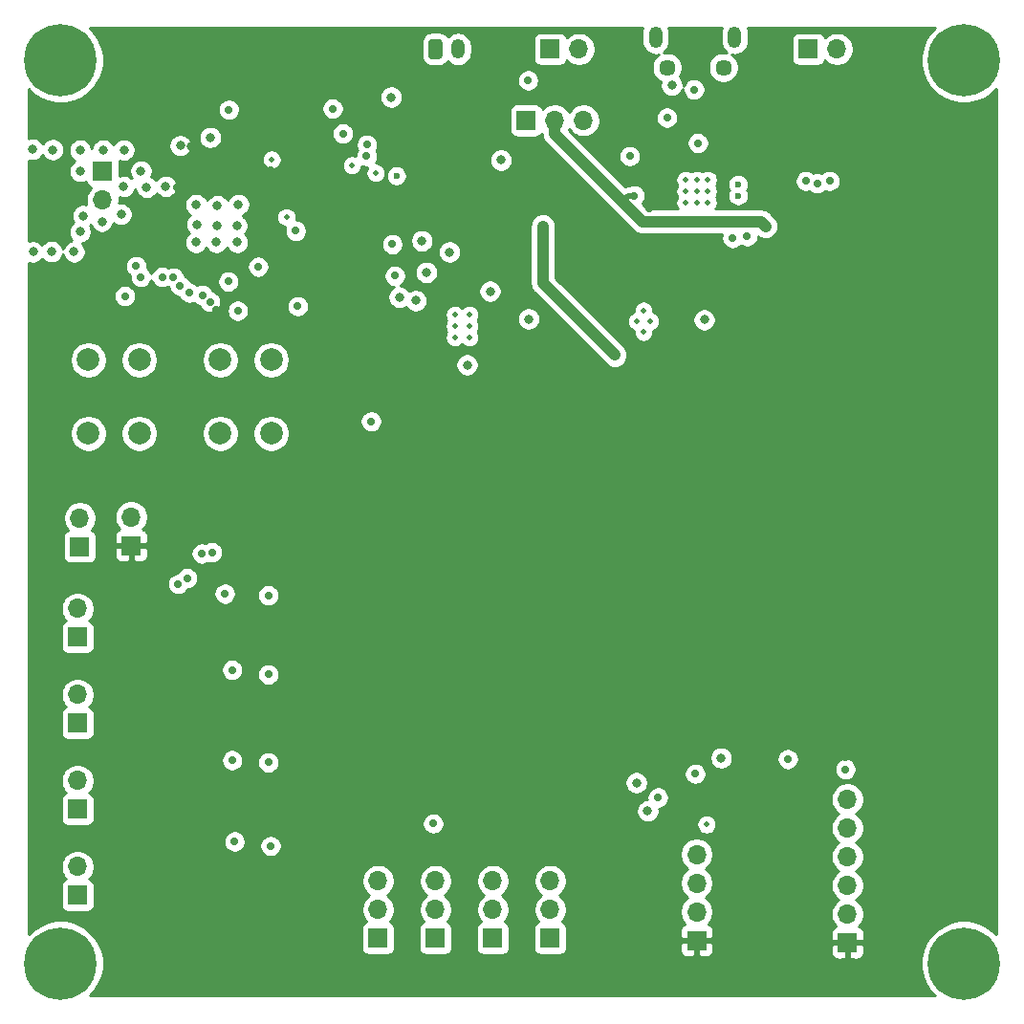
<source format=gbr>
G04 #@! TF.GenerationSoftware,KiCad,Pcbnew,5.1.5+dfsg1-2build2*
G04 #@! TF.CreationDate,2021-02-20T12:55:14-05:00*
G04 #@! TF.ProjectId,eboard,65626f61-7264-42e6-9b69-6361645f7063,rev?*
G04 #@! TF.SameCoordinates,Original*
G04 #@! TF.FileFunction,Copper,L3,Inr*
G04 #@! TF.FilePolarity,Positive*
%FSLAX46Y46*%
G04 Gerber Fmt 4.6, Leading zero omitted, Abs format (unit mm)*
G04 Created by KiCad (PCBNEW 5.1.5+dfsg1-2build2) date 2021-02-20 12:55:14*
%MOMM*%
%LPD*%
G04 APERTURE LIST*
%ADD10C,0.500000*%
%ADD11R,1.700000X1.700000*%
%ADD12O,1.700000X1.700000*%
%ADD13C,1.450000*%
%ADD14O,1.200000X1.900000*%
%ADD15C,2.000000*%
%ADD16C,0.100000*%
%ADD17O,1.200000X1.750000*%
%ADD18C,6.400000*%
%ADD19C,0.800000*%
%ADD20C,0.700000*%
%ADD21C,0.600000*%
%ADD22C,1.000000*%
%ADD23C,0.500000*%
%ADD24C,0.254000*%
G04 APERTURE END LIST*
D10*
X79206800Y-58553300D03*
X77906800Y-58553300D03*
X79206800Y-57553300D03*
X77906800Y-57553300D03*
X79206800Y-56553300D03*
X77906800Y-56553300D03*
D11*
X109220000Y-33020000D03*
D12*
X111760000Y-33020000D03*
D13*
X101700000Y-34662500D03*
X96700000Y-34662500D03*
D14*
X102700000Y-31962500D03*
X95700000Y-31962500D03*
D11*
X84226400Y-39344600D03*
D12*
X86766400Y-39344600D03*
X89306400Y-39344600D03*
X88900000Y-33020000D03*
D11*
X86360000Y-33020000D03*
D10*
X94624000Y-58093800D03*
X94049000Y-57143800D03*
X95199000Y-57143800D03*
X94624000Y-56193800D03*
D12*
X99320000Y-104340000D03*
X99320000Y-106880000D03*
X99320000Y-109420000D03*
D11*
X99320000Y-111960000D03*
D12*
X112680000Y-99460000D03*
X112680000Y-102000000D03*
X112680000Y-104540000D03*
X112680000Y-107080000D03*
X112680000Y-109620000D03*
D11*
X112680000Y-112160000D03*
D12*
X46710600Y-46380400D03*
D11*
X46710600Y-43840400D03*
D12*
X44504000Y-82566000D03*
D11*
X44504000Y-85106000D03*
X44504000Y-92726000D03*
D12*
X44504000Y-90186000D03*
X44504000Y-97806000D03*
D11*
X44504000Y-100346000D03*
X44504000Y-107966000D03*
D12*
X44504000Y-105426000D03*
D11*
X86360000Y-111760000D03*
D12*
X86360000Y-109220000D03*
X86360000Y-106680000D03*
D11*
X76200000Y-111760000D03*
D12*
X76200000Y-109220000D03*
X76200000Y-106680000D03*
X81280000Y-106680000D03*
X81280000Y-109220000D03*
D11*
X81280000Y-111760000D03*
X71120000Y-111760000D03*
D12*
X71120000Y-109220000D03*
X71120000Y-106680000D03*
D11*
X44704000Y-77086000D03*
D12*
X44704000Y-74546000D03*
D15*
X45466000Y-60556000D03*
X49966000Y-60556000D03*
X45466000Y-67056000D03*
X49966000Y-67056000D03*
X61650000Y-67056000D03*
X57150000Y-67056000D03*
X61650000Y-60556000D03*
X57150000Y-60556000D03*
D10*
X100330000Y-44610000D03*
X100330000Y-45610000D03*
X100330000Y-46610000D03*
X99330000Y-44610000D03*
X99330000Y-45610000D03*
X99330000Y-46610000D03*
X98330000Y-44610000D03*
X98330000Y-45610000D03*
X98330000Y-46610000D03*
G04 #@! TA.AperFunction,ViaPad*
D16*
G36*
X76574505Y-32146204D02*
G01*
X76598773Y-32149804D01*
X76622572Y-32155765D01*
X76645671Y-32164030D01*
X76667850Y-32174520D01*
X76688893Y-32187132D01*
X76708599Y-32201747D01*
X76726777Y-32218223D01*
X76743253Y-32236401D01*
X76757868Y-32256107D01*
X76770480Y-32277150D01*
X76780970Y-32299329D01*
X76789235Y-32322428D01*
X76795196Y-32346227D01*
X76798796Y-32370495D01*
X76800000Y-32394999D01*
X76800000Y-33645001D01*
X76798796Y-33669505D01*
X76795196Y-33693773D01*
X76789235Y-33717572D01*
X76780970Y-33740671D01*
X76770480Y-33762850D01*
X76757868Y-33783893D01*
X76743253Y-33803599D01*
X76726777Y-33821777D01*
X76708599Y-33838253D01*
X76688893Y-33852868D01*
X76667850Y-33865480D01*
X76645671Y-33875970D01*
X76622572Y-33884235D01*
X76598773Y-33890196D01*
X76574505Y-33893796D01*
X76550001Y-33895000D01*
X75849999Y-33895000D01*
X75825495Y-33893796D01*
X75801227Y-33890196D01*
X75777428Y-33884235D01*
X75754329Y-33875970D01*
X75732150Y-33865480D01*
X75711107Y-33852868D01*
X75691401Y-33838253D01*
X75673223Y-33821777D01*
X75656747Y-33803599D01*
X75642132Y-33783893D01*
X75629520Y-33762850D01*
X75619030Y-33740671D01*
X75610765Y-33717572D01*
X75604804Y-33693773D01*
X75601204Y-33669505D01*
X75600000Y-33645001D01*
X75600000Y-32394999D01*
X75601204Y-32370495D01*
X75604804Y-32346227D01*
X75610765Y-32322428D01*
X75619030Y-32299329D01*
X75629520Y-32277150D01*
X75642132Y-32256107D01*
X75656747Y-32236401D01*
X75673223Y-32218223D01*
X75691401Y-32201747D01*
X75711107Y-32187132D01*
X75732150Y-32174520D01*
X75754329Y-32164030D01*
X75777428Y-32155765D01*
X75801227Y-32149804D01*
X75825495Y-32146204D01*
X75849999Y-32145000D01*
X76550001Y-32145000D01*
X76574505Y-32146204D01*
G37*
G04 #@! TD.AperFunction*
D17*
X78200000Y-33020000D03*
D18*
X43000000Y-114000000D03*
X43000000Y-34000000D03*
X123000000Y-34000000D03*
X123000000Y-114000000D03*
D11*
X49250000Y-77000000D03*
D12*
X49250000Y-74460000D03*
D19*
X58648600Y-50139600D03*
X56794400Y-50139600D03*
X54991000Y-50139600D03*
X58597800Y-48666400D03*
X55067200Y-48539400D03*
X58750200Y-46786800D03*
X56896000Y-46888400D03*
X53610457Y-41574911D03*
X48361600Y-47650400D03*
X44729400Y-41986200D03*
X46761400Y-41986200D03*
X48615600Y-41960800D03*
X48590200Y-45212000D03*
X50622200Y-45262800D03*
X52324000Y-45186600D03*
X50114200Y-43815000D03*
X46659800Y-48285400D03*
X45008800Y-47777400D03*
X42316400Y-41935400D03*
X40513000Y-41910000D03*
X40563800Y-50977800D03*
X42189400Y-50952400D03*
X44196000Y-50977800D03*
X44729400Y-49199800D03*
X44754800Y-43840400D03*
X55016400Y-46812200D03*
X72288400Y-37287200D03*
X97130000Y-36230000D03*
X84450000Y-56930000D03*
X75390000Y-52800000D03*
X100000000Y-57000000D03*
D20*
X58400000Y-103200000D03*
X61600000Y-103600000D03*
X58200000Y-96000000D03*
X61400000Y-96200000D03*
X58200000Y-88000000D03*
X61400000Y-88400000D03*
X57546537Y-81253463D03*
X61400000Y-81400000D03*
X76000000Y-101600000D03*
X58700000Y-56200000D03*
X96700000Y-39100000D03*
X110000000Y-44900000D03*
X111100000Y-44700000D03*
X109000000Y-44700000D03*
X95900000Y-99300000D03*
X107400000Y-95900000D03*
D10*
X63000000Y-47900000D03*
X61700000Y-42800000D03*
D19*
X56251418Y-40852096D03*
X56900000Y-48700000D03*
D20*
X93400000Y-42500000D03*
D19*
X55626000Y-43611800D03*
X54610000Y-41605200D03*
X52222400Y-42646600D03*
X51919700Y-47167653D03*
D20*
X53270279Y-45270624D03*
X46400000Y-57200000D03*
X59800000Y-107400000D03*
X59600000Y-100000000D03*
X59600000Y-92000000D03*
X59600000Y-85000000D03*
X56800000Y-56100000D03*
X95100000Y-47100000D03*
X100700000Y-99400000D03*
X61572578Y-43762812D03*
X64900000Y-57600000D03*
X112500000Y-95700000D03*
X96600000Y-41700000D03*
D19*
X98500000Y-51000000D03*
D20*
X93800000Y-46000000D03*
D19*
X105450000Y-48714600D03*
X92080000Y-60120000D03*
X85710000Y-48710000D03*
D20*
X99100000Y-36600000D03*
X99444982Y-41344983D03*
D10*
X70900000Y-44000000D03*
D19*
X101500000Y-95800000D03*
X81031800Y-54478200D03*
X79000000Y-61000000D03*
X82000000Y-42850001D03*
D20*
X63827298Y-49127298D03*
X48700000Y-54900000D03*
X99200000Y-97200000D03*
X70100000Y-42500000D03*
X68000000Y-40500000D03*
D19*
X95000000Y-100500000D03*
D20*
X67100000Y-38300000D03*
D19*
X94000000Y-98000000D03*
D20*
X70500001Y-66000000D03*
X112500000Y-96800000D03*
D10*
X100200000Y-101700000D03*
X68800000Y-43300000D03*
D20*
X60500000Y-52300000D03*
X56223991Y-55408455D03*
X57859195Y-53613805D03*
X53595005Y-53997503D03*
X56393253Y-77589911D03*
X55556052Y-54805232D03*
X54400000Y-54600000D03*
X55500000Y-77700000D03*
X54204986Y-79878455D03*
X52998527Y-53251680D03*
X53400000Y-80400000D03*
X52000000Y-53200000D03*
X72600000Y-53100000D03*
X102500000Y-49764600D03*
X64000000Y-55800000D03*
X103800001Y-49600001D03*
X72375010Y-50300000D03*
D19*
X73000000Y-55000000D03*
X75000000Y-50000000D03*
X74460591Y-55297832D03*
X77450000Y-51000000D03*
D20*
X70127101Y-41499604D03*
D21*
X103000000Y-45000000D03*
X72750000Y-44250000D03*
X103000000Y-46000000D03*
D20*
X84400000Y-35800000D03*
X50100000Y-53200000D03*
X57900000Y-38400000D03*
X49688694Y-52239450D03*
D22*
X86766400Y-40546681D02*
X86766400Y-39344600D01*
D23*
X92905026Y-46400000D02*
X92600000Y-46400000D01*
X93305026Y-46000000D02*
X92905026Y-46400000D01*
X93800000Y-46000000D02*
X93305026Y-46000000D01*
D22*
X92600000Y-46400000D02*
X86766400Y-40546681D01*
X94514601Y-48314601D02*
X92600000Y-46400000D01*
X105050001Y-48314601D02*
X94514601Y-48314601D01*
X105450000Y-48714600D02*
X105050001Y-48314601D01*
X85710000Y-53750000D02*
X92080000Y-60120000D01*
X85710000Y-48710000D02*
X85710000Y-53750000D01*
D24*
G36*
X94482870Y-31370398D02*
G01*
X94465000Y-31551835D01*
X94465000Y-32373164D01*
X94482870Y-32554601D01*
X94553489Y-32787400D01*
X94668167Y-33001948D01*
X94822498Y-33190002D01*
X95010551Y-33344333D01*
X95225099Y-33459011D01*
X95457898Y-33529630D01*
X95700000Y-33553475D01*
X95942101Y-33529630D01*
X95952035Y-33526616D01*
X95833051Y-33606119D01*
X95643619Y-33795551D01*
X95494784Y-34018299D01*
X95392264Y-34265803D01*
X95340000Y-34528552D01*
X95340000Y-34796448D01*
X95392264Y-35059197D01*
X95494784Y-35306701D01*
X95643619Y-35529449D01*
X95833051Y-35718881D01*
X96055799Y-35867716D01*
X96144558Y-35904481D01*
X96134774Y-35928102D01*
X96095000Y-36128061D01*
X96095000Y-36331939D01*
X96134774Y-36531898D01*
X96212795Y-36720256D01*
X96326063Y-36889774D01*
X96470226Y-37033937D01*
X96639744Y-37147205D01*
X96828102Y-37225226D01*
X97028061Y-37265000D01*
X97231939Y-37265000D01*
X97431898Y-37225226D01*
X97620256Y-37147205D01*
X97789774Y-37033937D01*
X97933937Y-36889774D01*
X98047205Y-36720256D01*
X98115000Y-36556586D01*
X98115000Y-36697014D01*
X98152853Y-36887314D01*
X98227104Y-37066572D01*
X98334901Y-37227901D01*
X98472099Y-37365099D01*
X98633428Y-37472896D01*
X98812686Y-37547147D01*
X99002986Y-37585000D01*
X99197014Y-37585000D01*
X99387314Y-37547147D01*
X99566572Y-37472896D01*
X99727901Y-37365099D01*
X99865099Y-37227901D01*
X99972896Y-37066572D01*
X100047147Y-36887314D01*
X100085000Y-36697014D01*
X100085000Y-36502986D01*
X100047147Y-36312686D01*
X99972896Y-36133428D01*
X99865099Y-35972099D01*
X99727901Y-35834901D01*
X99566572Y-35727104D01*
X99387314Y-35652853D01*
X99197014Y-35615000D01*
X99002986Y-35615000D01*
X98812686Y-35652853D01*
X98633428Y-35727104D01*
X98472099Y-35834901D01*
X98334901Y-35972099D01*
X98227104Y-36133428D01*
X98165000Y-36283361D01*
X98165000Y-36128061D01*
X98125226Y-35928102D01*
X98047205Y-35739744D01*
X97933937Y-35570226D01*
X97811167Y-35447456D01*
X97905216Y-35306701D01*
X98007736Y-35059197D01*
X98060000Y-34796448D01*
X98060000Y-34528552D01*
X98007736Y-34265803D01*
X97905216Y-34018299D01*
X97756381Y-33795551D01*
X97566949Y-33606119D01*
X97344201Y-33457284D01*
X97096697Y-33354764D01*
X96833948Y-33302500D01*
X96566052Y-33302500D01*
X96400231Y-33335484D01*
X96577502Y-33190002D01*
X96731833Y-33001949D01*
X96846511Y-32787401D01*
X96917130Y-32554602D01*
X96935000Y-32373165D01*
X96935000Y-31551836D01*
X96917130Y-31370399D01*
X96853306Y-31160000D01*
X101546694Y-31160000D01*
X101482870Y-31370399D01*
X101465000Y-31551836D01*
X101465000Y-32373165D01*
X101482870Y-32554602D01*
X101553489Y-32787401D01*
X101668168Y-33001949D01*
X101822499Y-33190002D01*
X101999769Y-33335484D01*
X101833948Y-33302500D01*
X101566052Y-33302500D01*
X101303303Y-33354764D01*
X101055799Y-33457284D01*
X100833051Y-33606119D01*
X100643619Y-33795551D01*
X100494784Y-34018299D01*
X100392264Y-34265803D01*
X100340000Y-34528552D01*
X100340000Y-34796448D01*
X100392264Y-35059197D01*
X100494784Y-35306701D01*
X100643619Y-35529449D01*
X100833051Y-35718881D01*
X101055799Y-35867716D01*
X101303303Y-35970236D01*
X101566052Y-36022500D01*
X101833948Y-36022500D01*
X102096697Y-35970236D01*
X102344201Y-35867716D01*
X102566949Y-35718881D01*
X102756381Y-35529449D01*
X102905216Y-35306701D01*
X103007736Y-35059197D01*
X103060000Y-34796448D01*
X103060000Y-34528552D01*
X103007736Y-34265803D01*
X102905216Y-34018299D01*
X102756381Y-33795551D01*
X102566949Y-33606119D01*
X102447965Y-33526616D01*
X102457899Y-33529630D01*
X102700000Y-33553475D01*
X102942102Y-33529630D01*
X103174901Y-33459011D01*
X103389449Y-33344333D01*
X103577502Y-33190002D01*
X103731833Y-33001949D01*
X103846511Y-32787401D01*
X103917130Y-32554601D01*
X103935000Y-32373164D01*
X103935000Y-32170000D01*
X107731928Y-32170000D01*
X107731928Y-33870000D01*
X107744188Y-33994482D01*
X107780498Y-34114180D01*
X107839463Y-34224494D01*
X107918815Y-34321185D01*
X108015506Y-34400537D01*
X108125820Y-34459502D01*
X108245518Y-34495812D01*
X108370000Y-34508072D01*
X110070000Y-34508072D01*
X110194482Y-34495812D01*
X110314180Y-34459502D01*
X110424494Y-34400537D01*
X110521185Y-34321185D01*
X110600537Y-34224494D01*
X110659502Y-34114180D01*
X110681513Y-34041620D01*
X110813368Y-34173475D01*
X111056589Y-34335990D01*
X111326842Y-34447932D01*
X111613740Y-34505000D01*
X111906260Y-34505000D01*
X112193158Y-34447932D01*
X112463411Y-34335990D01*
X112706632Y-34173475D01*
X112913475Y-33966632D01*
X113075990Y-33723411D01*
X113187932Y-33453158D01*
X113245000Y-33166260D01*
X113245000Y-32873740D01*
X113187932Y-32586842D01*
X113075990Y-32316589D01*
X112913475Y-32073368D01*
X112706632Y-31866525D01*
X112463411Y-31704010D01*
X112193158Y-31592068D01*
X111906260Y-31535000D01*
X111613740Y-31535000D01*
X111326842Y-31592068D01*
X111056589Y-31704010D01*
X110813368Y-31866525D01*
X110681513Y-31998380D01*
X110659502Y-31925820D01*
X110600537Y-31815506D01*
X110521185Y-31718815D01*
X110424494Y-31639463D01*
X110314180Y-31580498D01*
X110194482Y-31544188D01*
X110070000Y-31531928D01*
X108370000Y-31531928D01*
X108245518Y-31544188D01*
X108125820Y-31580498D01*
X108015506Y-31639463D01*
X107918815Y-31718815D01*
X107839463Y-31815506D01*
X107780498Y-31925820D01*
X107744188Y-32045518D01*
X107731928Y-32170000D01*
X103935000Y-32170000D01*
X103935000Y-31551835D01*
X103917130Y-31370398D01*
X103853306Y-31160000D01*
X120416491Y-31160000D01*
X120021161Y-31555330D01*
X119601467Y-32183446D01*
X119312377Y-32881372D01*
X119165000Y-33622285D01*
X119165000Y-34377715D01*
X119312377Y-35118628D01*
X119601467Y-35816554D01*
X120021161Y-36444670D01*
X120555330Y-36978839D01*
X121183446Y-37398533D01*
X121881372Y-37687623D01*
X122622285Y-37835000D01*
X123377715Y-37835000D01*
X124118628Y-37687623D01*
X124816554Y-37398533D01*
X125444670Y-36978839D01*
X125840000Y-36583509D01*
X125840001Y-111416492D01*
X125444670Y-111021161D01*
X124816554Y-110601467D01*
X124118628Y-110312377D01*
X123377715Y-110165000D01*
X122622285Y-110165000D01*
X121881372Y-110312377D01*
X121183446Y-110601467D01*
X120555330Y-111021161D01*
X120021161Y-111555330D01*
X119601467Y-112183446D01*
X119312377Y-112881372D01*
X119165000Y-113622285D01*
X119165000Y-114377715D01*
X119312377Y-115118628D01*
X119601467Y-115816554D01*
X120021161Y-116444670D01*
X120416491Y-116840000D01*
X45583509Y-116840000D01*
X45978839Y-116444670D01*
X46398533Y-115816554D01*
X46687623Y-115118628D01*
X46835000Y-114377715D01*
X46835000Y-113622285D01*
X46687623Y-112881372D01*
X46398533Y-112183446D01*
X45978839Y-111555330D01*
X45444670Y-111021161D01*
X45278306Y-110910000D01*
X69631928Y-110910000D01*
X69631928Y-112610000D01*
X69644188Y-112734482D01*
X69680498Y-112854180D01*
X69739463Y-112964494D01*
X69818815Y-113061185D01*
X69915506Y-113140537D01*
X70025820Y-113199502D01*
X70145518Y-113235812D01*
X70270000Y-113248072D01*
X71970000Y-113248072D01*
X72094482Y-113235812D01*
X72214180Y-113199502D01*
X72324494Y-113140537D01*
X72421185Y-113061185D01*
X72500537Y-112964494D01*
X72559502Y-112854180D01*
X72595812Y-112734482D01*
X72608072Y-112610000D01*
X72608072Y-110910000D01*
X74711928Y-110910000D01*
X74711928Y-112610000D01*
X74724188Y-112734482D01*
X74760498Y-112854180D01*
X74819463Y-112964494D01*
X74898815Y-113061185D01*
X74995506Y-113140537D01*
X75105820Y-113199502D01*
X75225518Y-113235812D01*
X75350000Y-113248072D01*
X77050000Y-113248072D01*
X77174482Y-113235812D01*
X77294180Y-113199502D01*
X77404494Y-113140537D01*
X77501185Y-113061185D01*
X77580537Y-112964494D01*
X77639502Y-112854180D01*
X77675812Y-112734482D01*
X77688072Y-112610000D01*
X77688072Y-110910000D01*
X79791928Y-110910000D01*
X79791928Y-112610000D01*
X79804188Y-112734482D01*
X79840498Y-112854180D01*
X79899463Y-112964494D01*
X79978815Y-113061185D01*
X80075506Y-113140537D01*
X80185820Y-113199502D01*
X80305518Y-113235812D01*
X80430000Y-113248072D01*
X82130000Y-113248072D01*
X82254482Y-113235812D01*
X82374180Y-113199502D01*
X82484494Y-113140537D01*
X82581185Y-113061185D01*
X82660537Y-112964494D01*
X82719502Y-112854180D01*
X82755812Y-112734482D01*
X82768072Y-112610000D01*
X82768072Y-110910000D01*
X84871928Y-110910000D01*
X84871928Y-112610000D01*
X84884188Y-112734482D01*
X84920498Y-112854180D01*
X84979463Y-112964494D01*
X85058815Y-113061185D01*
X85155506Y-113140537D01*
X85265820Y-113199502D01*
X85385518Y-113235812D01*
X85510000Y-113248072D01*
X87210000Y-113248072D01*
X87334482Y-113235812D01*
X87454180Y-113199502D01*
X87564494Y-113140537D01*
X87661185Y-113061185D01*
X87740537Y-112964494D01*
X87799502Y-112854180D01*
X87812903Y-112810000D01*
X97831928Y-112810000D01*
X97844188Y-112934482D01*
X97880498Y-113054180D01*
X97939463Y-113164494D01*
X98018815Y-113261185D01*
X98115506Y-113340537D01*
X98225820Y-113399502D01*
X98345518Y-113435812D01*
X98470000Y-113448072D01*
X99034250Y-113445000D01*
X99193000Y-113286250D01*
X99193000Y-112087000D01*
X99447000Y-112087000D01*
X99447000Y-113286250D01*
X99605750Y-113445000D01*
X100170000Y-113448072D01*
X100294482Y-113435812D01*
X100414180Y-113399502D01*
X100524494Y-113340537D01*
X100621185Y-113261185D01*
X100700537Y-113164494D01*
X100759502Y-113054180D01*
X100772903Y-113010000D01*
X111191928Y-113010000D01*
X111204188Y-113134482D01*
X111240498Y-113254180D01*
X111299463Y-113364494D01*
X111378815Y-113461185D01*
X111475506Y-113540537D01*
X111585820Y-113599502D01*
X111705518Y-113635812D01*
X111830000Y-113648072D01*
X112394250Y-113645000D01*
X112553000Y-113486250D01*
X112553000Y-112287000D01*
X112807000Y-112287000D01*
X112807000Y-113486250D01*
X112965750Y-113645000D01*
X113530000Y-113648072D01*
X113654482Y-113635812D01*
X113774180Y-113599502D01*
X113884494Y-113540537D01*
X113981185Y-113461185D01*
X114060537Y-113364494D01*
X114119502Y-113254180D01*
X114155812Y-113134482D01*
X114168072Y-113010000D01*
X114165000Y-112445750D01*
X114006250Y-112287000D01*
X112807000Y-112287000D01*
X112553000Y-112287000D01*
X111353750Y-112287000D01*
X111195000Y-112445750D01*
X111191928Y-113010000D01*
X100772903Y-113010000D01*
X100795812Y-112934482D01*
X100808072Y-112810000D01*
X100805000Y-112245750D01*
X100646250Y-112087000D01*
X99447000Y-112087000D01*
X99193000Y-112087000D01*
X97993750Y-112087000D01*
X97835000Y-112245750D01*
X97831928Y-112810000D01*
X87812903Y-112810000D01*
X87835812Y-112734482D01*
X87848072Y-112610000D01*
X87848072Y-111110000D01*
X97831928Y-111110000D01*
X97835000Y-111674250D01*
X97993750Y-111833000D01*
X99193000Y-111833000D01*
X99193000Y-111813000D01*
X99447000Y-111813000D01*
X99447000Y-111833000D01*
X100646250Y-111833000D01*
X100805000Y-111674250D01*
X100806983Y-111310000D01*
X111191928Y-111310000D01*
X111195000Y-111874250D01*
X111353750Y-112033000D01*
X112553000Y-112033000D01*
X112553000Y-112013000D01*
X112807000Y-112013000D01*
X112807000Y-112033000D01*
X114006250Y-112033000D01*
X114165000Y-111874250D01*
X114168072Y-111310000D01*
X114155812Y-111185518D01*
X114119502Y-111065820D01*
X114060537Y-110955506D01*
X113981185Y-110858815D01*
X113884494Y-110779463D01*
X113774180Y-110720498D01*
X113701620Y-110698487D01*
X113833475Y-110566632D01*
X113995990Y-110323411D01*
X114107932Y-110053158D01*
X114165000Y-109766260D01*
X114165000Y-109473740D01*
X114107932Y-109186842D01*
X113995990Y-108916589D01*
X113833475Y-108673368D01*
X113626632Y-108466525D01*
X113452240Y-108350000D01*
X113626632Y-108233475D01*
X113833475Y-108026632D01*
X113995990Y-107783411D01*
X114107932Y-107513158D01*
X114165000Y-107226260D01*
X114165000Y-106933740D01*
X114107932Y-106646842D01*
X113995990Y-106376589D01*
X113833475Y-106133368D01*
X113626632Y-105926525D01*
X113452240Y-105810000D01*
X113626632Y-105693475D01*
X113833475Y-105486632D01*
X113995990Y-105243411D01*
X114107932Y-104973158D01*
X114165000Y-104686260D01*
X114165000Y-104393740D01*
X114107932Y-104106842D01*
X113995990Y-103836589D01*
X113833475Y-103593368D01*
X113626632Y-103386525D01*
X113452240Y-103270000D01*
X113626632Y-103153475D01*
X113833475Y-102946632D01*
X113995990Y-102703411D01*
X114107932Y-102433158D01*
X114165000Y-102146260D01*
X114165000Y-101853740D01*
X114107932Y-101566842D01*
X113995990Y-101296589D01*
X113833475Y-101053368D01*
X113626632Y-100846525D01*
X113452240Y-100730000D01*
X113626632Y-100613475D01*
X113833475Y-100406632D01*
X113995990Y-100163411D01*
X114107932Y-99893158D01*
X114165000Y-99606260D01*
X114165000Y-99313740D01*
X114107932Y-99026842D01*
X113995990Y-98756589D01*
X113833475Y-98513368D01*
X113626632Y-98306525D01*
X113383411Y-98144010D01*
X113113158Y-98032068D01*
X112826260Y-97975000D01*
X112533740Y-97975000D01*
X112246842Y-98032068D01*
X111976589Y-98144010D01*
X111733368Y-98306525D01*
X111526525Y-98513368D01*
X111364010Y-98756589D01*
X111252068Y-99026842D01*
X111195000Y-99313740D01*
X111195000Y-99606260D01*
X111252068Y-99893158D01*
X111364010Y-100163411D01*
X111526525Y-100406632D01*
X111733368Y-100613475D01*
X111907760Y-100730000D01*
X111733368Y-100846525D01*
X111526525Y-101053368D01*
X111364010Y-101296589D01*
X111252068Y-101566842D01*
X111195000Y-101853740D01*
X111195000Y-102146260D01*
X111252068Y-102433158D01*
X111364010Y-102703411D01*
X111526525Y-102946632D01*
X111733368Y-103153475D01*
X111907760Y-103270000D01*
X111733368Y-103386525D01*
X111526525Y-103593368D01*
X111364010Y-103836589D01*
X111252068Y-104106842D01*
X111195000Y-104393740D01*
X111195000Y-104686260D01*
X111252068Y-104973158D01*
X111364010Y-105243411D01*
X111526525Y-105486632D01*
X111733368Y-105693475D01*
X111907760Y-105810000D01*
X111733368Y-105926525D01*
X111526525Y-106133368D01*
X111364010Y-106376589D01*
X111252068Y-106646842D01*
X111195000Y-106933740D01*
X111195000Y-107226260D01*
X111252068Y-107513158D01*
X111364010Y-107783411D01*
X111526525Y-108026632D01*
X111733368Y-108233475D01*
X111907760Y-108350000D01*
X111733368Y-108466525D01*
X111526525Y-108673368D01*
X111364010Y-108916589D01*
X111252068Y-109186842D01*
X111195000Y-109473740D01*
X111195000Y-109766260D01*
X111252068Y-110053158D01*
X111364010Y-110323411D01*
X111526525Y-110566632D01*
X111658380Y-110698487D01*
X111585820Y-110720498D01*
X111475506Y-110779463D01*
X111378815Y-110858815D01*
X111299463Y-110955506D01*
X111240498Y-111065820D01*
X111204188Y-111185518D01*
X111191928Y-111310000D01*
X100806983Y-111310000D01*
X100808072Y-111110000D01*
X100795812Y-110985518D01*
X100759502Y-110865820D01*
X100700537Y-110755506D01*
X100621185Y-110658815D01*
X100524494Y-110579463D01*
X100414180Y-110520498D01*
X100341620Y-110498487D01*
X100473475Y-110366632D01*
X100635990Y-110123411D01*
X100747932Y-109853158D01*
X100805000Y-109566260D01*
X100805000Y-109273740D01*
X100747932Y-108986842D01*
X100635990Y-108716589D01*
X100473475Y-108473368D01*
X100266632Y-108266525D01*
X100092240Y-108150000D01*
X100266632Y-108033475D01*
X100473475Y-107826632D01*
X100635990Y-107583411D01*
X100747932Y-107313158D01*
X100805000Y-107026260D01*
X100805000Y-106733740D01*
X100747932Y-106446842D01*
X100635990Y-106176589D01*
X100473475Y-105933368D01*
X100266632Y-105726525D01*
X100092240Y-105610000D01*
X100266632Y-105493475D01*
X100473475Y-105286632D01*
X100635990Y-105043411D01*
X100747932Y-104773158D01*
X100805000Y-104486260D01*
X100805000Y-104193740D01*
X100747932Y-103906842D01*
X100635990Y-103636589D01*
X100473475Y-103393368D01*
X100266632Y-103186525D01*
X100023411Y-103024010D01*
X99753158Y-102912068D01*
X99466260Y-102855000D01*
X99173740Y-102855000D01*
X98886842Y-102912068D01*
X98616589Y-103024010D01*
X98373368Y-103186525D01*
X98166525Y-103393368D01*
X98004010Y-103636589D01*
X97892068Y-103906842D01*
X97835000Y-104193740D01*
X97835000Y-104486260D01*
X97892068Y-104773158D01*
X98004010Y-105043411D01*
X98166525Y-105286632D01*
X98373368Y-105493475D01*
X98547760Y-105610000D01*
X98373368Y-105726525D01*
X98166525Y-105933368D01*
X98004010Y-106176589D01*
X97892068Y-106446842D01*
X97835000Y-106733740D01*
X97835000Y-107026260D01*
X97892068Y-107313158D01*
X98004010Y-107583411D01*
X98166525Y-107826632D01*
X98373368Y-108033475D01*
X98547760Y-108150000D01*
X98373368Y-108266525D01*
X98166525Y-108473368D01*
X98004010Y-108716589D01*
X97892068Y-108986842D01*
X97835000Y-109273740D01*
X97835000Y-109566260D01*
X97892068Y-109853158D01*
X98004010Y-110123411D01*
X98166525Y-110366632D01*
X98298380Y-110498487D01*
X98225820Y-110520498D01*
X98115506Y-110579463D01*
X98018815Y-110658815D01*
X97939463Y-110755506D01*
X97880498Y-110865820D01*
X97844188Y-110985518D01*
X97831928Y-111110000D01*
X87848072Y-111110000D01*
X87848072Y-110910000D01*
X87835812Y-110785518D01*
X87799502Y-110665820D01*
X87740537Y-110555506D01*
X87661185Y-110458815D01*
X87564494Y-110379463D01*
X87454180Y-110320498D01*
X87381620Y-110298487D01*
X87513475Y-110166632D01*
X87675990Y-109923411D01*
X87787932Y-109653158D01*
X87845000Y-109366260D01*
X87845000Y-109073740D01*
X87787932Y-108786842D01*
X87675990Y-108516589D01*
X87513475Y-108273368D01*
X87306632Y-108066525D01*
X87132240Y-107950000D01*
X87306632Y-107833475D01*
X87513475Y-107626632D01*
X87675990Y-107383411D01*
X87787932Y-107113158D01*
X87845000Y-106826260D01*
X87845000Y-106533740D01*
X87787932Y-106246842D01*
X87675990Y-105976589D01*
X87513475Y-105733368D01*
X87306632Y-105526525D01*
X87063411Y-105364010D01*
X86793158Y-105252068D01*
X86506260Y-105195000D01*
X86213740Y-105195000D01*
X85926842Y-105252068D01*
X85656589Y-105364010D01*
X85413368Y-105526525D01*
X85206525Y-105733368D01*
X85044010Y-105976589D01*
X84932068Y-106246842D01*
X84875000Y-106533740D01*
X84875000Y-106826260D01*
X84932068Y-107113158D01*
X85044010Y-107383411D01*
X85206525Y-107626632D01*
X85413368Y-107833475D01*
X85587760Y-107950000D01*
X85413368Y-108066525D01*
X85206525Y-108273368D01*
X85044010Y-108516589D01*
X84932068Y-108786842D01*
X84875000Y-109073740D01*
X84875000Y-109366260D01*
X84932068Y-109653158D01*
X85044010Y-109923411D01*
X85206525Y-110166632D01*
X85338380Y-110298487D01*
X85265820Y-110320498D01*
X85155506Y-110379463D01*
X85058815Y-110458815D01*
X84979463Y-110555506D01*
X84920498Y-110665820D01*
X84884188Y-110785518D01*
X84871928Y-110910000D01*
X82768072Y-110910000D01*
X82755812Y-110785518D01*
X82719502Y-110665820D01*
X82660537Y-110555506D01*
X82581185Y-110458815D01*
X82484494Y-110379463D01*
X82374180Y-110320498D01*
X82301620Y-110298487D01*
X82433475Y-110166632D01*
X82595990Y-109923411D01*
X82707932Y-109653158D01*
X82765000Y-109366260D01*
X82765000Y-109073740D01*
X82707932Y-108786842D01*
X82595990Y-108516589D01*
X82433475Y-108273368D01*
X82226632Y-108066525D01*
X82052240Y-107950000D01*
X82226632Y-107833475D01*
X82433475Y-107626632D01*
X82595990Y-107383411D01*
X82707932Y-107113158D01*
X82765000Y-106826260D01*
X82765000Y-106533740D01*
X82707932Y-106246842D01*
X82595990Y-105976589D01*
X82433475Y-105733368D01*
X82226632Y-105526525D01*
X81983411Y-105364010D01*
X81713158Y-105252068D01*
X81426260Y-105195000D01*
X81133740Y-105195000D01*
X80846842Y-105252068D01*
X80576589Y-105364010D01*
X80333368Y-105526525D01*
X80126525Y-105733368D01*
X79964010Y-105976589D01*
X79852068Y-106246842D01*
X79795000Y-106533740D01*
X79795000Y-106826260D01*
X79852068Y-107113158D01*
X79964010Y-107383411D01*
X80126525Y-107626632D01*
X80333368Y-107833475D01*
X80507760Y-107950000D01*
X80333368Y-108066525D01*
X80126525Y-108273368D01*
X79964010Y-108516589D01*
X79852068Y-108786842D01*
X79795000Y-109073740D01*
X79795000Y-109366260D01*
X79852068Y-109653158D01*
X79964010Y-109923411D01*
X80126525Y-110166632D01*
X80258380Y-110298487D01*
X80185820Y-110320498D01*
X80075506Y-110379463D01*
X79978815Y-110458815D01*
X79899463Y-110555506D01*
X79840498Y-110665820D01*
X79804188Y-110785518D01*
X79791928Y-110910000D01*
X77688072Y-110910000D01*
X77675812Y-110785518D01*
X77639502Y-110665820D01*
X77580537Y-110555506D01*
X77501185Y-110458815D01*
X77404494Y-110379463D01*
X77294180Y-110320498D01*
X77221620Y-110298487D01*
X77353475Y-110166632D01*
X77515990Y-109923411D01*
X77627932Y-109653158D01*
X77685000Y-109366260D01*
X77685000Y-109073740D01*
X77627932Y-108786842D01*
X77515990Y-108516589D01*
X77353475Y-108273368D01*
X77146632Y-108066525D01*
X76972240Y-107950000D01*
X77146632Y-107833475D01*
X77353475Y-107626632D01*
X77515990Y-107383411D01*
X77627932Y-107113158D01*
X77685000Y-106826260D01*
X77685000Y-106533740D01*
X77627932Y-106246842D01*
X77515990Y-105976589D01*
X77353475Y-105733368D01*
X77146632Y-105526525D01*
X76903411Y-105364010D01*
X76633158Y-105252068D01*
X76346260Y-105195000D01*
X76053740Y-105195000D01*
X75766842Y-105252068D01*
X75496589Y-105364010D01*
X75253368Y-105526525D01*
X75046525Y-105733368D01*
X74884010Y-105976589D01*
X74772068Y-106246842D01*
X74715000Y-106533740D01*
X74715000Y-106826260D01*
X74772068Y-107113158D01*
X74884010Y-107383411D01*
X75046525Y-107626632D01*
X75253368Y-107833475D01*
X75427760Y-107950000D01*
X75253368Y-108066525D01*
X75046525Y-108273368D01*
X74884010Y-108516589D01*
X74772068Y-108786842D01*
X74715000Y-109073740D01*
X74715000Y-109366260D01*
X74772068Y-109653158D01*
X74884010Y-109923411D01*
X75046525Y-110166632D01*
X75178380Y-110298487D01*
X75105820Y-110320498D01*
X74995506Y-110379463D01*
X74898815Y-110458815D01*
X74819463Y-110555506D01*
X74760498Y-110665820D01*
X74724188Y-110785518D01*
X74711928Y-110910000D01*
X72608072Y-110910000D01*
X72595812Y-110785518D01*
X72559502Y-110665820D01*
X72500537Y-110555506D01*
X72421185Y-110458815D01*
X72324494Y-110379463D01*
X72214180Y-110320498D01*
X72141620Y-110298487D01*
X72273475Y-110166632D01*
X72435990Y-109923411D01*
X72547932Y-109653158D01*
X72605000Y-109366260D01*
X72605000Y-109073740D01*
X72547932Y-108786842D01*
X72435990Y-108516589D01*
X72273475Y-108273368D01*
X72066632Y-108066525D01*
X71892240Y-107950000D01*
X72066632Y-107833475D01*
X72273475Y-107626632D01*
X72435990Y-107383411D01*
X72547932Y-107113158D01*
X72605000Y-106826260D01*
X72605000Y-106533740D01*
X72547932Y-106246842D01*
X72435990Y-105976589D01*
X72273475Y-105733368D01*
X72066632Y-105526525D01*
X71823411Y-105364010D01*
X71553158Y-105252068D01*
X71266260Y-105195000D01*
X70973740Y-105195000D01*
X70686842Y-105252068D01*
X70416589Y-105364010D01*
X70173368Y-105526525D01*
X69966525Y-105733368D01*
X69804010Y-105976589D01*
X69692068Y-106246842D01*
X69635000Y-106533740D01*
X69635000Y-106826260D01*
X69692068Y-107113158D01*
X69804010Y-107383411D01*
X69966525Y-107626632D01*
X70173368Y-107833475D01*
X70347760Y-107950000D01*
X70173368Y-108066525D01*
X69966525Y-108273368D01*
X69804010Y-108516589D01*
X69692068Y-108786842D01*
X69635000Y-109073740D01*
X69635000Y-109366260D01*
X69692068Y-109653158D01*
X69804010Y-109923411D01*
X69966525Y-110166632D01*
X70098380Y-110298487D01*
X70025820Y-110320498D01*
X69915506Y-110379463D01*
X69818815Y-110458815D01*
X69739463Y-110555506D01*
X69680498Y-110665820D01*
X69644188Y-110785518D01*
X69631928Y-110910000D01*
X45278306Y-110910000D01*
X44816554Y-110601467D01*
X44118628Y-110312377D01*
X43377715Y-110165000D01*
X42622285Y-110165000D01*
X41881372Y-110312377D01*
X41183446Y-110601467D01*
X40555330Y-111021161D01*
X40160000Y-111416491D01*
X40160000Y-107116000D01*
X43015928Y-107116000D01*
X43015928Y-108816000D01*
X43028188Y-108940482D01*
X43064498Y-109060180D01*
X43123463Y-109170494D01*
X43202815Y-109267185D01*
X43299506Y-109346537D01*
X43409820Y-109405502D01*
X43529518Y-109441812D01*
X43654000Y-109454072D01*
X45354000Y-109454072D01*
X45478482Y-109441812D01*
X45598180Y-109405502D01*
X45708494Y-109346537D01*
X45805185Y-109267185D01*
X45884537Y-109170494D01*
X45943502Y-109060180D01*
X45979812Y-108940482D01*
X45992072Y-108816000D01*
X45992072Y-107116000D01*
X45979812Y-106991518D01*
X45943502Y-106871820D01*
X45884537Y-106761506D01*
X45805185Y-106664815D01*
X45708494Y-106585463D01*
X45598180Y-106526498D01*
X45525620Y-106504487D01*
X45657475Y-106372632D01*
X45819990Y-106129411D01*
X45931932Y-105859158D01*
X45989000Y-105572260D01*
X45989000Y-105279740D01*
X45931932Y-104992842D01*
X45819990Y-104722589D01*
X45657475Y-104479368D01*
X45450632Y-104272525D01*
X45207411Y-104110010D01*
X44937158Y-103998068D01*
X44650260Y-103941000D01*
X44357740Y-103941000D01*
X44070842Y-103998068D01*
X43800589Y-104110010D01*
X43557368Y-104272525D01*
X43350525Y-104479368D01*
X43188010Y-104722589D01*
X43076068Y-104992842D01*
X43019000Y-105279740D01*
X43019000Y-105572260D01*
X43076068Y-105859158D01*
X43188010Y-106129411D01*
X43350525Y-106372632D01*
X43482380Y-106504487D01*
X43409820Y-106526498D01*
X43299506Y-106585463D01*
X43202815Y-106664815D01*
X43123463Y-106761506D01*
X43064498Y-106871820D01*
X43028188Y-106991518D01*
X43015928Y-107116000D01*
X40160000Y-107116000D01*
X40160000Y-103102986D01*
X57415000Y-103102986D01*
X57415000Y-103297014D01*
X57452853Y-103487314D01*
X57527104Y-103666572D01*
X57634901Y-103827901D01*
X57772099Y-103965099D01*
X57933428Y-104072896D01*
X58112686Y-104147147D01*
X58302986Y-104185000D01*
X58497014Y-104185000D01*
X58687314Y-104147147D01*
X58866572Y-104072896D01*
X59027901Y-103965099D01*
X59165099Y-103827901D01*
X59272896Y-103666572D01*
X59340655Y-103502986D01*
X60615000Y-103502986D01*
X60615000Y-103697014D01*
X60652853Y-103887314D01*
X60727104Y-104066572D01*
X60834901Y-104227901D01*
X60972099Y-104365099D01*
X61133428Y-104472896D01*
X61312686Y-104547147D01*
X61502986Y-104585000D01*
X61697014Y-104585000D01*
X61887314Y-104547147D01*
X62066572Y-104472896D01*
X62227901Y-104365099D01*
X62365099Y-104227901D01*
X62472896Y-104066572D01*
X62547147Y-103887314D01*
X62585000Y-103697014D01*
X62585000Y-103502986D01*
X62547147Y-103312686D01*
X62472896Y-103133428D01*
X62365099Y-102972099D01*
X62227901Y-102834901D01*
X62066572Y-102727104D01*
X61887314Y-102652853D01*
X61697014Y-102615000D01*
X61502986Y-102615000D01*
X61312686Y-102652853D01*
X61133428Y-102727104D01*
X60972099Y-102834901D01*
X60834901Y-102972099D01*
X60727104Y-103133428D01*
X60652853Y-103312686D01*
X60615000Y-103502986D01*
X59340655Y-103502986D01*
X59347147Y-103487314D01*
X59385000Y-103297014D01*
X59385000Y-103102986D01*
X59347147Y-102912686D01*
X59272896Y-102733428D01*
X59165099Y-102572099D01*
X59027901Y-102434901D01*
X58866572Y-102327104D01*
X58687314Y-102252853D01*
X58497014Y-102215000D01*
X58302986Y-102215000D01*
X58112686Y-102252853D01*
X57933428Y-102327104D01*
X57772099Y-102434901D01*
X57634901Y-102572099D01*
X57527104Y-102733428D01*
X57452853Y-102912686D01*
X57415000Y-103102986D01*
X40160000Y-103102986D01*
X40160000Y-99496000D01*
X43015928Y-99496000D01*
X43015928Y-101196000D01*
X43028188Y-101320482D01*
X43064498Y-101440180D01*
X43123463Y-101550494D01*
X43202815Y-101647185D01*
X43299506Y-101726537D01*
X43409820Y-101785502D01*
X43529518Y-101821812D01*
X43654000Y-101834072D01*
X45354000Y-101834072D01*
X45478482Y-101821812D01*
X45598180Y-101785502D01*
X45708494Y-101726537D01*
X45805185Y-101647185D01*
X45884537Y-101550494D01*
X45909930Y-101502986D01*
X75015000Y-101502986D01*
X75015000Y-101697014D01*
X75052853Y-101887314D01*
X75127104Y-102066572D01*
X75234901Y-102227901D01*
X75372099Y-102365099D01*
X75533428Y-102472896D01*
X75712686Y-102547147D01*
X75902986Y-102585000D01*
X76097014Y-102585000D01*
X76287314Y-102547147D01*
X76466572Y-102472896D01*
X76627901Y-102365099D01*
X76765099Y-102227901D01*
X76872896Y-102066572D01*
X76947147Y-101887314D01*
X76985000Y-101697014D01*
X76985000Y-101612835D01*
X99315000Y-101612835D01*
X99315000Y-101787165D01*
X99349010Y-101958145D01*
X99415723Y-102119205D01*
X99512576Y-102264155D01*
X99635845Y-102387424D01*
X99780795Y-102484277D01*
X99941855Y-102550990D01*
X100112835Y-102585000D01*
X100287165Y-102585000D01*
X100458145Y-102550990D01*
X100619205Y-102484277D01*
X100764155Y-102387424D01*
X100887424Y-102264155D01*
X100984277Y-102119205D01*
X101050990Y-101958145D01*
X101085000Y-101787165D01*
X101085000Y-101612835D01*
X101050990Y-101441855D01*
X100984277Y-101280795D01*
X100887424Y-101135845D01*
X100764155Y-101012576D01*
X100619205Y-100915723D01*
X100458145Y-100849010D01*
X100287165Y-100815000D01*
X100112835Y-100815000D01*
X99941855Y-100849010D01*
X99780795Y-100915723D01*
X99635845Y-101012576D01*
X99512576Y-101135845D01*
X99415723Y-101280795D01*
X99349010Y-101441855D01*
X99315000Y-101612835D01*
X76985000Y-101612835D01*
X76985000Y-101502986D01*
X76947147Y-101312686D01*
X76872896Y-101133428D01*
X76765099Y-100972099D01*
X76627901Y-100834901D01*
X76466572Y-100727104D01*
X76287314Y-100652853D01*
X76097014Y-100615000D01*
X75902986Y-100615000D01*
X75712686Y-100652853D01*
X75533428Y-100727104D01*
X75372099Y-100834901D01*
X75234901Y-100972099D01*
X75127104Y-101133428D01*
X75052853Y-101312686D01*
X75015000Y-101502986D01*
X45909930Y-101502986D01*
X45943502Y-101440180D01*
X45979812Y-101320482D01*
X45992072Y-101196000D01*
X45992072Y-100398061D01*
X93965000Y-100398061D01*
X93965000Y-100601939D01*
X94004774Y-100801898D01*
X94082795Y-100990256D01*
X94196063Y-101159774D01*
X94340226Y-101303937D01*
X94509744Y-101417205D01*
X94698102Y-101495226D01*
X94898061Y-101535000D01*
X95101939Y-101535000D01*
X95301898Y-101495226D01*
X95490256Y-101417205D01*
X95659774Y-101303937D01*
X95803937Y-101159774D01*
X95917205Y-100990256D01*
X95995226Y-100801898D01*
X96035000Y-100601939D01*
X96035000Y-100398061D01*
X96011921Y-100282035D01*
X96187314Y-100247147D01*
X96366572Y-100172896D01*
X96527901Y-100065099D01*
X96665099Y-99927901D01*
X96772896Y-99766572D01*
X96847147Y-99587314D01*
X96885000Y-99397014D01*
X96885000Y-99202986D01*
X96847147Y-99012686D01*
X96772896Y-98833428D01*
X96665099Y-98672099D01*
X96527901Y-98534901D01*
X96366572Y-98427104D01*
X96187314Y-98352853D01*
X95997014Y-98315000D01*
X95802986Y-98315000D01*
X95612686Y-98352853D01*
X95433428Y-98427104D01*
X95272099Y-98534901D01*
X95134901Y-98672099D01*
X95027104Y-98833428D01*
X94952853Y-99012686D01*
X94915000Y-99202986D01*
X94915000Y-99397014D01*
X94928523Y-99465000D01*
X94898061Y-99465000D01*
X94698102Y-99504774D01*
X94509744Y-99582795D01*
X94340226Y-99696063D01*
X94196063Y-99840226D01*
X94082795Y-100009744D01*
X94004774Y-100198102D01*
X93965000Y-100398061D01*
X45992072Y-100398061D01*
X45992072Y-99496000D01*
X45979812Y-99371518D01*
X45943502Y-99251820D01*
X45884537Y-99141506D01*
X45805185Y-99044815D01*
X45708494Y-98965463D01*
X45598180Y-98906498D01*
X45525620Y-98884487D01*
X45657475Y-98752632D01*
X45819990Y-98509411D01*
X45931932Y-98239158D01*
X45989000Y-97952260D01*
X45989000Y-97898061D01*
X92965000Y-97898061D01*
X92965000Y-98101939D01*
X93004774Y-98301898D01*
X93082795Y-98490256D01*
X93196063Y-98659774D01*
X93340226Y-98803937D01*
X93509744Y-98917205D01*
X93698102Y-98995226D01*
X93898061Y-99035000D01*
X94101939Y-99035000D01*
X94301898Y-98995226D01*
X94490256Y-98917205D01*
X94659774Y-98803937D01*
X94803937Y-98659774D01*
X94917205Y-98490256D01*
X94995226Y-98301898D01*
X95035000Y-98101939D01*
X95035000Y-97898061D01*
X94995226Y-97698102D01*
X94917205Y-97509744D01*
X94803937Y-97340226D01*
X94659774Y-97196063D01*
X94520475Y-97102986D01*
X98215000Y-97102986D01*
X98215000Y-97297014D01*
X98252853Y-97487314D01*
X98327104Y-97666572D01*
X98434901Y-97827901D01*
X98572099Y-97965099D01*
X98733428Y-98072896D01*
X98912686Y-98147147D01*
X99102986Y-98185000D01*
X99297014Y-98185000D01*
X99487314Y-98147147D01*
X99666572Y-98072896D01*
X99827901Y-97965099D01*
X99965099Y-97827901D01*
X100072896Y-97666572D01*
X100147147Y-97487314D01*
X100185000Y-97297014D01*
X100185000Y-97102986D01*
X100147147Y-96912686D01*
X100072896Y-96733428D01*
X99965099Y-96572099D01*
X99827901Y-96434901D01*
X99666572Y-96327104D01*
X99487314Y-96252853D01*
X99297014Y-96215000D01*
X99102986Y-96215000D01*
X98912686Y-96252853D01*
X98733428Y-96327104D01*
X98572099Y-96434901D01*
X98434901Y-96572099D01*
X98327104Y-96733428D01*
X98252853Y-96912686D01*
X98215000Y-97102986D01*
X94520475Y-97102986D01*
X94490256Y-97082795D01*
X94301898Y-97004774D01*
X94101939Y-96965000D01*
X93898061Y-96965000D01*
X93698102Y-97004774D01*
X93509744Y-97082795D01*
X93340226Y-97196063D01*
X93196063Y-97340226D01*
X93082795Y-97509744D01*
X93004774Y-97698102D01*
X92965000Y-97898061D01*
X45989000Y-97898061D01*
X45989000Y-97659740D01*
X45931932Y-97372842D01*
X45819990Y-97102589D01*
X45657475Y-96859368D01*
X45450632Y-96652525D01*
X45207411Y-96490010D01*
X44937158Y-96378068D01*
X44650260Y-96321000D01*
X44357740Y-96321000D01*
X44070842Y-96378068D01*
X43800589Y-96490010D01*
X43557368Y-96652525D01*
X43350525Y-96859368D01*
X43188010Y-97102589D01*
X43076068Y-97372842D01*
X43019000Y-97659740D01*
X43019000Y-97952260D01*
X43076068Y-98239158D01*
X43188010Y-98509411D01*
X43350525Y-98752632D01*
X43482380Y-98884487D01*
X43409820Y-98906498D01*
X43299506Y-98965463D01*
X43202815Y-99044815D01*
X43123463Y-99141506D01*
X43064498Y-99251820D01*
X43028188Y-99371518D01*
X43015928Y-99496000D01*
X40160000Y-99496000D01*
X40160000Y-95902986D01*
X57215000Y-95902986D01*
X57215000Y-96097014D01*
X57252853Y-96287314D01*
X57327104Y-96466572D01*
X57434901Y-96627901D01*
X57572099Y-96765099D01*
X57733428Y-96872896D01*
X57912686Y-96947147D01*
X58102986Y-96985000D01*
X58297014Y-96985000D01*
X58487314Y-96947147D01*
X58666572Y-96872896D01*
X58827901Y-96765099D01*
X58965099Y-96627901D01*
X59072896Y-96466572D01*
X59147147Y-96287314D01*
X59183812Y-96102986D01*
X60415000Y-96102986D01*
X60415000Y-96297014D01*
X60452853Y-96487314D01*
X60527104Y-96666572D01*
X60634901Y-96827901D01*
X60772099Y-96965099D01*
X60933428Y-97072896D01*
X61112686Y-97147147D01*
X61302986Y-97185000D01*
X61497014Y-97185000D01*
X61687314Y-97147147D01*
X61866572Y-97072896D01*
X62027901Y-96965099D01*
X62165099Y-96827901D01*
X62272896Y-96666572D01*
X62347147Y-96487314D01*
X62385000Y-96297014D01*
X62385000Y-96102986D01*
X62347147Y-95912686D01*
X62272896Y-95733428D01*
X62249265Y-95698061D01*
X100465000Y-95698061D01*
X100465000Y-95901939D01*
X100504774Y-96101898D01*
X100582795Y-96290256D01*
X100696063Y-96459774D01*
X100840226Y-96603937D01*
X101009744Y-96717205D01*
X101198102Y-96795226D01*
X101398061Y-96835000D01*
X101601939Y-96835000D01*
X101801898Y-96795226D01*
X101990256Y-96717205D01*
X102159774Y-96603937D01*
X102303937Y-96459774D01*
X102417205Y-96290256D01*
X102495226Y-96101898D01*
X102535000Y-95901939D01*
X102535000Y-95802986D01*
X106415000Y-95802986D01*
X106415000Y-95997014D01*
X106452853Y-96187314D01*
X106527104Y-96366572D01*
X106634901Y-96527901D01*
X106772099Y-96665099D01*
X106933428Y-96772896D01*
X107112686Y-96847147D01*
X107302986Y-96885000D01*
X107497014Y-96885000D01*
X107687314Y-96847147D01*
X107866572Y-96772896D01*
X107971199Y-96702986D01*
X111515000Y-96702986D01*
X111515000Y-96897014D01*
X111552853Y-97087314D01*
X111627104Y-97266572D01*
X111734901Y-97427901D01*
X111872099Y-97565099D01*
X112033428Y-97672896D01*
X112212686Y-97747147D01*
X112402986Y-97785000D01*
X112597014Y-97785000D01*
X112787314Y-97747147D01*
X112966572Y-97672896D01*
X113127901Y-97565099D01*
X113265099Y-97427901D01*
X113372896Y-97266572D01*
X113447147Y-97087314D01*
X113485000Y-96897014D01*
X113485000Y-96702986D01*
X113447147Y-96512686D01*
X113372896Y-96333428D01*
X113265099Y-96172099D01*
X113127901Y-96034901D01*
X112966572Y-95927104D01*
X112787314Y-95852853D01*
X112597014Y-95815000D01*
X112402986Y-95815000D01*
X112212686Y-95852853D01*
X112033428Y-95927104D01*
X111872099Y-96034901D01*
X111734901Y-96172099D01*
X111627104Y-96333428D01*
X111552853Y-96512686D01*
X111515000Y-96702986D01*
X107971199Y-96702986D01*
X108027901Y-96665099D01*
X108165099Y-96527901D01*
X108272896Y-96366572D01*
X108347147Y-96187314D01*
X108385000Y-95997014D01*
X108385000Y-95802986D01*
X108347147Y-95612686D01*
X108272896Y-95433428D01*
X108165099Y-95272099D01*
X108027901Y-95134901D01*
X107866572Y-95027104D01*
X107687314Y-94952853D01*
X107497014Y-94915000D01*
X107302986Y-94915000D01*
X107112686Y-94952853D01*
X106933428Y-95027104D01*
X106772099Y-95134901D01*
X106634901Y-95272099D01*
X106527104Y-95433428D01*
X106452853Y-95612686D01*
X106415000Y-95802986D01*
X102535000Y-95802986D01*
X102535000Y-95698061D01*
X102495226Y-95498102D01*
X102417205Y-95309744D01*
X102303937Y-95140226D01*
X102159774Y-94996063D01*
X101990256Y-94882795D01*
X101801898Y-94804774D01*
X101601939Y-94765000D01*
X101398061Y-94765000D01*
X101198102Y-94804774D01*
X101009744Y-94882795D01*
X100840226Y-94996063D01*
X100696063Y-95140226D01*
X100582795Y-95309744D01*
X100504774Y-95498102D01*
X100465000Y-95698061D01*
X62249265Y-95698061D01*
X62165099Y-95572099D01*
X62027901Y-95434901D01*
X61866572Y-95327104D01*
X61687314Y-95252853D01*
X61497014Y-95215000D01*
X61302986Y-95215000D01*
X61112686Y-95252853D01*
X60933428Y-95327104D01*
X60772099Y-95434901D01*
X60634901Y-95572099D01*
X60527104Y-95733428D01*
X60452853Y-95912686D01*
X60415000Y-96102986D01*
X59183812Y-96102986D01*
X59185000Y-96097014D01*
X59185000Y-95902986D01*
X59147147Y-95712686D01*
X59072896Y-95533428D01*
X58965099Y-95372099D01*
X58827901Y-95234901D01*
X58666572Y-95127104D01*
X58487314Y-95052853D01*
X58297014Y-95015000D01*
X58102986Y-95015000D01*
X57912686Y-95052853D01*
X57733428Y-95127104D01*
X57572099Y-95234901D01*
X57434901Y-95372099D01*
X57327104Y-95533428D01*
X57252853Y-95712686D01*
X57215000Y-95902986D01*
X40160000Y-95902986D01*
X40160000Y-91876000D01*
X43015928Y-91876000D01*
X43015928Y-93576000D01*
X43028188Y-93700482D01*
X43064498Y-93820180D01*
X43123463Y-93930494D01*
X43202815Y-94027185D01*
X43299506Y-94106537D01*
X43409820Y-94165502D01*
X43529518Y-94201812D01*
X43654000Y-94214072D01*
X45354000Y-94214072D01*
X45478482Y-94201812D01*
X45598180Y-94165502D01*
X45708494Y-94106537D01*
X45805185Y-94027185D01*
X45884537Y-93930494D01*
X45943502Y-93820180D01*
X45979812Y-93700482D01*
X45992072Y-93576000D01*
X45992072Y-91876000D01*
X45979812Y-91751518D01*
X45943502Y-91631820D01*
X45884537Y-91521506D01*
X45805185Y-91424815D01*
X45708494Y-91345463D01*
X45598180Y-91286498D01*
X45525620Y-91264487D01*
X45657475Y-91132632D01*
X45819990Y-90889411D01*
X45931932Y-90619158D01*
X45989000Y-90332260D01*
X45989000Y-90039740D01*
X45931932Y-89752842D01*
X45819990Y-89482589D01*
X45657475Y-89239368D01*
X45450632Y-89032525D01*
X45207411Y-88870010D01*
X44937158Y-88758068D01*
X44650260Y-88701000D01*
X44357740Y-88701000D01*
X44070842Y-88758068D01*
X43800589Y-88870010D01*
X43557368Y-89032525D01*
X43350525Y-89239368D01*
X43188010Y-89482589D01*
X43076068Y-89752842D01*
X43019000Y-90039740D01*
X43019000Y-90332260D01*
X43076068Y-90619158D01*
X43188010Y-90889411D01*
X43350525Y-91132632D01*
X43482380Y-91264487D01*
X43409820Y-91286498D01*
X43299506Y-91345463D01*
X43202815Y-91424815D01*
X43123463Y-91521506D01*
X43064498Y-91631820D01*
X43028188Y-91751518D01*
X43015928Y-91876000D01*
X40160000Y-91876000D01*
X40160000Y-87902986D01*
X57215000Y-87902986D01*
X57215000Y-88097014D01*
X57252853Y-88287314D01*
X57327104Y-88466572D01*
X57434901Y-88627901D01*
X57572099Y-88765099D01*
X57733428Y-88872896D01*
X57912686Y-88947147D01*
X58102986Y-88985000D01*
X58297014Y-88985000D01*
X58487314Y-88947147D01*
X58666572Y-88872896D01*
X58827901Y-88765099D01*
X58965099Y-88627901D01*
X59072896Y-88466572D01*
X59140655Y-88302986D01*
X60415000Y-88302986D01*
X60415000Y-88497014D01*
X60452853Y-88687314D01*
X60527104Y-88866572D01*
X60634901Y-89027901D01*
X60772099Y-89165099D01*
X60933428Y-89272896D01*
X61112686Y-89347147D01*
X61302986Y-89385000D01*
X61497014Y-89385000D01*
X61687314Y-89347147D01*
X61866572Y-89272896D01*
X62027901Y-89165099D01*
X62165099Y-89027901D01*
X62272896Y-88866572D01*
X62347147Y-88687314D01*
X62385000Y-88497014D01*
X62385000Y-88302986D01*
X62347147Y-88112686D01*
X62272896Y-87933428D01*
X62165099Y-87772099D01*
X62027901Y-87634901D01*
X61866572Y-87527104D01*
X61687314Y-87452853D01*
X61497014Y-87415000D01*
X61302986Y-87415000D01*
X61112686Y-87452853D01*
X60933428Y-87527104D01*
X60772099Y-87634901D01*
X60634901Y-87772099D01*
X60527104Y-87933428D01*
X60452853Y-88112686D01*
X60415000Y-88302986D01*
X59140655Y-88302986D01*
X59147147Y-88287314D01*
X59185000Y-88097014D01*
X59185000Y-87902986D01*
X59147147Y-87712686D01*
X59072896Y-87533428D01*
X58965099Y-87372099D01*
X58827901Y-87234901D01*
X58666572Y-87127104D01*
X58487314Y-87052853D01*
X58297014Y-87015000D01*
X58102986Y-87015000D01*
X57912686Y-87052853D01*
X57733428Y-87127104D01*
X57572099Y-87234901D01*
X57434901Y-87372099D01*
X57327104Y-87533428D01*
X57252853Y-87712686D01*
X57215000Y-87902986D01*
X40160000Y-87902986D01*
X40160000Y-84256000D01*
X43015928Y-84256000D01*
X43015928Y-85956000D01*
X43028188Y-86080482D01*
X43064498Y-86200180D01*
X43123463Y-86310494D01*
X43202815Y-86407185D01*
X43299506Y-86486537D01*
X43409820Y-86545502D01*
X43529518Y-86581812D01*
X43654000Y-86594072D01*
X45354000Y-86594072D01*
X45478482Y-86581812D01*
X45598180Y-86545502D01*
X45708494Y-86486537D01*
X45805185Y-86407185D01*
X45884537Y-86310494D01*
X45943502Y-86200180D01*
X45979812Y-86080482D01*
X45992072Y-85956000D01*
X45992072Y-84256000D01*
X45979812Y-84131518D01*
X45943502Y-84011820D01*
X45884537Y-83901506D01*
X45805185Y-83804815D01*
X45708494Y-83725463D01*
X45598180Y-83666498D01*
X45525620Y-83644487D01*
X45657475Y-83512632D01*
X45819990Y-83269411D01*
X45931932Y-82999158D01*
X45989000Y-82712260D01*
X45989000Y-82419740D01*
X45931932Y-82132842D01*
X45819990Y-81862589D01*
X45657475Y-81619368D01*
X45450632Y-81412525D01*
X45207411Y-81250010D01*
X44937158Y-81138068D01*
X44650260Y-81081000D01*
X44357740Y-81081000D01*
X44070842Y-81138068D01*
X43800589Y-81250010D01*
X43557368Y-81412525D01*
X43350525Y-81619368D01*
X43188010Y-81862589D01*
X43076068Y-82132842D01*
X43019000Y-82419740D01*
X43019000Y-82712260D01*
X43076068Y-82999158D01*
X43188010Y-83269411D01*
X43350525Y-83512632D01*
X43482380Y-83644487D01*
X43409820Y-83666498D01*
X43299506Y-83725463D01*
X43202815Y-83804815D01*
X43123463Y-83901506D01*
X43064498Y-84011820D01*
X43028188Y-84131518D01*
X43015928Y-84256000D01*
X40160000Y-84256000D01*
X40160000Y-80302986D01*
X52415000Y-80302986D01*
X52415000Y-80497014D01*
X52452853Y-80687314D01*
X52527104Y-80866572D01*
X52634901Y-81027901D01*
X52772099Y-81165099D01*
X52933428Y-81272896D01*
X53112686Y-81347147D01*
X53302986Y-81385000D01*
X53497014Y-81385000D01*
X53687314Y-81347147D01*
X53866572Y-81272896D01*
X54027901Y-81165099D01*
X54036551Y-81156449D01*
X56561537Y-81156449D01*
X56561537Y-81350477D01*
X56599390Y-81540777D01*
X56673641Y-81720035D01*
X56781438Y-81881364D01*
X56918636Y-82018562D01*
X57079965Y-82126359D01*
X57259223Y-82200610D01*
X57449523Y-82238463D01*
X57643551Y-82238463D01*
X57833851Y-82200610D01*
X58013109Y-82126359D01*
X58174438Y-82018562D01*
X58311636Y-81881364D01*
X58419433Y-81720035D01*
X58493684Y-81540777D01*
X58531537Y-81350477D01*
X58531537Y-81302986D01*
X60415000Y-81302986D01*
X60415000Y-81497014D01*
X60452853Y-81687314D01*
X60527104Y-81866572D01*
X60634901Y-82027901D01*
X60772099Y-82165099D01*
X60933428Y-82272896D01*
X61112686Y-82347147D01*
X61302986Y-82385000D01*
X61497014Y-82385000D01*
X61687314Y-82347147D01*
X61866572Y-82272896D01*
X62027901Y-82165099D01*
X62165099Y-82027901D01*
X62272896Y-81866572D01*
X62347147Y-81687314D01*
X62385000Y-81497014D01*
X62385000Y-81302986D01*
X62347147Y-81112686D01*
X62272896Y-80933428D01*
X62165099Y-80772099D01*
X62027901Y-80634901D01*
X61866572Y-80527104D01*
X61687314Y-80452853D01*
X61497014Y-80415000D01*
X61302986Y-80415000D01*
X61112686Y-80452853D01*
X60933428Y-80527104D01*
X60772099Y-80634901D01*
X60634901Y-80772099D01*
X60527104Y-80933428D01*
X60452853Y-81112686D01*
X60415000Y-81302986D01*
X58531537Y-81302986D01*
X58531537Y-81156449D01*
X58493684Y-80966149D01*
X58419433Y-80786891D01*
X58311636Y-80625562D01*
X58174438Y-80488364D01*
X58013109Y-80380567D01*
X57833851Y-80306316D01*
X57643551Y-80268463D01*
X57449523Y-80268463D01*
X57259223Y-80306316D01*
X57079965Y-80380567D01*
X56918636Y-80488364D01*
X56781438Y-80625562D01*
X56673641Y-80786891D01*
X56599390Y-80966149D01*
X56561537Y-81156449D01*
X54036551Y-81156449D01*
X54165099Y-81027901D01*
X54272896Y-80866572D01*
X54274187Y-80863455D01*
X54302000Y-80863455D01*
X54492300Y-80825602D01*
X54671558Y-80751351D01*
X54832887Y-80643554D01*
X54970085Y-80506356D01*
X55077882Y-80345027D01*
X55152133Y-80165769D01*
X55189986Y-79975469D01*
X55189986Y-79781441D01*
X55152133Y-79591141D01*
X55077882Y-79411883D01*
X54970085Y-79250554D01*
X54832887Y-79113356D01*
X54671558Y-79005559D01*
X54492300Y-78931308D01*
X54302000Y-78893455D01*
X54107972Y-78893455D01*
X53917672Y-78931308D01*
X53738414Y-79005559D01*
X53577085Y-79113356D01*
X53439887Y-79250554D01*
X53332090Y-79411883D01*
X53330799Y-79415000D01*
X53302986Y-79415000D01*
X53112686Y-79452853D01*
X52933428Y-79527104D01*
X52772099Y-79634901D01*
X52634901Y-79772099D01*
X52527104Y-79933428D01*
X52452853Y-80112686D01*
X52415000Y-80302986D01*
X40160000Y-80302986D01*
X40160000Y-76236000D01*
X43215928Y-76236000D01*
X43215928Y-77936000D01*
X43228188Y-78060482D01*
X43264498Y-78180180D01*
X43323463Y-78290494D01*
X43402815Y-78387185D01*
X43499506Y-78466537D01*
X43609820Y-78525502D01*
X43729518Y-78561812D01*
X43854000Y-78574072D01*
X45554000Y-78574072D01*
X45678482Y-78561812D01*
X45798180Y-78525502D01*
X45908494Y-78466537D01*
X46005185Y-78387185D01*
X46084537Y-78290494D01*
X46143502Y-78180180D01*
X46179812Y-78060482D01*
X46192072Y-77936000D01*
X46192072Y-77850000D01*
X47761928Y-77850000D01*
X47774188Y-77974482D01*
X47810498Y-78094180D01*
X47869463Y-78204494D01*
X47948815Y-78301185D01*
X48045506Y-78380537D01*
X48155820Y-78439502D01*
X48275518Y-78475812D01*
X48400000Y-78488072D01*
X48964250Y-78485000D01*
X49123000Y-78326250D01*
X49123000Y-77127000D01*
X49377000Y-77127000D01*
X49377000Y-78326250D01*
X49535750Y-78485000D01*
X50100000Y-78488072D01*
X50224482Y-78475812D01*
X50344180Y-78439502D01*
X50454494Y-78380537D01*
X50551185Y-78301185D01*
X50630537Y-78204494D01*
X50689502Y-78094180D01*
X50725812Y-77974482D01*
X50738072Y-77850000D01*
X50736728Y-77602986D01*
X54515000Y-77602986D01*
X54515000Y-77797014D01*
X54552853Y-77987314D01*
X54627104Y-78166572D01*
X54734901Y-78327901D01*
X54872099Y-78465099D01*
X55033428Y-78572896D01*
X55212686Y-78647147D01*
X55402986Y-78685000D01*
X55597014Y-78685000D01*
X55787314Y-78647147D01*
X55966572Y-78572896D01*
X56053015Y-78515136D01*
X56105939Y-78537058D01*
X56296239Y-78574911D01*
X56490267Y-78574911D01*
X56680567Y-78537058D01*
X56859825Y-78462807D01*
X57021154Y-78355010D01*
X57158352Y-78217812D01*
X57266149Y-78056483D01*
X57340400Y-77877225D01*
X57378253Y-77686925D01*
X57378253Y-77492897D01*
X57340400Y-77302597D01*
X57266149Y-77123339D01*
X57158352Y-76962010D01*
X57021154Y-76824812D01*
X56859825Y-76717015D01*
X56680567Y-76642764D01*
X56490267Y-76604911D01*
X56296239Y-76604911D01*
X56105939Y-76642764D01*
X55926681Y-76717015D01*
X55840238Y-76774775D01*
X55787314Y-76752853D01*
X55597014Y-76715000D01*
X55402986Y-76715000D01*
X55212686Y-76752853D01*
X55033428Y-76827104D01*
X54872099Y-76934901D01*
X54734901Y-77072099D01*
X54627104Y-77233428D01*
X54552853Y-77412686D01*
X54515000Y-77602986D01*
X50736728Y-77602986D01*
X50735000Y-77285750D01*
X50576250Y-77127000D01*
X49377000Y-77127000D01*
X49123000Y-77127000D01*
X47923750Y-77127000D01*
X47765000Y-77285750D01*
X47761928Y-77850000D01*
X46192072Y-77850000D01*
X46192072Y-76236000D01*
X46183603Y-76150000D01*
X47761928Y-76150000D01*
X47765000Y-76714250D01*
X47923750Y-76873000D01*
X49123000Y-76873000D01*
X49123000Y-76853000D01*
X49377000Y-76853000D01*
X49377000Y-76873000D01*
X50576250Y-76873000D01*
X50735000Y-76714250D01*
X50738072Y-76150000D01*
X50725812Y-76025518D01*
X50689502Y-75905820D01*
X50630537Y-75795506D01*
X50551185Y-75698815D01*
X50454494Y-75619463D01*
X50344180Y-75560498D01*
X50271620Y-75538487D01*
X50403475Y-75406632D01*
X50565990Y-75163411D01*
X50677932Y-74893158D01*
X50735000Y-74606260D01*
X50735000Y-74313740D01*
X50677932Y-74026842D01*
X50565990Y-73756589D01*
X50403475Y-73513368D01*
X50196632Y-73306525D01*
X49953411Y-73144010D01*
X49683158Y-73032068D01*
X49396260Y-72975000D01*
X49103740Y-72975000D01*
X48816842Y-73032068D01*
X48546589Y-73144010D01*
X48303368Y-73306525D01*
X48096525Y-73513368D01*
X47934010Y-73756589D01*
X47822068Y-74026842D01*
X47765000Y-74313740D01*
X47765000Y-74606260D01*
X47822068Y-74893158D01*
X47934010Y-75163411D01*
X48096525Y-75406632D01*
X48228380Y-75538487D01*
X48155820Y-75560498D01*
X48045506Y-75619463D01*
X47948815Y-75698815D01*
X47869463Y-75795506D01*
X47810498Y-75905820D01*
X47774188Y-76025518D01*
X47761928Y-76150000D01*
X46183603Y-76150000D01*
X46179812Y-76111518D01*
X46143502Y-75991820D01*
X46084537Y-75881506D01*
X46005185Y-75784815D01*
X45908494Y-75705463D01*
X45798180Y-75646498D01*
X45725620Y-75624487D01*
X45857475Y-75492632D01*
X46019990Y-75249411D01*
X46131932Y-74979158D01*
X46189000Y-74692260D01*
X46189000Y-74399740D01*
X46131932Y-74112842D01*
X46019990Y-73842589D01*
X45857475Y-73599368D01*
X45650632Y-73392525D01*
X45407411Y-73230010D01*
X45137158Y-73118068D01*
X44850260Y-73061000D01*
X44557740Y-73061000D01*
X44270842Y-73118068D01*
X44000589Y-73230010D01*
X43757368Y-73392525D01*
X43550525Y-73599368D01*
X43388010Y-73842589D01*
X43276068Y-74112842D01*
X43219000Y-74399740D01*
X43219000Y-74692260D01*
X43276068Y-74979158D01*
X43388010Y-75249411D01*
X43550525Y-75492632D01*
X43682380Y-75624487D01*
X43609820Y-75646498D01*
X43499506Y-75705463D01*
X43402815Y-75784815D01*
X43323463Y-75881506D01*
X43264498Y-75991820D01*
X43228188Y-76111518D01*
X43215928Y-76236000D01*
X40160000Y-76236000D01*
X40160000Y-66894967D01*
X43831000Y-66894967D01*
X43831000Y-67217033D01*
X43893832Y-67532912D01*
X44017082Y-67830463D01*
X44196013Y-68098252D01*
X44423748Y-68325987D01*
X44691537Y-68504918D01*
X44989088Y-68628168D01*
X45304967Y-68691000D01*
X45627033Y-68691000D01*
X45942912Y-68628168D01*
X46240463Y-68504918D01*
X46508252Y-68325987D01*
X46735987Y-68098252D01*
X46914918Y-67830463D01*
X47038168Y-67532912D01*
X47101000Y-67217033D01*
X47101000Y-66894967D01*
X48331000Y-66894967D01*
X48331000Y-67217033D01*
X48393832Y-67532912D01*
X48517082Y-67830463D01*
X48696013Y-68098252D01*
X48923748Y-68325987D01*
X49191537Y-68504918D01*
X49489088Y-68628168D01*
X49804967Y-68691000D01*
X50127033Y-68691000D01*
X50442912Y-68628168D01*
X50740463Y-68504918D01*
X51008252Y-68325987D01*
X51235987Y-68098252D01*
X51414918Y-67830463D01*
X51538168Y-67532912D01*
X51601000Y-67217033D01*
X51601000Y-66894967D01*
X55515000Y-66894967D01*
X55515000Y-67217033D01*
X55577832Y-67532912D01*
X55701082Y-67830463D01*
X55880013Y-68098252D01*
X56107748Y-68325987D01*
X56375537Y-68504918D01*
X56673088Y-68628168D01*
X56988967Y-68691000D01*
X57311033Y-68691000D01*
X57626912Y-68628168D01*
X57924463Y-68504918D01*
X58192252Y-68325987D01*
X58419987Y-68098252D01*
X58598918Y-67830463D01*
X58722168Y-67532912D01*
X58785000Y-67217033D01*
X58785000Y-66894967D01*
X60015000Y-66894967D01*
X60015000Y-67217033D01*
X60077832Y-67532912D01*
X60201082Y-67830463D01*
X60380013Y-68098252D01*
X60607748Y-68325987D01*
X60875537Y-68504918D01*
X61173088Y-68628168D01*
X61488967Y-68691000D01*
X61811033Y-68691000D01*
X62126912Y-68628168D01*
X62424463Y-68504918D01*
X62692252Y-68325987D01*
X62919987Y-68098252D01*
X63098918Y-67830463D01*
X63222168Y-67532912D01*
X63285000Y-67217033D01*
X63285000Y-66894967D01*
X63222168Y-66579088D01*
X63098918Y-66281537D01*
X62919987Y-66013748D01*
X62809225Y-65902986D01*
X69515001Y-65902986D01*
X69515001Y-66097014D01*
X69552854Y-66287314D01*
X69627105Y-66466572D01*
X69734902Y-66627901D01*
X69872100Y-66765099D01*
X70033429Y-66872896D01*
X70212687Y-66947147D01*
X70402987Y-66985000D01*
X70597015Y-66985000D01*
X70787315Y-66947147D01*
X70966573Y-66872896D01*
X71127902Y-66765099D01*
X71265100Y-66627901D01*
X71372897Y-66466572D01*
X71447148Y-66287314D01*
X71485001Y-66097014D01*
X71485001Y-65902986D01*
X71447148Y-65712686D01*
X71372897Y-65533428D01*
X71265100Y-65372099D01*
X71127902Y-65234901D01*
X70966573Y-65127104D01*
X70787315Y-65052853D01*
X70597015Y-65015000D01*
X70402987Y-65015000D01*
X70212687Y-65052853D01*
X70033429Y-65127104D01*
X69872100Y-65234901D01*
X69734902Y-65372099D01*
X69627105Y-65533428D01*
X69552854Y-65712686D01*
X69515001Y-65902986D01*
X62809225Y-65902986D01*
X62692252Y-65786013D01*
X62424463Y-65607082D01*
X62126912Y-65483832D01*
X61811033Y-65421000D01*
X61488967Y-65421000D01*
X61173088Y-65483832D01*
X60875537Y-65607082D01*
X60607748Y-65786013D01*
X60380013Y-66013748D01*
X60201082Y-66281537D01*
X60077832Y-66579088D01*
X60015000Y-66894967D01*
X58785000Y-66894967D01*
X58722168Y-66579088D01*
X58598918Y-66281537D01*
X58419987Y-66013748D01*
X58192252Y-65786013D01*
X57924463Y-65607082D01*
X57626912Y-65483832D01*
X57311033Y-65421000D01*
X56988967Y-65421000D01*
X56673088Y-65483832D01*
X56375537Y-65607082D01*
X56107748Y-65786013D01*
X55880013Y-66013748D01*
X55701082Y-66281537D01*
X55577832Y-66579088D01*
X55515000Y-66894967D01*
X51601000Y-66894967D01*
X51538168Y-66579088D01*
X51414918Y-66281537D01*
X51235987Y-66013748D01*
X51008252Y-65786013D01*
X50740463Y-65607082D01*
X50442912Y-65483832D01*
X50127033Y-65421000D01*
X49804967Y-65421000D01*
X49489088Y-65483832D01*
X49191537Y-65607082D01*
X48923748Y-65786013D01*
X48696013Y-66013748D01*
X48517082Y-66281537D01*
X48393832Y-66579088D01*
X48331000Y-66894967D01*
X47101000Y-66894967D01*
X47038168Y-66579088D01*
X46914918Y-66281537D01*
X46735987Y-66013748D01*
X46508252Y-65786013D01*
X46240463Y-65607082D01*
X45942912Y-65483832D01*
X45627033Y-65421000D01*
X45304967Y-65421000D01*
X44989088Y-65483832D01*
X44691537Y-65607082D01*
X44423748Y-65786013D01*
X44196013Y-66013748D01*
X44017082Y-66281537D01*
X43893832Y-66579088D01*
X43831000Y-66894967D01*
X40160000Y-66894967D01*
X40160000Y-60394967D01*
X43831000Y-60394967D01*
X43831000Y-60717033D01*
X43893832Y-61032912D01*
X44017082Y-61330463D01*
X44196013Y-61598252D01*
X44423748Y-61825987D01*
X44691537Y-62004918D01*
X44989088Y-62128168D01*
X45304967Y-62191000D01*
X45627033Y-62191000D01*
X45942912Y-62128168D01*
X46240463Y-62004918D01*
X46508252Y-61825987D01*
X46735987Y-61598252D01*
X46914918Y-61330463D01*
X47038168Y-61032912D01*
X47101000Y-60717033D01*
X47101000Y-60394967D01*
X48331000Y-60394967D01*
X48331000Y-60717033D01*
X48393832Y-61032912D01*
X48517082Y-61330463D01*
X48696013Y-61598252D01*
X48923748Y-61825987D01*
X49191537Y-62004918D01*
X49489088Y-62128168D01*
X49804967Y-62191000D01*
X50127033Y-62191000D01*
X50442912Y-62128168D01*
X50740463Y-62004918D01*
X51008252Y-61825987D01*
X51235987Y-61598252D01*
X51414918Y-61330463D01*
X51538168Y-61032912D01*
X51601000Y-60717033D01*
X51601000Y-60394967D01*
X55515000Y-60394967D01*
X55515000Y-60717033D01*
X55577832Y-61032912D01*
X55701082Y-61330463D01*
X55880013Y-61598252D01*
X56107748Y-61825987D01*
X56375537Y-62004918D01*
X56673088Y-62128168D01*
X56988967Y-62191000D01*
X57311033Y-62191000D01*
X57626912Y-62128168D01*
X57924463Y-62004918D01*
X58192252Y-61825987D01*
X58419987Y-61598252D01*
X58598918Y-61330463D01*
X58722168Y-61032912D01*
X58785000Y-60717033D01*
X58785000Y-60394967D01*
X60015000Y-60394967D01*
X60015000Y-60717033D01*
X60077832Y-61032912D01*
X60201082Y-61330463D01*
X60380013Y-61598252D01*
X60607748Y-61825987D01*
X60875537Y-62004918D01*
X61173088Y-62128168D01*
X61488967Y-62191000D01*
X61811033Y-62191000D01*
X62126912Y-62128168D01*
X62424463Y-62004918D01*
X62692252Y-61825987D01*
X62919987Y-61598252D01*
X63098918Y-61330463D01*
X63222168Y-61032912D01*
X63248991Y-60898061D01*
X77965000Y-60898061D01*
X77965000Y-61101939D01*
X78004774Y-61301898D01*
X78082795Y-61490256D01*
X78196063Y-61659774D01*
X78340226Y-61803937D01*
X78509744Y-61917205D01*
X78698102Y-61995226D01*
X78898061Y-62035000D01*
X79101939Y-62035000D01*
X79301898Y-61995226D01*
X79490256Y-61917205D01*
X79659774Y-61803937D01*
X79803937Y-61659774D01*
X79917205Y-61490256D01*
X79995226Y-61301898D01*
X80035000Y-61101939D01*
X80035000Y-60898061D01*
X79995226Y-60698102D01*
X79917205Y-60509744D01*
X79803937Y-60340226D01*
X79659774Y-60196063D01*
X79490256Y-60082795D01*
X79301898Y-60004774D01*
X79101939Y-59965000D01*
X78898061Y-59965000D01*
X78698102Y-60004774D01*
X78509744Y-60082795D01*
X78340226Y-60196063D01*
X78196063Y-60340226D01*
X78082795Y-60509744D01*
X78004774Y-60698102D01*
X77965000Y-60898061D01*
X63248991Y-60898061D01*
X63285000Y-60717033D01*
X63285000Y-60394967D01*
X63222168Y-60079088D01*
X63098918Y-59781537D01*
X62919987Y-59513748D01*
X62692252Y-59286013D01*
X62424463Y-59107082D01*
X62126912Y-58983832D01*
X61811033Y-58921000D01*
X61488967Y-58921000D01*
X61173088Y-58983832D01*
X60875537Y-59107082D01*
X60607748Y-59286013D01*
X60380013Y-59513748D01*
X60201082Y-59781537D01*
X60077832Y-60079088D01*
X60015000Y-60394967D01*
X58785000Y-60394967D01*
X58722168Y-60079088D01*
X58598918Y-59781537D01*
X58419987Y-59513748D01*
X58192252Y-59286013D01*
X57924463Y-59107082D01*
X57626912Y-58983832D01*
X57311033Y-58921000D01*
X56988967Y-58921000D01*
X56673088Y-58983832D01*
X56375537Y-59107082D01*
X56107748Y-59286013D01*
X55880013Y-59513748D01*
X55701082Y-59781537D01*
X55577832Y-60079088D01*
X55515000Y-60394967D01*
X51601000Y-60394967D01*
X51538168Y-60079088D01*
X51414918Y-59781537D01*
X51235987Y-59513748D01*
X51008252Y-59286013D01*
X50740463Y-59107082D01*
X50442912Y-58983832D01*
X50127033Y-58921000D01*
X49804967Y-58921000D01*
X49489088Y-58983832D01*
X49191537Y-59107082D01*
X48923748Y-59286013D01*
X48696013Y-59513748D01*
X48517082Y-59781537D01*
X48393832Y-60079088D01*
X48331000Y-60394967D01*
X47101000Y-60394967D01*
X47038168Y-60079088D01*
X46914918Y-59781537D01*
X46735987Y-59513748D01*
X46508252Y-59286013D01*
X46240463Y-59107082D01*
X45942912Y-58983832D01*
X45627033Y-58921000D01*
X45304967Y-58921000D01*
X44989088Y-58983832D01*
X44691537Y-59107082D01*
X44423748Y-59286013D01*
X44196013Y-59513748D01*
X44017082Y-59781537D01*
X43893832Y-60079088D01*
X43831000Y-60394967D01*
X40160000Y-60394967D01*
X40160000Y-54802986D01*
X47715000Y-54802986D01*
X47715000Y-54997014D01*
X47752853Y-55187314D01*
X47827104Y-55366572D01*
X47934901Y-55527901D01*
X48072099Y-55665099D01*
X48233428Y-55772896D01*
X48412686Y-55847147D01*
X48602986Y-55885000D01*
X48797014Y-55885000D01*
X48987314Y-55847147D01*
X49166572Y-55772896D01*
X49327901Y-55665099D01*
X49465099Y-55527901D01*
X49572896Y-55366572D01*
X49647147Y-55187314D01*
X49685000Y-54997014D01*
X49685000Y-54802986D01*
X49647147Y-54612686D01*
X49572896Y-54433428D01*
X49465099Y-54272099D01*
X49327901Y-54134901D01*
X49166572Y-54027104D01*
X48987314Y-53952853D01*
X48797014Y-53915000D01*
X48602986Y-53915000D01*
X48412686Y-53952853D01*
X48233428Y-54027104D01*
X48072099Y-54134901D01*
X47934901Y-54272099D01*
X47827104Y-54433428D01*
X47752853Y-54612686D01*
X47715000Y-54802986D01*
X40160000Y-54802986D01*
X40160000Y-52142436D01*
X48703694Y-52142436D01*
X48703694Y-52336464D01*
X48741547Y-52526764D01*
X48815798Y-52706022D01*
X48923595Y-52867351D01*
X49060793Y-53004549D01*
X49125924Y-53048068D01*
X49115000Y-53102986D01*
X49115000Y-53297014D01*
X49152853Y-53487314D01*
X49227104Y-53666572D01*
X49334901Y-53827901D01*
X49472099Y-53965099D01*
X49633428Y-54072896D01*
X49812686Y-54147147D01*
X50002986Y-54185000D01*
X50197014Y-54185000D01*
X50387314Y-54147147D01*
X50566572Y-54072896D01*
X50727901Y-53965099D01*
X50865099Y-53827901D01*
X50972896Y-53666572D01*
X51047147Y-53487314D01*
X51050000Y-53472971D01*
X51052853Y-53487314D01*
X51127104Y-53666572D01*
X51234901Y-53827901D01*
X51372099Y-53965099D01*
X51533428Y-54072896D01*
X51712686Y-54147147D01*
X51902986Y-54185000D01*
X52097014Y-54185000D01*
X52287314Y-54147147D01*
X52459188Y-54075955D01*
X52531955Y-54124576D01*
X52623529Y-54162507D01*
X52647858Y-54284817D01*
X52722109Y-54464075D01*
X52829906Y-54625404D01*
X52967104Y-54762602D01*
X53128433Y-54870399D01*
X53307691Y-54944650D01*
X53491769Y-54981265D01*
X53527104Y-55066572D01*
X53634901Y-55227901D01*
X53772099Y-55365099D01*
X53933428Y-55472896D01*
X54112686Y-55547147D01*
X54302986Y-55585000D01*
X54497014Y-55585000D01*
X54687314Y-55547147D01*
X54841218Y-55483398D01*
X54928151Y-55570331D01*
X55089480Y-55678128D01*
X55268738Y-55752379D01*
X55303126Y-55759219D01*
X55351095Y-55875027D01*
X55458892Y-56036356D01*
X55596090Y-56173554D01*
X55757419Y-56281351D01*
X55936677Y-56355602D01*
X56126977Y-56393455D01*
X56321005Y-56393455D01*
X56511305Y-56355602D01*
X56690563Y-56281351D01*
X56851892Y-56173554D01*
X56922460Y-56102986D01*
X57715000Y-56102986D01*
X57715000Y-56297014D01*
X57752853Y-56487314D01*
X57827104Y-56666572D01*
X57934901Y-56827901D01*
X58072099Y-56965099D01*
X58233428Y-57072896D01*
X58412686Y-57147147D01*
X58602986Y-57185000D01*
X58797014Y-57185000D01*
X58987314Y-57147147D01*
X59166572Y-57072896D01*
X59327901Y-56965099D01*
X59465099Y-56827901D01*
X59572896Y-56666572D01*
X59647147Y-56487314D01*
X59685000Y-56297014D01*
X59685000Y-56102986D01*
X59647147Y-55912686D01*
X59572896Y-55733428D01*
X59552556Y-55702986D01*
X63015000Y-55702986D01*
X63015000Y-55897014D01*
X63052853Y-56087314D01*
X63127104Y-56266572D01*
X63234901Y-56427901D01*
X63372099Y-56565099D01*
X63533428Y-56672896D01*
X63712686Y-56747147D01*
X63902986Y-56785000D01*
X64097014Y-56785000D01*
X64287314Y-56747147D01*
X64466572Y-56672896D01*
X64627901Y-56565099D01*
X64726865Y-56466135D01*
X77021800Y-56466135D01*
X77021800Y-56640465D01*
X77055810Y-56811445D01*
X77122523Y-56972505D01*
X77176509Y-57053300D01*
X77122523Y-57134095D01*
X77055810Y-57295155D01*
X77021800Y-57466135D01*
X77021800Y-57640465D01*
X77055810Y-57811445D01*
X77122523Y-57972505D01*
X77176509Y-58053300D01*
X77122523Y-58134095D01*
X77055810Y-58295155D01*
X77021800Y-58466135D01*
X77021800Y-58640465D01*
X77055810Y-58811445D01*
X77122523Y-58972505D01*
X77219376Y-59117455D01*
X77342645Y-59240724D01*
X77487595Y-59337577D01*
X77648655Y-59404290D01*
X77819635Y-59438300D01*
X77993965Y-59438300D01*
X78164945Y-59404290D01*
X78326005Y-59337577D01*
X78470955Y-59240724D01*
X78556800Y-59154879D01*
X78642645Y-59240724D01*
X78787595Y-59337577D01*
X78948655Y-59404290D01*
X79119635Y-59438300D01*
X79293965Y-59438300D01*
X79464945Y-59404290D01*
X79626005Y-59337577D01*
X79770955Y-59240724D01*
X79894224Y-59117455D01*
X79991077Y-58972505D01*
X80057790Y-58811445D01*
X80091800Y-58640465D01*
X80091800Y-58466135D01*
X80057790Y-58295155D01*
X79991077Y-58134095D01*
X79937091Y-58053300D01*
X79991077Y-57972505D01*
X80057790Y-57811445D01*
X80091800Y-57640465D01*
X80091800Y-57466135D01*
X80057790Y-57295155D01*
X79991077Y-57134095D01*
X79937091Y-57053300D01*
X79991077Y-56972505D01*
X80050907Y-56828061D01*
X83415000Y-56828061D01*
X83415000Y-57031939D01*
X83454774Y-57231898D01*
X83532795Y-57420256D01*
X83646063Y-57589774D01*
X83790226Y-57733937D01*
X83959744Y-57847205D01*
X84148102Y-57925226D01*
X84348061Y-57965000D01*
X84551939Y-57965000D01*
X84751898Y-57925226D01*
X84940256Y-57847205D01*
X85109774Y-57733937D01*
X85253937Y-57589774D01*
X85367205Y-57420256D01*
X85445226Y-57231898D01*
X85485000Y-57031939D01*
X85485000Y-56828061D01*
X85445226Y-56628102D01*
X85367205Y-56439744D01*
X85253937Y-56270226D01*
X85109774Y-56126063D01*
X84940256Y-56012795D01*
X84751898Y-55934774D01*
X84551939Y-55895000D01*
X84348061Y-55895000D01*
X84148102Y-55934774D01*
X83959744Y-56012795D01*
X83790226Y-56126063D01*
X83646063Y-56270226D01*
X83532795Y-56439744D01*
X83454774Y-56628102D01*
X83415000Y-56828061D01*
X80050907Y-56828061D01*
X80057790Y-56811445D01*
X80091800Y-56640465D01*
X80091800Y-56466135D01*
X80057790Y-56295155D01*
X79991077Y-56134095D01*
X79894224Y-55989145D01*
X79770955Y-55865876D01*
X79626005Y-55769023D01*
X79464945Y-55702310D01*
X79293965Y-55668300D01*
X79119635Y-55668300D01*
X78948655Y-55702310D01*
X78787595Y-55769023D01*
X78642645Y-55865876D01*
X78556800Y-55951721D01*
X78470955Y-55865876D01*
X78326005Y-55769023D01*
X78164945Y-55702310D01*
X77993965Y-55668300D01*
X77819635Y-55668300D01*
X77648655Y-55702310D01*
X77487595Y-55769023D01*
X77342645Y-55865876D01*
X77219376Y-55989145D01*
X77122523Y-56134095D01*
X77055810Y-56295155D01*
X77021800Y-56466135D01*
X64726865Y-56466135D01*
X64765099Y-56427901D01*
X64872896Y-56266572D01*
X64947147Y-56087314D01*
X64985000Y-55897014D01*
X64985000Y-55702986D01*
X64947147Y-55512686D01*
X64872896Y-55333428D01*
X64765099Y-55172099D01*
X64627901Y-55034901D01*
X64466572Y-54927104D01*
X64287314Y-54852853D01*
X64097014Y-54815000D01*
X63902986Y-54815000D01*
X63712686Y-54852853D01*
X63533428Y-54927104D01*
X63372099Y-55034901D01*
X63234901Y-55172099D01*
X63127104Y-55333428D01*
X63052853Y-55512686D01*
X63015000Y-55702986D01*
X59552556Y-55702986D01*
X59465099Y-55572099D01*
X59327901Y-55434901D01*
X59166572Y-55327104D01*
X58987314Y-55252853D01*
X58797014Y-55215000D01*
X58602986Y-55215000D01*
X58412686Y-55252853D01*
X58233428Y-55327104D01*
X58072099Y-55434901D01*
X57934901Y-55572099D01*
X57827104Y-55733428D01*
X57752853Y-55912686D01*
X57715000Y-56102986D01*
X56922460Y-56102986D01*
X56989090Y-56036356D01*
X57096887Y-55875027D01*
X57171138Y-55695769D01*
X57208991Y-55505469D01*
X57208991Y-55311441D01*
X57171138Y-55121141D01*
X57096887Y-54941883D01*
X56989090Y-54780554D01*
X56851892Y-54643356D01*
X56690563Y-54535559D01*
X56511305Y-54461308D01*
X56476917Y-54454468D01*
X56428948Y-54338660D01*
X56321151Y-54177331D01*
X56183953Y-54040133D01*
X56022624Y-53932336D01*
X55843366Y-53858085D01*
X55653066Y-53820232D01*
X55459038Y-53820232D01*
X55268738Y-53858085D01*
X55114834Y-53921834D01*
X55027901Y-53834901D01*
X54866572Y-53727104D01*
X54687314Y-53652853D01*
X54503236Y-53616238D01*
X54467901Y-53530931D01*
X54458453Y-53516791D01*
X56874195Y-53516791D01*
X56874195Y-53710819D01*
X56912048Y-53901119D01*
X56986299Y-54080377D01*
X57094096Y-54241706D01*
X57231294Y-54378904D01*
X57392623Y-54486701D01*
X57571881Y-54560952D01*
X57762181Y-54598805D01*
X57956209Y-54598805D01*
X58146509Y-54560952D01*
X58325767Y-54486701D01*
X58487096Y-54378904D01*
X58624294Y-54241706D01*
X58732091Y-54080377D01*
X58806342Y-53901119D01*
X58844195Y-53710819D01*
X58844195Y-53516791D01*
X58806342Y-53326491D01*
X58732091Y-53147233D01*
X58624294Y-52985904D01*
X58487096Y-52848706D01*
X58325767Y-52740909D01*
X58146509Y-52666658D01*
X57956209Y-52628805D01*
X57762181Y-52628805D01*
X57571881Y-52666658D01*
X57392623Y-52740909D01*
X57231294Y-52848706D01*
X57094096Y-52985904D01*
X56986299Y-53147233D01*
X56912048Y-53326491D01*
X56874195Y-53516791D01*
X54458453Y-53516791D01*
X54360104Y-53369602D01*
X54222906Y-53232404D01*
X54061577Y-53124607D01*
X53970003Y-53086676D01*
X53945674Y-52964366D01*
X53871423Y-52785108D01*
X53763626Y-52623779D01*
X53626428Y-52486581D01*
X53465099Y-52378784D01*
X53285841Y-52304533D01*
X53095541Y-52266680D01*
X52901513Y-52266680D01*
X52711213Y-52304533D01*
X52539339Y-52375725D01*
X52466572Y-52327104D01*
X52287314Y-52252853D01*
X52097014Y-52215000D01*
X51902986Y-52215000D01*
X51712686Y-52252853D01*
X51533428Y-52327104D01*
X51372099Y-52434901D01*
X51234901Y-52572099D01*
X51127104Y-52733428D01*
X51052853Y-52912686D01*
X51050000Y-52927029D01*
X51047147Y-52912686D01*
X50972896Y-52733428D01*
X50865099Y-52572099D01*
X50727901Y-52434901D01*
X50662770Y-52391382D01*
X50673694Y-52336464D01*
X50673694Y-52202986D01*
X59515000Y-52202986D01*
X59515000Y-52397014D01*
X59552853Y-52587314D01*
X59627104Y-52766572D01*
X59734901Y-52927901D01*
X59872099Y-53065099D01*
X60033428Y-53172896D01*
X60212686Y-53247147D01*
X60402986Y-53285000D01*
X60597014Y-53285000D01*
X60787314Y-53247147D01*
X60966572Y-53172896D01*
X61127901Y-53065099D01*
X61190014Y-53002986D01*
X71615000Y-53002986D01*
X71615000Y-53197014D01*
X71652853Y-53387314D01*
X71727104Y-53566572D01*
X71834901Y-53727901D01*
X71972099Y-53865099D01*
X72133428Y-53972896D01*
X72312686Y-54047147D01*
X72502986Y-54085000D01*
X72506444Y-54085000D01*
X72340226Y-54196063D01*
X72196063Y-54340226D01*
X72082795Y-54509744D01*
X72004774Y-54698102D01*
X71965000Y-54898061D01*
X71965000Y-55101939D01*
X72004774Y-55301898D01*
X72082795Y-55490256D01*
X72196063Y-55659774D01*
X72340226Y-55803937D01*
X72509744Y-55917205D01*
X72698102Y-55995226D01*
X72898061Y-56035000D01*
X73101939Y-56035000D01*
X73301898Y-55995226D01*
X73490256Y-55917205D01*
X73586631Y-55852809D01*
X73656654Y-55957606D01*
X73800817Y-56101769D01*
X73970335Y-56215037D01*
X74158693Y-56293058D01*
X74358652Y-56332832D01*
X74562530Y-56332832D01*
X74762489Y-56293058D01*
X74950847Y-56215037D01*
X75120365Y-56101769D01*
X75264528Y-55957606D01*
X75377796Y-55788088D01*
X75455817Y-55599730D01*
X75495591Y-55399771D01*
X75495591Y-55195893D01*
X75455817Y-54995934D01*
X75377796Y-54807576D01*
X75264528Y-54638058D01*
X75120365Y-54493895D01*
X74950847Y-54380627D01*
X74940307Y-54376261D01*
X79996800Y-54376261D01*
X79996800Y-54580139D01*
X80036574Y-54780098D01*
X80114595Y-54968456D01*
X80227863Y-55137974D01*
X80372026Y-55282137D01*
X80541544Y-55395405D01*
X80729902Y-55473426D01*
X80929861Y-55513200D01*
X81133739Y-55513200D01*
X81333698Y-55473426D01*
X81522056Y-55395405D01*
X81691574Y-55282137D01*
X81835737Y-55137974D01*
X81949005Y-54968456D01*
X82027026Y-54780098D01*
X82066800Y-54580139D01*
X82066800Y-54376261D01*
X82027026Y-54176302D01*
X81949005Y-53987944D01*
X81835737Y-53818426D01*
X81767311Y-53750000D01*
X84569509Y-53750000D01*
X84591423Y-53972498D01*
X84656324Y-54186446D01*
X84662942Y-54198827D01*
X84761717Y-54383623D01*
X84903552Y-54556449D01*
X84946860Y-54591991D01*
X91316856Y-60961988D01*
X91446376Y-61068283D01*
X91643552Y-61173675D01*
X91857500Y-61238576D01*
X92079999Y-61260490D01*
X92302498Y-61238576D01*
X92516446Y-61173675D01*
X92713622Y-61068283D01*
X92886448Y-60926448D01*
X93028283Y-60753622D01*
X93133675Y-60556446D01*
X93198576Y-60342498D01*
X93220490Y-60119999D01*
X93198576Y-59897500D01*
X93133675Y-59683552D01*
X93028283Y-59486376D01*
X92921988Y-59356856D01*
X90621767Y-57056635D01*
X93164000Y-57056635D01*
X93164000Y-57230965D01*
X93198010Y-57401945D01*
X93264723Y-57563005D01*
X93361576Y-57707955D01*
X93484845Y-57831224D01*
X93629795Y-57928077D01*
X93745124Y-57975848D01*
X93739000Y-58006635D01*
X93739000Y-58180965D01*
X93773010Y-58351945D01*
X93839723Y-58513005D01*
X93936576Y-58657955D01*
X94059845Y-58781224D01*
X94204795Y-58878077D01*
X94365855Y-58944790D01*
X94536835Y-58978800D01*
X94711165Y-58978800D01*
X94882145Y-58944790D01*
X95043205Y-58878077D01*
X95188155Y-58781224D01*
X95311424Y-58657955D01*
X95408277Y-58513005D01*
X95474990Y-58351945D01*
X95509000Y-58180965D01*
X95509000Y-58006635D01*
X95502876Y-57975848D01*
X95618205Y-57928077D01*
X95763155Y-57831224D01*
X95886424Y-57707955D01*
X95983277Y-57563005D01*
X96049990Y-57401945D01*
X96084000Y-57230965D01*
X96084000Y-57056635D01*
X96052458Y-56898061D01*
X98965000Y-56898061D01*
X98965000Y-57101939D01*
X99004774Y-57301898D01*
X99082795Y-57490256D01*
X99196063Y-57659774D01*
X99340226Y-57803937D01*
X99509744Y-57917205D01*
X99698102Y-57995226D01*
X99898061Y-58035000D01*
X100101939Y-58035000D01*
X100301898Y-57995226D01*
X100490256Y-57917205D01*
X100659774Y-57803937D01*
X100803937Y-57659774D01*
X100917205Y-57490256D01*
X100995226Y-57301898D01*
X101035000Y-57101939D01*
X101035000Y-56898061D01*
X100995226Y-56698102D01*
X100917205Y-56509744D01*
X100803937Y-56340226D01*
X100659774Y-56196063D01*
X100490256Y-56082795D01*
X100301898Y-56004774D01*
X100101939Y-55965000D01*
X99898061Y-55965000D01*
X99698102Y-56004774D01*
X99509744Y-56082795D01*
X99340226Y-56196063D01*
X99196063Y-56340226D01*
X99082795Y-56509744D01*
X99004774Y-56698102D01*
X98965000Y-56898061D01*
X96052458Y-56898061D01*
X96049990Y-56885655D01*
X95983277Y-56724595D01*
X95886424Y-56579645D01*
X95763155Y-56456376D01*
X95618205Y-56359523D01*
X95502876Y-56311752D01*
X95509000Y-56280965D01*
X95509000Y-56106635D01*
X95474990Y-55935655D01*
X95408277Y-55774595D01*
X95311424Y-55629645D01*
X95188155Y-55506376D01*
X95043205Y-55409523D01*
X94882145Y-55342810D01*
X94711165Y-55308800D01*
X94536835Y-55308800D01*
X94365855Y-55342810D01*
X94204795Y-55409523D01*
X94059845Y-55506376D01*
X93936576Y-55629645D01*
X93839723Y-55774595D01*
X93773010Y-55935655D01*
X93739000Y-56106635D01*
X93739000Y-56280965D01*
X93745124Y-56311752D01*
X93629795Y-56359523D01*
X93484845Y-56456376D01*
X93361576Y-56579645D01*
X93264723Y-56724595D01*
X93198010Y-56885655D01*
X93164000Y-57056635D01*
X90621767Y-57056635D01*
X86845000Y-53279869D01*
X86845000Y-48654248D01*
X86828577Y-48487501D01*
X86763676Y-48273553D01*
X86658284Y-48076377D01*
X86516449Y-47903551D01*
X86343623Y-47761716D01*
X86146446Y-47656324D01*
X85932498Y-47591423D01*
X85710000Y-47569509D01*
X85487501Y-47591423D01*
X85273553Y-47656324D01*
X85076377Y-47761716D01*
X84903551Y-47903551D01*
X84761716Y-48076377D01*
X84656324Y-48273554D01*
X84591423Y-48487502D01*
X84575000Y-48654249D01*
X84575001Y-53694239D01*
X84569509Y-53750000D01*
X81767311Y-53750000D01*
X81691574Y-53674263D01*
X81522056Y-53560995D01*
X81333698Y-53482974D01*
X81133739Y-53443200D01*
X80929861Y-53443200D01*
X80729902Y-53482974D01*
X80541544Y-53560995D01*
X80372026Y-53674263D01*
X80227863Y-53818426D01*
X80114595Y-53987944D01*
X80036574Y-54176302D01*
X79996800Y-54376261D01*
X74940307Y-54376261D01*
X74762489Y-54302606D01*
X74562530Y-54262832D01*
X74358652Y-54262832D01*
X74158693Y-54302606D01*
X73970335Y-54380627D01*
X73873960Y-54445023D01*
X73803937Y-54340226D01*
X73659774Y-54196063D01*
X73490256Y-54082795D01*
X73301898Y-54004774D01*
X73101939Y-53965000D01*
X73078389Y-53965000D01*
X73227901Y-53865099D01*
X73365099Y-53727901D01*
X73472896Y-53566572D01*
X73547147Y-53387314D01*
X73585000Y-53197014D01*
X73585000Y-53002986D01*
X73547147Y-52812686D01*
X73499668Y-52698061D01*
X74355000Y-52698061D01*
X74355000Y-52901939D01*
X74394774Y-53101898D01*
X74472795Y-53290256D01*
X74586063Y-53459774D01*
X74730226Y-53603937D01*
X74899744Y-53717205D01*
X75088102Y-53795226D01*
X75288061Y-53835000D01*
X75491939Y-53835000D01*
X75691898Y-53795226D01*
X75880256Y-53717205D01*
X76049774Y-53603937D01*
X76193937Y-53459774D01*
X76307205Y-53290256D01*
X76385226Y-53101898D01*
X76425000Y-52901939D01*
X76425000Y-52698061D01*
X76385226Y-52498102D01*
X76307205Y-52309744D01*
X76193937Y-52140226D01*
X76049774Y-51996063D01*
X75880256Y-51882795D01*
X75691898Y-51804774D01*
X75491939Y-51765000D01*
X75288061Y-51765000D01*
X75088102Y-51804774D01*
X74899744Y-51882795D01*
X74730226Y-51996063D01*
X74586063Y-52140226D01*
X74472795Y-52309744D01*
X74394774Y-52498102D01*
X74355000Y-52698061D01*
X73499668Y-52698061D01*
X73472896Y-52633428D01*
X73365099Y-52472099D01*
X73227901Y-52334901D01*
X73066572Y-52227104D01*
X72887314Y-52152853D01*
X72697014Y-52115000D01*
X72502986Y-52115000D01*
X72312686Y-52152853D01*
X72133428Y-52227104D01*
X71972099Y-52334901D01*
X71834901Y-52472099D01*
X71727104Y-52633428D01*
X71652853Y-52812686D01*
X71615000Y-53002986D01*
X61190014Y-53002986D01*
X61265099Y-52927901D01*
X61372896Y-52766572D01*
X61447147Y-52587314D01*
X61485000Y-52397014D01*
X61485000Y-52202986D01*
X61447147Y-52012686D01*
X61372896Y-51833428D01*
X61265099Y-51672099D01*
X61127901Y-51534901D01*
X60966572Y-51427104D01*
X60787314Y-51352853D01*
X60597014Y-51315000D01*
X60402986Y-51315000D01*
X60212686Y-51352853D01*
X60033428Y-51427104D01*
X59872099Y-51534901D01*
X59734901Y-51672099D01*
X59627104Y-51833428D01*
X59552853Y-52012686D01*
X59515000Y-52202986D01*
X50673694Y-52202986D01*
X50673694Y-52142436D01*
X50635841Y-51952136D01*
X50561590Y-51772878D01*
X50453793Y-51611549D01*
X50316595Y-51474351D01*
X50155266Y-51366554D01*
X49976008Y-51292303D01*
X49785708Y-51254450D01*
X49591680Y-51254450D01*
X49401380Y-51292303D01*
X49222122Y-51366554D01*
X49060793Y-51474351D01*
X48923595Y-51611549D01*
X48815798Y-51772878D01*
X48741547Y-51952136D01*
X48703694Y-52142436D01*
X40160000Y-52142436D01*
X40160000Y-51930817D01*
X40261902Y-51973026D01*
X40461861Y-52012800D01*
X40665739Y-52012800D01*
X40865698Y-51973026D01*
X41054056Y-51895005D01*
X41223574Y-51781737D01*
X41367737Y-51637574D01*
X41385086Y-51611610D01*
X41385463Y-51612174D01*
X41529626Y-51756337D01*
X41699144Y-51869605D01*
X41887502Y-51947626D01*
X42087461Y-51987400D01*
X42291339Y-51987400D01*
X42491298Y-51947626D01*
X42679656Y-51869605D01*
X42849174Y-51756337D01*
X42993337Y-51612174D01*
X43106605Y-51442656D01*
X43184626Y-51254298D01*
X43190174Y-51226407D01*
X43200774Y-51279698D01*
X43278795Y-51468056D01*
X43392063Y-51637574D01*
X43536226Y-51781737D01*
X43705744Y-51895005D01*
X43894102Y-51973026D01*
X44094061Y-52012800D01*
X44297939Y-52012800D01*
X44497898Y-51973026D01*
X44686256Y-51895005D01*
X44855774Y-51781737D01*
X44999937Y-51637574D01*
X45113205Y-51468056D01*
X45191226Y-51279698D01*
X45231000Y-51079739D01*
X45231000Y-50875861D01*
X45191226Y-50675902D01*
X45113205Y-50487544D01*
X44999937Y-50318026D01*
X44902547Y-50220636D01*
X45031298Y-50195026D01*
X45219656Y-50117005D01*
X45338403Y-50037661D01*
X53956000Y-50037661D01*
X53956000Y-50241539D01*
X53995774Y-50441498D01*
X54073795Y-50629856D01*
X54187063Y-50799374D01*
X54331226Y-50943537D01*
X54500744Y-51056805D01*
X54689102Y-51134826D01*
X54889061Y-51174600D01*
X55092939Y-51174600D01*
X55292898Y-51134826D01*
X55481256Y-51056805D01*
X55650774Y-50943537D01*
X55794937Y-50799374D01*
X55892700Y-50653061D01*
X55990463Y-50799374D01*
X56134626Y-50943537D01*
X56304144Y-51056805D01*
X56492502Y-51134826D01*
X56692461Y-51174600D01*
X56896339Y-51174600D01*
X57096298Y-51134826D01*
X57284656Y-51056805D01*
X57454174Y-50943537D01*
X57598337Y-50799374D01*
X57711605Y-50629856D01*
X57721500Y-50605968D01*
X57731395Y-50629856D01*
X57844663Y-50799374D01*
X57988826Y-50943537D01*
X58158344Y-51056805D01*
X58346702Y-51134826D01*
X58546661Y-51174600D01*
X58750539Y-51174600D01*
X58950498Y-51134826D01*
X59138856Y-51056805D01*
X59308374Y-50943537D01*
X59452537Y-50799374D01*
X59565805Y-50629856D01*
X59643826Y-50441498D01*
X59683600Y-50241539D01*
X59683600Y-50202986D01*
X71390010Y-50202986D01*
X71390010Y-50397014D01*
X71427863Y-50587314D01*
X71502114Y-50766572D01*
X71609911Y-50927901D01*
X71747109Y-51065099D01*
X71908438Y-51172896D01*
X72087696Y-51247147D01*
X72277996Y-51285000D01*
X72472024Y-51285000D01*
X72662324Y-51247147D01*
X72841582Y-51172896D01*
X73002911Y-51065099D01*
X73140109Y-50927901D01*
X73247906Y-50766572D01*
X73322157Y-50587314D01*
X73360010Y-50397014D01*
X73360010Y-50202986D01*
X73322157Y-50012686D01*
X73274678Y-49898061D01*
X73965000Y-49898061D01*
X73965000Y-50101939D01*
X74004774Y-50301898D01*
X74082795Y-50490256D01*
X74196063Y-50659774D01*
X74340226Y-50803937D01*
X74509744Y-50917205D01*
X74698102Y-50995226D01*
X74898061Y-51035000D01*
X75101939Y-51035000D01*
X75301898Y-50995226D01*
X75490256Y-50917205D01*
X75518907Y-50898061D01*
X76415000Y-50898061D01*
X76415000Y-51101939D01*
X76454774Y-51301898D01*
X76532795Y-51490256D01*
X76646063Y-51659774D01*
X76790226Y-51803937D01*
X76959744Y-51917205D01*
X77148102Y-51995226D01*
X77348061Y-52035000D01*
X77551939Y-52035000D01*
X77751898Y-51995226D01*
X77940256Y-51917205D01*
X78109774Y-51803937D01*
X78253937Y-51659774D01*
X78367205Y-51490256D01*
X78445226Y-51301898D01*
X78485000Y-51101939D01*
X78485000Y-50898061D01*
X78445226Y-50698102D01*
X78367205Y-50509744D01*
X78253937Y-50340226D01*
X78109774Y-50196063D01*
X77940256Y-50082795D01*
X77751898Y-50004774D01*
X77551939Y-49965000D01*
X77348061Y-49965000D01*
X77148102Y-50004774D01*
X76959744Y-50082795D01*
X76790226Y-50196063D01*
X76646063Y-50340226D01*
X76532795Y-50509744D01*
X76454774Y-50698102D01*
X76415000Y-50898061D01*
X75518907Y-50898061D01*
X75659774Y-50803937D01*
X75803937Y-50659774D01*
X75917205Y-50490256D01*
X75995226Y-50301898D01*
X76035000Y-50101939D01*
X76035000Y-49898061D01*
X75995226Y-49698102D01*
X75917205Y-49509744D01*
X75803937Y-49340226D01*
X75659774Y-49196063D01*
X75490256Y-49082795D01*
X75301898Y-49004774D01*
X75101939Y-48965000D01*
X74898061Y-48965000D01*
X74698102Y-49004774D01*
X74509744Y-49082795D01*
X74340226Y-49196063D01*
X74196063Y-49340226D01*
X74082795Y-49509744D01*
X74004774Y-49698102D01*
X73965000Y-49898061D01*
X73274678Y-49898061D01*
X73247906Y-49833428D01*
X73140109Y-49672099D01*
X73002911Y-49534901D01*
X72841582Y-49427104D01*
X72662324Y-49352853D01*
X72472024Y-49315000D01*
X72277996Y-49315000D01*
X72087696Y-49352853D01*
X71908438Y-49427104D01*
X71747109Y-49534901D01*
X71609911Y-49672099D01*
X71502114Y-49833428D01*
X71427863Y-50012686D01*
X71390010Y-50202986D01*
X59683600Y-50202986D01*
X59683600Y-50037661D01*
X59643826Y-49837702D01*
X59565805Y-49649344D01*
X59452537Y-49479826D01*
X59350311Y-49377600D01*
X59401737Y-49326174D01*
X59515005Y-49156656D01*
X59593026Y-48968298D01*
X59632800Y-48768339D01*
X59632800Y-48564461D01*
X59593026Y-48364502D01*
X59515005Y-48176144D01*
X59401737Y-48006626D01*
X59257574Y-47862463D01*
X59183300Y-47812835D01*
X62115000Y-47812835D01*
X62115000Y-47987165D01*
X62149010Y-48158145D01*
X62215723Y-48319205D01*
X62312576Y-48464155D01*
X62435845Y-48587424D01*
X62580795Y-48684277D01*
X62741855Y-48750990D01*
X62903680Y-48783179D01*
X62880151Y-48839984D01*
X62842298Y-49030284D01*
X62842298Y-49224312D01*
X62880151Y-49414612D01*
X62954402Y-49593870D01*
X63062199Y-49755199D01*
X63199397Y-49892397D01*
X63360726Y-50000194D01*
X63539984Y-50074445D01*
X63730284Y-50112298D01*
X63924312Y-50112298D01*
X64114612Y-50074445D01*
X64293870Y-50000194D01*
X64455199Y-49892397D01*
X64592397Y-49755199D01*
X64700194Y-49593870D01*
X64774445Y-49414612D01*
X64812298Y-49224312D01*
X64812298Y-49030284D01*
X64774445Y-48839984D01*
X64700194Y-48660726D01*
X64592397Y-48499397D01*
X64455199Y-48362199D01*
X64293870Y-48254402D01*
X64114612Y-48180151D01*
X63924312Y-48142298D01*
X63854142Y-48142298D01*
X63885000Y-47987165D01*
X63885000Y-47812835D01*
X63850990Y-47641855D01*
X63784277Y-47480795D01*
X63687424Y-47335845D01*
X63564155Y-47212576D01*
X63419205Y-47115723D01*
X63258145Y-47049010D01*
X63087165Y-47015000D01*
X62912835Y-47015000D01*
X62741855Y-47049010D01*
X62580795Y-47115723D01*
X62435845Y-47212576D01*
X62312576Y-47335845D01*
X62215723Y-47480795D01*
X62149010Y-47641855D01*
X62115000Y-47812835D01*
X59183300Y-47812835D01*
X59104627Y-47760268D01*
X59240456Y-47704005D01*
X59409974Y-47590737D01*
X59554137Y-47446574D01*
X59667405Y-47277056D01*
X59745426Y-47088698D01*
X59785200Y-46888739D01*
X59785200Y-46684861D01*
X59745426Y-46484902D01*
X59667405Y-46296544D01*
X59554137Y-46127026D01*
X59409974Y-45982863D01*
X59240456Y-45869595D01*
X59052098Y-45791574D01*
X58852139Y-45751800D01*
X58648261Y-45751800D01*
X58448302Y-45791574D01*
X58259944Y-45869595D01*
X58090426Y-45982863D01*
X57946263Y-46127026D01*
X57832995Y-46296544D01*
X57799442Y-46377547D01*
X57699937Y-46228626D01*
X57555774Y-46084463D01*
X57386256Y-45971195D01*
X57197898Y-45893174D01*
X56997939Y-45853400D01*
X56794061Y-45853400D01*
X56594102Y-45893174D01*
X56405744Y-45971195D01*
X56236226Y-46084463D01*
X56092063Y-46228626D01*
X55978795Y-46398144D01*
X55971982Y-46414593D01*
X55933605Y-46321944D01*
X55820337Y-46152426D01*
X55676174Y-46008263D01*
X55506656Y-45894995D01*
X55318298Y-45816974D01*
X55118339Y-45777200D01*
X54914461Y-45777200D01*
X54714502Y-45816974D01*
X54526144Y-45894995D01*
X54356626Y-46008263D01*
X54212463Y-46152426D01*
X54099195Y-46321944D01*
X54021174Y-46510302D01*
X53981400Y-46710261D01*
X53981400Y-46914139D01*
X54021174Y-47114098D01*
X54099195Y-47302456D01*
X54212463Y-47471974D01*
X54356626Y-47616137D01*
X54471318Y-47692772D01*
X54407426Y-47735463D01*
X54263263Y-47879626D01*
X54149995Y-48049144D01*
X54071974Y-48237502D01*
X54032200Y-48437461D01*
X54032200Y-48641339D01*
X54071974Y-48841298D01*
X54149995Y-49029656D01*
X54263263Y-49199174D01*
X54372304Y-49308215D01*
X54331226Y-49335663D01*
X54187063Y-49479826D01*
X54073795Y-49649344D01*
X53995774Y-49837702D01*
X53956000Y-50037661D01*
X45338403Y-50037661D01*
X45389174Y-50003737D01*
X45533337Y-49859574D01*
X45646605Y-49690056D01*
X45724626Y-49501698D01*
X45764400Y-49301739D01*
X45764400Y-49097861D01*
X45724626Y-48897902D01*
X45646605Y-48709544D01*
X45594162Y-48631057D01*
X45663997Y-48584395D01*
X45664574Y-48587298D01*
X45742595Y-48775656D01*
X45855863Y-48945174D01*
X46000026Y-49089337D01*
X46169544Y-49202605D01*
X46357902Y-49280626D01*
X46557861Y-49320400D01*
X46761739Y-49320400D01*
X46961698Y-49280626D01*
X47150056Y-49202605D01*
X47319574Y-49089337D01*
X47463737Y-48945174D01*
X47577005Y-48775656D01*
X47655026Y-48587298D01*
X47684850Y-48437361D01*
X47701826Y-48454337D01*
X47871344Y-48567605D01*
X48059702Y-48645626D01*
X48259661Y-48685400D01*
X48463539Y-48685400D01*
X48663498Y-48645626D01*
X48851856Y-48567605D01*
X49021374Y-48454337D01*
X49165537Y-48310174D01*
X49278805Y-48140656D01*
X49356826Y-47952298D01*
X49396600Y-47752339D01*
X49396600Y-47548461D01*
X49356826Y-47348502D01*
X49278805Y-47160144D01*
X49165537Y-46990626D01*
X49021374Y-46846463D01*
X48851856Y-46733195D01*
X48663498Y-46655174D01*
X48463539Y-46615400D01*
X48259661Y-46615400D01*
X48174582Y-46632323D01*
X48195600Y-46526660D01*
X48195600Y-46234140D01*
X48181442Y-46162963D01*
X48288302Y-46207226D01*
X48488261Y-46247000D01*
X48692139Y-46247000D01*
X48892098Y-46207226D01*
X49080456Y-46129205D01*
X49249974Y-46015937D01*
X49394137Y-45871774D01*
X49507405Y-45702256D01*
X49585426Y-45513898D01*
X49601148Y-45434859D01*
X49626974Y-45564698D01*
X49704995Y-45753056D01*
X49818263Y-45922574D01*
X49962426Y-46066737D01*
X50131944Y-46180005D01*
X50320302Y-46258026D01*
X50520261Y-46297800D01*
X50724139Y-46297800D01*
X50924098Y-46258026D01*
X51112456Y-46180005D01*
X51281974Y-46066737D01*
X51426137Y-45922574D01*
X51498558Y-45814189D01*
X51520063Y-45846374D01*
X51664226Y-45990537D01*
X51833744Y-46103805D01*
X52022102Y-46181826D01*
X52222061Y-46221600D01*
X52425939Y-46221600D01*
X52625898Y-46181826D01*
X52814256Y-46103805D01*
X52983774Y-45990537D01*
X53127937Y-45846374D01*
X53241205Y-45676856D01*
X53319226Y-45488498D01*
X53359000Y-45288539D01*
X53359000Y-45084661D01*
X53319226Y-44884702D01*
X53241205Y-44696344D01*
X53127937Y-44526826D01*
X52983774Y-44382663D01*
X52814256Y-44269395D01*
X52625898Y-44191374D01*
X52425939Y-44151600D01*
X52222061Y-44151600D01*
X52022102Y-44191374D01*
X51833744Y-44269395D01*
X51664226Y-44382663D01*
X51520063Y-44526826D01*
X51447642Y-44635211D01*
X51426137Y-44603026D01*
X51281974Y-44458863D01*
X51112456Y-44345595D01*
X51027864Y-44310556D01*
X51031405Y-44305256D01*
X51109426Y-44116898D01*
X51149200Y-43916939D01*
X51149200Y-43713061D01*
X51109426Y-43513102D01*
X51031405Y-43324744D01*
X50918137Y-43155226D01*
X50773974Y-43011063D01*
X50604456Y-42897795D01*
X50416098Y-42819774D01*
X50216139Y-42780000D01*
X50012261Y-42780000D01*
X49812302Y-42819774D01*
X49623944Y-42897795D01*
X49454426Y-43011063D01*
X49310263Y-43155226D01*
X49196995Y-43324744D01*
X49118974Y-43513102D01*
X49079200Y-43713061D01*
X49079200Y-43916939D01*
X49118974Y-44116898D01*
X49196995Y-44305256D01*
X49297331Y-44455420D01*
X49249974Y-44408063D01*
X49080456Y-44294795D01*
X48892098Y-44216774D01*
X48692139Y-44177000D01*
X48488261Y-44177000D01*
X48288302Y-44216774D01*
X48198672Y-44253900D01*
X48198672Y-42990400D01*
X48190250Y-42904890D01*
X48313702Y-42956026D01*
X48513661Y-42995800D01*
X48717539Y-42995800D01*
X48917498Y-42956026D01*
X49105856Y-42878005D01*
X49275374Y-42764737D01*
X49327276Y-42712835D01*
X60815000Y-42712835D01*
X60815000Y-42887165D01*
X60849010Y-43058145D01*
X60915723Y-43219205D01*
X61012576Y-43364155D01*
X61135845Y-43487424D01*
X61280795Y-43584277D01*
X61441855Y-43650990D01*
X61612835Y-43685000D01*
X61787165Y-43685000D01*
X61958145Y-43650990D01*
X62119205Y-43584277D01*
X62264155Y-43487424D01*
X62387424Y-43364155D01*
X62484277Y-43219205D01*
X62486915Y-43212835D01*
X67915000Y-43212835D01*
X67915000Y-43387165D01*
X67949010Y-43558145D01*
X68015723Y-43719205D01*
X68112576Y-43864155D01*
X68235845Y-43987424D01*
X68380795Y-44084277D01*
X68541855Y-44150990D01*
X68712835Y-44185000D01*
X68887165Y-44185000D01*
X69058145Y-44150990D01*
X69219205Y-44084277D01*
X69364155Y-43987424D01*
X69487424Y-43864155D01*
X69584277Y-43719205D01*
X69650990Y-43558145D01*
X69683697Y-43393718D01*
X69812686Y-43447147D01*
X70002986Y-43485000D01*
X70179732Y-43485000D01*
X70115723Y-43580795D01*
X70049010Y-43741855D01*
X70015000Y-43912835D01*
X70015000Y-44087165D01*
X70049010Y-44258145D01*
X70115723Y-44419205D01*
X70212576Y-44564155D01*
X70335845Y-44687424D01*
X70480795Y-44784277D01*
X70641855Y-44850990D01*
X70812835Y-44885000D01*
X70987165Y-44885000D01*
X71158145Y-44850990D01*
X71319205Y-44784277D01*
X71464155Y-44687424D01*
X71587424Y-44564155D01*
X71684277Y-44419205D01*
X71750990Y-44258145D01*
X71770927Y-44157911D01*
X71815000Y-44157911D01*
X71815000Y-44342089D01*
X71850932Y-44522729D01*
X71921414Y-44692889D01*
X72023738Y-44846028D01*
X72153972Y-44976262D01*
X72307111Y-45078586D01*
X72477271Y-45149068D01*
X72657911Y-45185000D01*
X72842089Y-45185000D01*
X73022729Y-45149068D01*
X73192889Y-45078586D01*
X73346028Y-44976262D01*
X73476262Y-44846028D01*
X73578586Y-44692889D01*
X73649068Y-44522729D01*
X73685000Y-44342089D01*
X73685000Y-44157911D01*
X73649068Y-43977271D01*
X73578586Y-43807111D01*
X73476262Y-43653972D01*
X73346028Y-43523738D01*
X73192889Y-43421414D01*
X73022729Y-43350932D01*
X72842089Y-43315000D01*
X72657911Y-43315000D01*
X72477271Y-43350932D01*
X72307111Y-43421414D01*
X72153972Y-43523738D01*
X72023738Y-43653972D01*
X71921414Y-43807111D01*
X71850932Y-43977271D01*
X71815000Y-44157911D01*
X71770927Y-44157911D01*
X71785000Y-44087165D01*
X71785000Y-43912835D01*
X71750990Y-43741855D01*
X71684277Y-43580795D01*
X71587424Y-43435845D01*
X71464155Y-43312576D01*
X71319205Y-43215723D01*
X71158145Y-43149010D01*
X70987165Y-43115000D01*
X70873719Y-43115000D01*
X70972896Y-42966572D01*
X71047147Y-42787314D01*
X71054954Y-42748062D01*
X80965000Y-42748062D01*
X80965000Y-42951940D01*
X81004774Y-43151899D01*
X81082795Y-43340257D01*
X81196063Y-43509775D01*
X81340226Y-43653938D01*
X81509744Y-43767206D01*
X81698102Y-43845227D01*
X81898061Y-43885001D01*
X82101939Y-43885001D01*
X82301898Y-43845227D01*
X82490256Y-43767206D01*
X82659774Y-43653938D01*
X82803937Y-43509775D01*
X82917205Y-43340257D01*
X82995226Y-43151899D01*
X83035000Y-42951940D01*
X83035000Y-42748062D01*
X82995226Y-42548103D01*
X82917205Y-42359745D01*
X82803937Y-42190227D01*
X82659774Y-42046064D01*
X82490256Y-41932796D01*
X82301898Y-41854775D01*
X82101939Y-41815001D01*
X81898061Y-41815001D01*
X81698102Y-41854775D01*
X81509744Y-41932796D01*
X81340226Y-42046064D01*
X81196063Y-42190227D01*
X81082795Y-42359745D01*
X81004774Y-42548103D01*
X80965000Y-42748062D01*
X71054954Y-42748062D01*
X71085000Y-42597014D01*
X71085000Y-42402986D01*
X71047147Y-42212686D01*
X70972896Y-42033428D01*
X70963978Y-42020082D01*
X70999997Y-41966176D01*
X71074248Y-41786918D01*
X71112101Y-41596618D01*
X71112101Y-41402590D01*
X71074248Y-41212290D01*
X70999997Y-41033032D01*
X70892200Y-40871703D01*
X70755002Y-40734505D01*
X70593673Y-40626708D01*
X70414415Y-40552457D01*
X70224115Y-40514604D01*
X70030087Y-40514604D01*
X69839787Y-40552457D01*
X69660529Y-40626708D01*
X69499200Y-40734505D01*
X69362002Y-40871703D01*
X69254205Y-41033032D01*
X69179954Y-41212290D01*
X69142101Y-41402590D01*
X69142101Y-41596618D01*
X69179954Y-41786918D01*
X69254205Y-41966176D01*
X69263123Y-41979522D01*
X69227104Y-42033428D01*
X69152853Y-42212686D01*
X69115000Y-42402986D01*
X69115000Y-42472560D01*
X69058145Y-42449010D01*
X68887165Y-42415000D01*
X68712835Y-42415000D01*
X68541855Y-42449010D01*
X68380795Y-42515723D01*
X68235845Y-42612576D01*
X68112576Y-42735845D01*
X68015723Y-42880795D01*
X67949010Y-43041855D01*
X67915000Y-43212835D01*
X62486915Y-43212835D01*
X62550990Y-43058145D01*
X62585000Y-42887165D01*
X62585000Y-42712835D01*
X62550990Y-42541855D01*
X62484277Y-42380795D01*
X62387424Y-42235845D01*
X62264155Y-42112576D01*
X62119205Y-42015723D01*
X61958145Y-41949010D01*
X61787165Y-41915000D01*
X61612835Y-41915000D01*
X61441855Y-41949010D01*
X61280795Y-42015723D01*
X61135845Y-42112576D01*
X61012576Y-42235845D01*
X60915723Y-42380795D01*
X60849010Y-42541855D01*
X60815000Y-42712835D01*
X49327276Y-42712835D01*
X49419537Y-42620574D01*
X49532805Y-42451056D01*
X49610826Y-42262698D01*
X49650600Y-42062739D01*
X49650600Y-41858861D01*
X49610826Y-41658902D01*
X49533811Y-41472972D01*
X52575457Y-41472972D01*
X52575457Y-41676850D01*
X52615231Y-41876809D01*
X52693252Y-42065167D01*
X52806520Y-42234685D01*
X52950683Y-42378848D01*
X53120201Y-42492116D01*
X53308559Y-42570137D01*
X53508518Y-42609911D01*
X53712396Y-42609911D01*
X53912355Y-42570137D01*
X54100713Y-42492116D01*
X54270231Y-42378848D01*
X54414394Y-42234685D01*
X54527662Y-42065167D01*
X54605683Y-41876809D01*
X54645457Y-41676850D01*
X54645457Y-41472972D01*
X54605683Y-41273013D01*
X54527662Y-41084655D01*
X54414394Y-40915137D01*
X54270231Y-40770974D01*
X54239077Y-40750157D01*
X55216418Y-40750157D01*
X55216418Y-40954035D01*
X55256192Y-41153994D01*
X55334213Y-41342352D01*
X55447481Y-41511870D01*
X55591644Y-41656033D01*
X55761162Y-41769301D01*
X55949520Y-41847322D01*
X56149479Y-41887096D01*
X56353357Y-41887096D01*
X56553316Y-41847322D01*
X56741674Y-41769301D01*
X56911192Y-41656033D01*
X57055355Y-41511870D01*
X57168623Y-41342352D01*
X57246644Y-41153994D01*
X57286418Y-40954035D01*
X57286418Y-40750157D01*
X57246644Y-40550198D01*
X57185667Y-40402986D01*
X67015000Y-40402986D01*
X67015000Y-40597014D01*
X67052853Y-40787314D01*
X67127104Y-40966572D01*
X67234901Y-41127901D01*
X67372099Y-41265099D01*
X67533428Y-41372896D01*
X67712686Y-41447147D01*
X67902986Y-41485000D01*
X68097014Y-41485000D01*
X68287314Y-41447147D01*
X68466572Y-41372896D01*
X68627901Y-41265099D01*
X68765099Y-41127901D01*
X68872896Y-40966572D01*
X68947147Y-40787314D01*
X68985000Y-40597014D01*
X68985000Y-40402986D01*
X68947147Y-40212686D01*
X68872896Y-40033428D01*
X68765099Y-39872099D01*
X68627901Y-39734901D01*
X68466572Y-39627104D01*
X68287314Y-39552853D01*
X68097014Y-39515000D01*
X67902986Y-39515000D01*
X67712686Y-39552853D01*
X67533428Y-39627104D01*
X67372099Y-39734901D01*
X67234901Y-39872099D01*
X67127104Y-40033428D01*
X67052853Y-40212686D01*
X67015000Y-40402986D01*
X57185667Y-40402986D01*
X57168623Y-40361840D01*
X57055355Y-40192322D01*
X56911192Y-40048159D01*
X56741674Y-39934891D01*
X56553316Y-39856870D01*
X56353357Y-39817096D01*
X56149479Y-39817096D01*
X55949520Y-39856870D01*
X55761162Y-39934891D01*
X55591644Y-40048159D01*
X55447481Y-40192322D01*
X55334213Y-40361840D01*
X55256192Y-40550198D01*
X55216418Y-40750157D01*
X54239077Y-40750157D01*
X54100713Y-40657706D01*
X53912355Y-40579685D01*
X53712396Y-40539911D01*
X53508518Y-40539911D01*
X53308559Y-40579685D01*
X53120201Y-40657706D01*
X52950683Y-40770974D01*
X52806520Y-40915137D01*
X52693252Y-41084655D01*
X52615231Y-41273013D01*
X52575457Y-41472972D01*
X49533811Y-41472972D01*
X49532805Y-41470544D01*
X49419537Y-41301026D01*
X49275374Y-41156863D01*
X49105856Y-41043595D01*
X48917498Y-40965574D01*
X48717539Y-40925800D01*
X48513661Y-40925800D01*
X48313702Y-40965574D01*
X48125344Y-41043595D01*
X47955826Y-41156863D01*
X47811663Y-41301026D01*
X47698395Y-41470544D01*
X47683239Y-41507132D01*
X47678605Y-41495944D01*
X47565337Y-41326426D01*
X47421174Y-41182263D01*
X47251656Y-41068995D01*
X47063298Y-40990974D01*
X46863339Y-40951200D01*
X46659461Y-40951200D01*
X46459502Y-40990974D01*
X46271144Y-41068995D01*
X46101626Y-41182263D01*
X45957463Y-41326426D01*
X45844195Y-41495944D01*
X45766174Y-41684302D01*
X45745400Y-41788741D01*
X45724626Y-41684302D01*
X45646605Y-41495944D01*
X45533337Y-41326426D01*
X45389174Y-41182263D01*
X45219656Y-41068995D01*
X45031298Y-40990974D01*
X44831339Y-40951200D01*
X44627461Y-40951200D01*
X44427502Y-40990974D01*
X44239144Y-41068995D01*
X44069626Y-41182263D01*
X43925463Y-41326426D01*
X43812195Y-41495944D01*
X43734174Y-41684302D01*
X43694400Y-41884261D01*
X43694400Y-42088139D01*
X43734174Y-42288098D01*
X43812195Y-42476456D01*
X43925463Y-42645974D01*
X44069626Y-42790137D01*
X44239144Y-42903405D01*
X44275732Y-42918561D01*
X44264544Y-42923195D01*
X44095026Y-43036463D01*
X43950863Y-43180626D01*
X43837595Y-43350144D01*
X43759574Y-43538502D01*
X43719800Y-43738461D01*
X43719800Y-43942339D01*
X43759574Y-44142298D01*
X43837595Y-44330656D01*
X43950863Y-44500174D01*
X44095026Y-44644337D01*
X44264544Y-44757605D01*
X44452902Y-44835626D01*
X44652861Y-44875400D01*
X44856739Y-44875400D01*
X45056698Y-44835626D01*
X45229770Y-44763937D01*
X45234788Y-44814882D01*
X45271098Y-44934580D01*
X45330063Y-45044894D01*
X45409415Y-45141585D01*
X45506106Y-45220937D01*
X45616420Y-45279902D01*
X45688980Y-45301913D01*
X45557125Y-45433768D01*
X45394610Y-45676989D01*
X45282668Y-45947242D01*
X45225600Y-46234140D01*
X45225600Y-46526660D01*
X45275013Y-46775076D01*
X45110739Y-46742400D01*
X44906861Y-46742400D01*
X44706902Y-46782174D01*
X44518544Y-46860195D01*
X44349026Y-46973463D01*
X44204863Y-47117626D01*
X44091595Y-47287144D01*
X44013574Y-47475502D01*
X43973800Y-47675461D01*
X43973800Y-47879339D01*
X44013574Y-48079298D01*
X44091595Y-48267656D01*
X44144038Y-48346143D01*
X44069626Y-48395863D01*
X43925463Y-48540026D01*
X43812195Y-48709544D01*
X43734174Y-48897902D01*
X43694400Y-49097861D01*
X43694400Y-49301739D01*
X43734174Y-49501698D01*
X43812195Y-49690056D01*
X43925463Y-49859574D01*
X44022853Y-49956964D01*
X43894102Y-49982574D01*
X43705744Y-50060595D01*
X43536226Y-50173863D01*
X43392063Y-50318026D01*
X43278795Y-50487544D01*
X43200774Y-50675902D01*
X43195226Y-50703793D01*
X43184626Y-50650502D01*
X43106605Y-50462144D01*
X42993337Y-50292626D01*
X42849174Y-50148463D01*
X42679656Y-50035195D01*
X42491298Y-49957174D01*
X42291339Y-49917400D01*
X42087461Y-49917400D01*
X41887502Y-49957174D01*
X41699144Y-50035195D01*
X41529626Y-50148463D01*
X41385463Y-50292626D01*
X41368114Y-50318590D01*
X41367737Y-50318026D01*
X41223574Y-50173863D01*
X41054056Y-50060595D01*
X40865698Y-49982574D01*
X40665739Y-49942800D01*
X40461861Y-49942800D01*
X40261902Y-49982574D01*
X40160000Y-50024783D01*
X40160000Y-42884059D01*
X40211102Y-42905226D01*
X40411061Y-42945000D01*
X40614939Y-42945000D01*
X40814898Y-42905226D01*
X41003256Y-42827205D01*
X41172774Y-42713937D01*
X41316937Y-42569774D01*
X41406214Y-42436161D01*
X41512463Y-42595174D01*
X41656626Y-42739337D01*
X41826144Y-42852605D01*
X42014502Y-42930626D01*
X42214461Y-42970400D01*
X42418339Y-42970400D01*
X42618298Y-42930626D01*
X42806656Y-42852605D01*
X42976174Y-42739337D01*
X43120337Y-42595174D01*
X43233605Y-42425656D01*
X43311626Y-42237298D01*
X43351400Y-42037339D01*
X43351400Y-41833461D01*
X43311626Y-41633502D01*
X43233605Y-41445144D01*
X43120337Y-41275626D01*
X42976174Y-41131463D01*
X42806656Y-41018195D01*
X42618298Y-40940174D01*
X42418339Y-40900400D01*
X42214461Y-40900400D01*
X42014502Y-40940174D01*
X41826144Y-41018195D01*
X41656626Y-41131463D01*
X41512463Y-41275626D01*
X41423186Y-41409239D01*
X41316937Y-41250226D01*
X41172774Y-41106063D01*
X41003256Y-40992795D01*
X40814898Y-40914774D01*
X40614939Y-40875000D01*
X40411061Y-40875000D01*
X40211102Y-40914774D01*
X40160000Y-40935941D01*
X40160000Y-38302986D01*
X56915000Y-38302986D01*
X56915000Y-38497014D01*
X56952853Y-38687314D01*
X57027104Y-38866572D01*
X57134901Y-39027901D01*
X57272099Y-39165099D01*
X57433428Y-39272896D01*
X57612686Y-39347147D01*
X57802986Y-39385000D01*
X57997014Y-39385000D01*
X58187314Y-39347147D01*
X58366572Y-39272896D01*
X58527901Y-39165099D01*
X58665099Y-39027901D01*
X58772896Y-38866572D01*
X58847147Y-38687314D01*
X58885000Y-38497014D01*
X58885000Y-38302986D01*
X58865109Y-38202986D01*
X66115000Y-38202986D01*
X66115000Y-38397014D01*
X66152853Y-38587314D01*
X66227104Y-38766572D01*
X66334901Y-38927901D01*
X66472099Y-39065099D01*
X66633428Y-39172896D01*
X66812686Y-39247147D01*
X67002986Y-39285000D01*
X67197014Y-39285000D01*
X67387314Y-39247147D01*
X67566572Y-39172896D01*
X67727901Y-39065099D01*
X67865099Y-38927901D01*
X67972896Y-38766572D01*
X68047147Y-38587314D01*
X68065588Y-38494600D01*
X82738328Y-38494600D01*
X82738328Y-40194600D01*
X82750588Y-40319082D01*
X82786898Y-40438780D01*
X82845863Y-40549094D01*
X82925215Y-40645785D01*
X83021906Y-40725137D01*
X83132220Y-40784102D01*
X83251918Y-40820412D01*
X83376400Y-40832672D01*
X85076400Y-40832672D01*
X85200882Y-40820412D01*
X85320580Y-40784102D01*
X85430894Y-40725137D01*
X85527585Y-40645785D01*
X85606937Y-40549094D01*
X85629753Y-40506408D01*
X85625911Y-40544757D01*
X85631400Y-40601468D01*
X85631400Y-40602432D01*
X85636803Y-40657286D01*
X85647450Y-40767292D01*
X85647728Y-40768214D01*
X85647823Y-40769179D01*
X85680111Y-40875618D01*
X85711990Y-40981349D01*
X85712442Y-40982199D01*
X85712724Y-40983127D01*
X85765211Y-41081325D01*
X85817049Y-41178702D01*
X85817657Y-41179446D01*
X85818116Y-41180304D01*
X85888786Y-41266415D01*
X85923125Y-41308402D01*
X85923797Y-41309076D01*
X85959951Y-41353130D01*
X86002521Y-41388066D01*
X91757409Y-47162408D01*
X91758012Y-47163143D01*
X91796399Y-47201530D01*
X91835436Y-47240699D01*
X91836183Y-47241315D01*
X93672614Y-49077747D01*
X93708152Y-49121050D01*
X93751455Y-49156588D01*
X93751457Y-49156590D01*
X93880978Y-49262885D01*
X94078154Y-49368277D01*
X94292102Y-49433178D01*
X94514601Y-49455092D01*
X94570353Y-49449601D01*
X101564320Y-49449601D01*
X101552853Y-49477286D01*
X101515000Y-49667586D01*
X101515000Y-49861614D01*
X101552853Y-50051914D01*
X101627104Y-50231172D01*
X101734901Y-50392501D01*
X101872099Y-50529699D01*
X102033428Y-50637496D01*
X102212686Y-50711747D01*
X102402986Y-50749600D01*
X102597014Y-50749600D01*
X102787314Y-50711747D01*
X102966572Y-50637496D01*
X103127901Y-50529699D01*
X103244274Y-50413326D01*
X103333429Y-50472897D01*
X103512687Y-50547148D01*
X103702987Y-50585001D01*
X103897015Y-50585001D01*
X104087315Y-50547148D01*
X104266573Y-50472897D01*
X104427902Y-50365100D01*
X104565100Y-50227902D01*
X104672897Y-50066573D01*
X104747148Y-49887315D01*
X104785001Y-49697015D01*
X104785001Y-49637133D01*
X104816378Y-49662883D01*
X105013554Y-49768276D01*
X105227501Y-49833177D01*
X105449999Y-49855091D01*
X105672498Y-49833177D01*
X105886446Y-49768276D01*
X106083622Y-49662883D01*
X106256448Y-49521048D01*
X106398283Y-49348222D01*
X106503676Y-49151046D01*
X106568577Y-48937098D01*
X106590491Y-48714599D01*
X106568577Y-48492101D01*
X106503676Y-48278154D01*
X106398283Y-48080978D01*
X106291988Y-47951457D01*
X105891997Y-47551466D01*
X105856450Y-47508152D01*
X105683624Y-47366317D01*
X105486448Y-47260925D01*
X105272500Y-47196024D01*
X105105753Y-47179601D01*
X105105752Y-47179601D01*
X105050001Y-47174110D01*
X104994250Y-47179601D01*
X101011978Y-47179601D01*
X101017424Y-47174155D01*
X101114277Y-47029205D01*
X101180990Y-46868145D01*
X101215000Y-46697165D01*
X101215000Y-46522835D01*
X101180990Y-46351855D01*
X101114277Y-46190795D01*
X101060291Y-46110000D01*
X101114277Y-46029205D01*
X101180990Y-45868145D01*
X101215000Y-45697165D01*
X101215000Y-45522835D01*
X101180990Y-45351855D01*
X101114277Y-45190795D01*
X101060291Y-45110000D01*
X101114277Y-45029205D01*
X101164518Y-44907911D01*
X102065000Y-44907911D01*
X102065000Y-45092089D01*
X102100932Y-45272729D01*
X102171414Y-45442889D01*
X102209574Y-45500000D01*
X102171414Y-45557111D01*
X102100932Y-45727271D01*
X102065000Y-45907911D01*
X102065000Y-46092089D01*
X102100932Y-46272729D01*
X102171414Y-46442889D01*
X102273738Y-46596028D01*
X102403972Y-46726262D01*
X102557111Y-46828586D01*
X102727271Y-46899068D01*
X102907911Y-46935000D01*
X103092089Y-46935000D01*
X103272729Y-46899068D01*
X103442889Y-46828586D01*
X103596028Y-46726262D01*
X103726262Y-46596028D01*
X103828586Y-46442889D01*
X103899068Y-46272729D01*
X103935000Y-46092089D01*
X103935000Y-45907911D01*
X103899068Y-45727271D01*
X103828586Y-45557111D01*
X103790426Y-45500000D01*
X103828586Y-45442889D01*
X103899068Y-45272729D01*
X103935000Y-45092089D01*
X103935000Y-44907911D01*
X103899068Y-44727271D01*
X103847588Y-44602986D01*
X108015000Y-44602986D01*
X108015000Y-44797014D01*
X108052853Y-44987314D01*
X108127104Y-45166572D01*
X108234901Y-45327901D01*
X108372099Y-45465099D01*
X108533428Y-45572896D01*
X108712686Y-45647147D01*
X108902986Y-45685000D01*
X109097014Y-45685000D01*
X109287314Y-45647147D01*
X109334572Y-45627572D01*
X109372099Y-45665099D01*
X109533428Y-45772896D01*
X109712686Y-45847147D01*
X109902986Y-45885000D01*
X110097014Y-45885000D01*
X110287314Y-45847147D01*
X110466572Y-45772896D01*
X110627901Y-45665099D01*
X110694717Y-45598283D01*
X110812686Y-45647147D01*
X111002986Y-45685000D01*
X111197014Y-45685000D01*
X111387314Y-45647147D01*
X111566572Y-45572896D01*
X111727901Y-45465099D01*
X111865099Y-45327901D01*
X111972896Y-45166572D01*
X112047147Y-44987314D01*
X112085000Y-44797014D01*
X112085000Y-44602986D01*
X112047147Y-44412686D01*
X111972896Y-44233428D01*
X111865099Y-44072099D01*
X111727901Y-43934901D01*
X111566572Y-43827104D01*
X111387314Y-43752853D01*
X111197014Y-43715000D01*
X111002986Y-43715000D01*
X110812686Y-43752853D01*
X110633428Y-43827104D01*
X110472099Y-43934901D01*
X110405283Y-44001717D01*
X110287314Y-43952853D01*
X110097014Y-43915000D01*
X109902986Y-43915000D01*
X109712686Y-43952853D01*
X109665428Y-43972428D01*
X109627901Y-43934901D01*
X109466572Y-43827104D01*
X109287314Y-43752853D01*
X109097014Y-43715000D01*
X108902986Y-43715000D01*
X108712686Y-43752853D01*
X108533428Y-43827104D01*
X108372099Y-43934901D01*
X108234901Y-44072099D01*
X108127104Y-44233428D01*
X108052853Y-44412686D01*
X108015000Y-44602986D01*
X103847588Y-44602986D01*
X103828586Y-44557111D01*
X103726262Y-44403972D01*
X103596028Y-44273738D01*
X103442889Y-44171414D01*
X103272729Y-44100932D01*
X103092089Y-44065000D01*
X102907911Y-44065000D01*
X102727271Y-44100932D01*
X102557111Y-44171414D01*
X102403972Y-44273738D01*
X102273738Y-44403972D01*
X102171414Y-44557111D01*
X102100932Y-44727271D01*
X102065000Y-44907911D01*
X101164518Y-44907911D01*
X101180990Y-44868145D01*
X101215000Y-44697165D01*
X101215000Y-44522835D01*
X101180990Y-44351855D01*
X101114277Y-44190795D01*
X101017424Y-44045845D01*
X100894155Y-43922576D01*
X100749205Y-43825723D01*
X100588145Y-43759010D01*
X100417165Y-43725000D01*
X100242835Y-43725000D01*
X100071855Y-43759010D01*
X99910795Y-43825723D01*
X99830000Y-43879709D01*
X99749205Y-43825723D01*
X99588145Y-43759010D01*
X99417165Y-43725000D01*
X99242835Y-43725000D01*
X99071855Y-43759010D01*
X98910795Y-43825723D01*
X98830000Y-43879709D01*
X98749205Y-43825723D01*
X98588145Y-43759010D01*
X98417165Y-43725000D01*
X98242835Y-43725000D01*
X98071855Y-43759010D01*
X97910795Y-43825723D01*
X97765845Y-43922576D01*
X97642576Y-44045845D01*
X97545723Y-44190795D01*
X97479010Y-44351855D01*
X97445000Y-44522835D01*
X97445000Y-44697165D01*
X97479010Y-44868145D01*
X97545723Y-45029205D01*
X97599709Y-45110000D01*
X97545723Y-45190795D01*
X97479010Y-45351855D01*
X97445000Y-45522835D01*
X97445000Y-45697165D01*
X97479010Y-45868145D01*
X97545723Y-46029205D01*
X97599709Y-46110000D01*
X97545723Y-46190795D01*
X97479010Y-46351855D01*
X97445000Y-46522835D01*
X97445000Y-46697165D01*
X97479010Y-46868145D01*
X97545723Y-47029205D01*
X97642576Y-47174155D01*
X97648022Y-47179601D01*
X94984734Y-47179601D01*
X94499066Y-46693934D01*
X94565099Y-46627901D01*
X94672896Y-46466572D01*
X94747147Y-46287314D01*
X94785000Y-46097014D01*
X94785000Y-45902986D01*
X94747147Y-45712686D01*
X94672896Y-45533428D01*
X94565099Y-45372099D01*
X94427901Y-45234901D01*
X94266572Y-45127104D01*
X94087314Y-45052853D01*
X93897014Y-45015000D01*
X93702986Y-45015000D01*
X93512686Y-45052853D01*
X93362650Y-45115000D01*
X93348491Y-45115000D01*
X93305025Y-45110719D01*
X93261559Y-45115000D01*
X93261549Y-45115000D01*
X93131536Y-45127805D01*
X92980258Y-45173696D01*
X90218882Y-42402986D01*
X92415000Y-42402986D01*
X92415000Y-42597014D01*
X92452853Y-42787314D01*
X92527104Y-42966572D01*
X92634901Y-43127901D01*
X92772099Y-43265099D01*
X92933428Y-43372896D01*
X93112686Y-43447147D01*
X93302986Y-43485000D01*
X93497014Y-43485000D01*
X93687314Y-43447147D01*
X93866572Y-43372896D01*
X94027901Y-43265099D01*
X94165099Y-43127901D01*
X94272896Y-42966572D01*
X94347147Y-42787314D01*
X94385000Y-42597014D01*
X94385000Y-42402986D01*
X94347147Y-42212686D01*
X94272896Y-42033428D01*
X94165099Y-41872099D01*
X94027901Y-41734901D01*
X93866572Y-41627104D01*
X93687314Y-41552853D01*
X93497014Y-41515000D01*
X93302986Y-41515000D01*
X93112686Y-41552853D01*
X92933428Y-41627104D01*
X92772099Y-41734901D01*
X92634901Y-41872099D01*
X92527104Y-42033428D01*
X92452853Y-42212686D01*
X92415000Y-42402986D01*
X90218882Y-42402986D01*
X89067756Y-41247969D01*
X98459982Y-41247969D01*
X98459982Y-41441997D01*
X98497835Y-41632297D01*
X98572086Y-41811555D01*
X98679883Y-41972884D01*
X98817081Y-42110082D01*
X98978410Y-42217879D01*
X99157668Y-42292130D01*
X99347968Y-42329983D01*
X99541996Y-42329983D01*
X99732296Y-42292130D01*
X99911554Y-42217879D01*
X100072883Y-42110082D01*
X100210081Y-41972884D01*
X100317878Y-41811555D01*
X100392129Y-41632297D01*
X100429982Y-41441997D01*
X100429982Y-41247969D01*
X100392129Y-41057669D01*
X100317878Y-40878411D01*
X100210081Y-40717082D01*
X100072883Y-40579884D01*
X99911554Y-40472087D01*
X99732296Y-40397836D01*
X99541996Y-40359983D01*
X99347968Y-40359983D01*
X99157668Y-40397836D01*
X98978410Y-40472087D01*
X98817081Y-40579884D01*
X98679883Y-40717082D01*
X98572086Y-40878411D01*
X98497835Y-41057669D01*
X98459982Y-41247969D01*
X89067756Y-41247969D01*
X87997885Y-40174482D01*
X88036400Y-40116840D01*
X88152925Y-40291232D01*
X88359768Y-40498075D01*
X88602989Y-40660590D01*
X88873242Y-40772532D01*
X89160140Y-40829600D01*
X89452660Y-40829600D01*
X89739558Y-40772532D01*
X90009811Y-40660590D01*
X90253032Y-40498075D01*
X90459875Y-40291232D01*
X90622390Y-40048011D01*
X90734332Y-39777758D01*
X90791400Y-39490860D01*
X90791400Y-39198340D01*
X90752542Y-39002986D01*
X95715000Y-39002986D01*
X95715000Y-39197014D01*
X95752853Y-39387314D01*
X95827104Y-39566572D01*
X95934901Y-39727901D01*
X96072099Y-39865099D01*
X96233428Y-39972896D01*
X96412686Y-40047147D01*
X96602986Y-40085000D01*
X96797014Y-40085000D01*
X96987314Y-40047147D01*
X97166572Y-39972896D01*
X97327901Y-39865099D01*
X97465099Y-39727901D01*
X97572896Y-39566572D01*
X97647147Y-39387314D01*
X97685000Y-39197014D01*
X97685000Y-39002986D01*
X97647147Y-38812686D01*
X97572896Y-38633428D01*
X97465099Y-38472099D01*
X97327901Y-38334901D01*
X97166572Y-38227104D01*
X96987314Y-38152853D01*
X96797014Y-38115000D01*
X96602986Y-38115000D01*
X96412686Y-38152853D01*
X96233428Y-38227104D01*
X96072099Y-38334901D01*
X95934901Y-38472099D01*
X95827104Y-38633428D01*
X95752853Y-38812686D01*
X95715000Y-39002986D01*
X90752542Y-39002986D01*
X90734332Y-38911442D01*
X90622390Y-38641189D01*
X90459875Y-38397968D01*
X90253032Y-38191125D01*
X90009811Y-38028610D01*
X89739558Y-37916668D01*
X89452660Y-37859600D01*
X89160140Y-37859600D01*
X88873242Y-37916668D01*
X88602989Y-38028610D01*
X88359768Y-38191125D01*
X88152925Y-38397968D01*
X88036400Y-38572360D01*
X87919875Y-38397968D01*
X87713032Y-38191125D01*
X87469811Y-38028610D01*
X87199558Y-37916668D01*
X86912660Y-37859600D01*
X86620140Y-37859600D01*
X86333242Y-37916668D01*
X86062989Y-38028610D01*
X85819768Y-38191125D01*
X85687913Y-38322980D01*
X85665902Y-38250420D01*
X85606937Y-38140106D01*
X85527585Y-38043415D01*
X85430894Y-37964063D01*
X85320580Y-37905098D01*
X85200882Y-37868788D01*
X85076400Y-37856528D01*
X83376400Y-37856528D01*
X83251918Y-37868788D01*
X83132220Y-37905098D01*
X83021906Y-37964063D01*
X82925215Y-38043415D01*
X82845863Y-38140106D01*
X82786898Y-38250420D01*
X82750588Y-38370118D01*
X82738328Y-38494600D01*
X68065588Y-38494600D01*
X68085000Y-38397014D01*
X68085000Y-38202986D01*
X68047147Y-38012686D01*
X67972896Y-37833428D01*
X67865099Y-37672099D01*
X67727901Y-37534901D01*
X67566572Y-37427104D01*
X67387314Y-37352853D01*
X67197014Y-37315000D01*
X67002986Y-37315000D01*
X66812686Y-37352853D01*
X66633428Y-37427104D01*
X66472099Y-37534901D01*
X66334901Y-37672099D01*
X66227104Y-37833428D01*
X66152853Y-38012686D01*
X66115000Y-38202986D01*
X58865109Y-38202986D01*
X58847147Y-38112686D01*
X58772896Y-37933428D01*
X58665099Y-37772099D01*
X58527901Y-37634901D01*
X58366572Y-37527104D01*
X58187314Y-37452853D01*
X57997014Y-37415000D01*
X57802986Y-37415000D01*
X57612686Y-37452853D01*
X57433428Y-37527104D01*
X57272099Y-37634901D01*
X57134901Y-37772099D01*
X57027104Y-37933428D01*
X56952853Y-38112686D01*
X56915000Y-38302986D01*
X40160000Y-38302986D01*
X40160000Y-36583509D01*
X40555330Y-36978839D01*
X41183446Y-37398533D01*
X41881372Y-37687623D01*
X42622285Y-37835000D01*
X43377715Y-37835000D01*
X44118628Y-37687623D01*
X44816554Y-37398533D01*
X45135737Y-37185261D01*
X71253400Y-37185261D01*
X71253400Y-37389139D01*
X71293174Y-37589098D01*
X71371195Y-37777456D01*
X71484463Y-37946974D01*
X71628626Y-38091137D01*
X71798144Y-38204405D01*
X71986502Y-38282426D01*
X72186461Y-38322200D01*
X72390339Y-38322200D01*
X72590298Y-38282426D01*
X72778656Y-38204405D01*
X72948174Y-38091137D01*
X73092337Y-37946974D01*
X73205605Y-37777456D01*
X73283626Y-37589098D01*
X73323400Y-37389139D01*
X73323400Y-37185261D01*
X73283626Y-36985302D01*
X73205605Y-36796944D01*
X73092337Y-36627426D01*
X72948174Y-36483263D01*
X72778656Y-36369995D01*
X72590298Y-36291974D01*
X72390339Y-36252200D01*
X72186461Y-36252200D01*
X71986502Y-36291974D01*
X71798144Y-36369995D01*
X71628626Y-36483263D01*
X71484463Y-36627426D01*
X71371195Y-36796944D01*
X71293174Y-36985302D01*
X71253400Y-37185261D01*
X45135737Y-37185261D01*
X45444670Y-36978839D01*
X45978839Y-36444670D01*
X46398533Y-35816554D01*
X46445574Y-35702986D01*
X83415000Y-35702986D01*
X83415000Y-35897014D01*
X83452853Y-36087314D01*
X83527104Y-36266572D01*
X83634901Y-36427901D01*
X83772099Y-36565099D01*
X83933428Y-36672896D01*
X84112686Y-36747147D01*
X84302986Y-36785000D01*
X84497014Y-36785000D01*
X84687314Y-36747147D01*
X84866572Y-36672896D01*
X85027901Y-36565099D01*
X85165099Y-36427901D01*
X85272896Y-36266572D01*
X85347147Y-36087314D01*
X85385000Y-35897014D01*
X85385000Y-35702986D01*
X85347147Y-35512686D01*
X85272896Y-35333428D01*
X85165099Y-35172099D01*
X85027901Y-35034901D01*
X84866572Y-34927104D01*
X84687314Y-34852853D01*
X84497014Y-34815000D01*
X84302986Y-34815000D01*
X84112686Y-34852853D01*
X83933428Y-34927104D01*
X83772099Y-35034901D01*
X83634901Y-35172099D01*
X83527104Y-35333428D01*
X83452853Y-35512686D01*
X83415000Y-35702986D01*
X46445574Y-35702986D01*
X46687623Y-35118628D01*
X46835000Y-34377715D01*
X46835000Y-33622285D01*
X46687623Y-32881372D01*
X46486161Y-32394999D01*
X74961928Y-32394999D01*
X74961928Y-33645001D01*
X74978992Y-33818255D01*
X75029528Y-33984851D01*
X75111595Y-34138387D01*
X75222038Y-34272962D01*
X75356613Y-34383405D01*
X75510149Y-34465472D01*
X75676745Y-34516008D01*
X75849999Y-34533072D01*
X76550001Y-34533072D01*
X76723255Y-34516008D01*
X76889851Y-34465472D01*
X77043387Y-34383405D01*
X77177962Y-34272962D01*
X77288405Y-34138387D01*
X77290810Y-34133888D01*
X77322499Y-34172502D01*
X77510552Y-34326833D01*
X77725100Y-34441511D01*
X77957899Y-34512130D01*
X78200000Y-34535975D01*
X78442102Y-34512130D01*
X78674901Y-34441511D01*
X78889449Y-34326833D01*
X79077502Y-34172502D01*
X79231833Y-33984449D01*
X79346511Y-33769900D01*
X79417130Y-33537101D01*
X79435000Y-33355664D01*
X79435000Y-32684335D01*
X79417130Y-32502898D01*
X79346511Y-32270099D01*
X79293008Y-32170000D01*
X84871928Y-32170000D01*
X84871928Y-33870000D01*
X84884188Y-33994482D01*
X84920498Y-34114180D01*
X84979463Y-34224494D01*
X85058815Y-34321185D01*
X85155506Y-34400537D01*
X85265820Y-34459502D01*
X85385518Y-34495812D01*
X85510000Y-34508072D01*
X87210000Y-34508072D01*
X87334482Y-34495812D01*
X87454180Y-34459502D01*
X87564494Y-34400537D01*
X87661185Y-34321185D01*
X87740537Y-34224494D01*
X87799502Y-34114180D01*
X87821513Y-34041620D01*
X87953368Y-34173475D01*
X88196589Y-34335990D01*
X88466842Y-34447932D01*
X88753740Y-34505000D01*
X89046260Y-34505000D01*
X89333158Y-34447932D01*
X89603411Y-34335990D01*
X89846632Y-34173475D01*
X90053475Y-33966632D01*
X90215990Y-33723411D01*
X90327932Y-33453158D01*
X90385000Y-33166260D01*
X90385000Y-32873740D01*
X90327932Y-32586842D01*
X90215990Y-32316589D01*
X90053475Y-32073368D01*
X89846632Y-31866525D01*
X89603411Y-31704010D01*
X89333158Y-31592068D01*
X89046260Y-31535000D01*
X88753740Y-31535000D01*
X88466842Y-31592068D01*
X88196589Y-31704010D01*
X87953368Y-31866525D01*
X87821513Y-31998380D01*
X87799502Y-31925820D01*
X87740537Y-31815506D01*
X87661185Y-31718815D01*
X87564494Y-31639463D01*
X87454180Y-31580498D01*
X87334482Y-31544188D01*
X87210000Y-31531928D01*
X85510000Y-31531928D01*
X85385518Y-31544188D01*
X85265820Y-31580498D01*
X85155506Y-31639463D01*
X85058815Y-31718815D01*
X84979463Y-31815506D01*
X84920498Y-31925820D01*
X84884188Y-32045518D01*
X84871928Y-32170000D01*
X79293008Y-32170000D01*
X79231833Y-32055551D01*
X79077502Y-31867498D01*
X78889448Y-31713167D01*
X78674900Y-31598489D01*
X78442101Y-31527870D01*
X78200000Y-31504025D01*
X77957898Y-31527870D01*
X77725099Y-31598489D01*
X77510551Y-31713167D01*
X77322498Y-31867498D01*
X77290809Y-31906111D01*
X77288405Y-31901613D01*
X77177962Y-31767038D01*
X77043387Y-31656595D01*
X76889851Y-31574528D01*
X76723255Y-31523992D01*
X76550001Y-31506928D01*
X75849999Y-31506928D01*
X75676745Y-31523992D01*
X75510149Y-31574528D01*
X75356613Y-31656595D01*
X75222038Y-31767038D01*
X75111595Y-31901613D01*
X75029528Y-32055149D01*
X74978992Y-32221745D01*
X74961928Y-32394999D01*
X46486161Y-32394999D01*
X46398533Y-32183446D01*
X45978839Y-31555330D01*
X45583509Y-31160000D01*
X94546694Y-31160000D01*
X94482870Y-31370398D01*
G37*
X94482870Y-31370398D02*
X94465000Y-31551835D01*
X94465000Y-32373164D01*
X94482870Y-32554601D01*
X94553489Y-32787400D01*
X94668167Y-33001948D01*
X94822498Y-33190002D01*
X95010551Y-33344333D01*
X95225099Y-33459011D01*
X95457898Y-33529630D01*
X95700000Y-33553475D01*
X95942101Y-33529630D01*
X95952035Y-33526616D01*
X95833051Y-33606119D01*
X95643619Y-33795551D01*
X95494784Y-34018299D01*
X95392264Y-34265803D01*
X95340000Y-34528552D01*
X95340000Y-34796448D01*
X95392264Y-35059197D01*
X95494784Y-35306701D01*
X95643619Y-35529449D01*
X95833051Y-35718881D01*
X96055799Y-35867716D01*
X96144558Y-35904481D01*
X96134774Y-35928102D01*
X96095000Y-36128061D01*
X96095000Y-36331939D01*
X96134774Y-36531898D01*
X96212795Y-36720256D01*
X96326063Y-36889774D01*
X96470226Y-37033937D01*
X96639744Y-37147205D01*
X96828102Y-37225226D01*
X97028061Y-37265000D01*
X97231939Y-37265000D01*
X97431898Y-37225226D01*
X97620256Y-37147205D01*
X97789774Y-37033937D01*
X97933937Y-36889774D01*
X98047205Y-36720256D01*
X98115000Y-36556586D01*
X98115000Y-36697014D01*
X98152853Y-36887314D01*
X98227104Y-37066572D01*
X98334901Y-37227901D01*
X98472099Y-37365099D01*
X98633428Y-37472896D01*
X98812686Y-37547147D01*
X99002986Y-37585000D01*
X99197014Y-37585000D01*
X99387314Y-37547147D01*
X99566572Y-37472896D01*
X99727901Y-37365099D01*
X99865099Y-37227901D01*
X99972896Y-37066572D01*
X100047147Y-36887314D01*
X100085000Y-36697014D01*
X100085000Y-36502986D01*
X100047147Y-36312686D01*
X99972896Y-36133428D01*
X99865099Y-35972099D01*
X99727901Y-35834901D01*
X99566572Y-35727104D01*
X99387314Y-35652853D01*
X99197014Y-35615000D01*
X99002986Y-35615000D01*
X98812686Y-35652853D01*
X98633428Y-35727104D01*
X98472099Y-35834901D01*
X98334901Y-35972099D01*
X98227104Y-36133428D01*
X98165000Y-36283361D01*
X98165000Y-36128061D01*
X98125226Y-35928102D01*
X98047205Y-35739744D01*
X97933937Y-35570226D01*
X97811167Y-35447456D01*
X97905216Y-35306701D01*
X98007736Y-35059197D01*
X98060000Y-34796448D01*
X98060000Y-34528552D01*
X98007736Y-34265803D01*
X97905216Y-34018299D01*
X97756381Y-33795551D01*
X97566949Y-33606119D01*
X97344201Y-33457284D01*
X97096697Y-33354764D01*
X96833948Y-33302500D01*
X96566052Y-33302500D01*
X96400231Y-33335484D01*
X96577502Y-33190002D01*
X96731833Y-33001949D01*
X96846511Y-32787401D01*
X96917130Y-32554602D01*
X96935000Y-32373165D01*
X96935000Y-31551836D01*
X96917130Y-31370399D01*
X96853306Y-31160000D01*
X101546694Y-31160000D01*
X101482870Y-31370399D01*
X101465000Y-31551836D01*
X101465000Y-32373165D01*
X101482870Y-32554602D01*
X101553489Y-32787401D01*
X101668168Y-33001949D01*
X101822499Y-33190002D01*
X101999769Y-33335484D01*
X101833948Y-33302500D01*
X101566052Y-33302500D01*
X101303303Y-33354764D01*
X101055799Y-33457284D01*
X100833051Y-33606119D01*
X100643619Y-33795551D01*
X100494784Y-34018299D01*
X100392264Y-34265803D01*
X100340000Y-34528552D01*
X100340000Y-34796448D01*
X100392264Y-35059197D01*
X100494784Y-35306701D01*
X100643619Y-35529449D01*
X100833051Y-35718881D01*
X101055799Y-35867716D01*
X101303303Y-35970236D01*
X101566052Y-36022500D01*
X101833948Y-36022500D01*
X102096697Y-35970236D01*
X102344201Y-35867716D01*
X102566949Y-35718881D01*
X102756381Y-35529449D01*
X102905216Y-35306701D01*
X103007736Y-35059197D01*
X103060000Y-34796448D01*
X103060000Y-34528552D01*
X103007736Y-34265803D01*
X102905216Y-34018299D01*
X102756381Y-33795551D01*
X102566949Y-33606119D01*
X102447965Y-33526616D01*
X102457899Y-33529630D01*
X102700000Y-33553475D01*
X102942102Y-33529630D01*
X103174901Y-33459011D01*
X103389449Y-33344333D01*
X103577502Y-33190002D01*
X103731833Y-33001949D01*
X103846511Y-32787401D01*
X103917130Y-32554601D01*
X103935000Y-32373164D01*
X103935000Y-32170000D01*
X107731928Y-32170000D01*
X107731928Y-33870000D01*
X107744188Y-33994482D01*
X107780498Y-34114180D01*
X107839463Y-34224494D01*
X107918815Y-34321185D01*
X108015506Y-34400537D01*
X108125820Y-34459502D01*
X108245518Y-34495812D01*
X108370000Y-34508072D01*
X110070000Y-34508072D01*
X110194482Y-34495812D01*
X110314180Y-34459502D01*
X110424494Y-34400537D01*
X110521185Y-34321185D01*
X110600537Y-34224494D01*
X110659502Y-34114180D01*
X110681513Y-34041620D01*
X110813368Y-34173475D01*
X111056589Y-34335990D01*
X111326842Y-34447932D01*
X111613740Y-34505000D01*
X111906260Y-34505000D01*
X112193158Y-34447932D01*
X112463411Y-34335990D01*
X112706632Y-34173475D01*
X112913475Y-33966632D01*
X113075990Y-33723411D01*
X113187932Y-33453158D01*
X113245000Y-33166260D01*
X113245000Y-32873740D01*
X113187932Y-32586842D01*
X113075990Y-32316589D01*
X112913475Y-32073368D01*
X112706632Y-31866525D01*
X112463411Y-31704010D01*
X112193158Y-31592068D01*
X111906260Y-31535000D01*
X111613740Y-31535000D01*
X111326842Y-31592068D01*
X111056589Y-31704010D01*
X110813368Y-31866525D01*
X110681513Y-31998380D01*
X110659502Y-31925820D01*
X110600537Y-31815506D01*
X110521185Y-31718815D01*
X110424494Y-31639463D01*
X110314180Y-31580498D01*
X110194482Y-31544188D01*
X110070000Y-31531928D01*
X108370000Y-31531928D01*
X108245518Y-31544188D01*
X108125820Y-31580498D01*
X108015506Y-31639463D01*
X107918815Y-31718815D01*
X107839463Y-31815506D01*
X107780498Y-31925820D01*
X107744188Y-32045518D01*
X107731928Y-32170000D01*
X103935000Y-32170000D01*
X103935000Y-31551835D01*
X103917130Y-31370398D01*
X103853306Y-31160000D01*
X120416491Y-31160000D01*
X120021161Y-31555330D01*
X119601467Y-32183446D01*
X119312377Y-32881372D01*
X119165000Y-33622285D01*
X119165000Y-34377715D01*
X119312377Y-35118628D01*
X119601467Y-35816554D01*
X120021161Y-36444670D01*
X120555330Y-36978839D01*
X121183446Y-37398533D01*
X121881372Y-37687623D01*
X122622285Y-37835000D01*
X123377715Y-37835000D01*
X124118628Y-37687623D01*
X124816554Y-37398533D01*
X125444670Y-36978839D01*
X125840000Y-36583509D01*
X125840001Y-111416492D01*
X125444670Y-111021161D01*
X124816554Y-110601467D01*
X124118628Y-110312377D01*
X123377715Y-110165000D01*
X122622285Y-110165000D01*
X121881372Y-110312377D01*
X121183446Y-110601467D01*
X120555330Y-111021161D01*
X120021161Y-111555330D01*
X119601467Y-112183446D01*
X119312377Y-112881372D01*
X119165000Y-113622285D01*
X119165000Y-114377715D01*
X119312377Y-115118628D01*
X119601467Y-115816554D01*
X120021161Y-116444670D01*
X120416491Y-116840000D01*
X45583509Y-116840000D01*
X45978839Y-116444670D01*
X46398533Y-115816554D01*
X46687623Y-115118628D01*
X46835000Y-114377715D01*
X46835000Y-113622285D01*
X46687623Y-112881372D01*
X46398533Y-112183446D01*
X45978839Y-111555330D01*
X45444670Y-111021161D01*
X45278306Y-110910000D01*
X69631928Y-110910000D01*
X69631928Y-112610000D01*
X69644188Y-112734482D01*
X69680498Y-112854180D01*
X69739463Y-112964494D01*
X69818815Y-113061185D01*
X69915506Y-113140537D01*
X70025820Y-113199502D01*
X70145518Y-113235812D01*
X70270000Y-113248072D01*
X71970000Y-113248072D01*
X72094482Y-113235812D01*
X72214180Y-113199502D01*
X72324494Y-113140537D01*
X72421185Y-113061185D01*
X72500537Y-112964494D01*
X72559502Y-112854180D01*
X72595812Y-112734482D01*
X72608072Y-112610000D01*
X72608072Y-110910000D01*
X74711928Y-110910000D01*
X74711928Y-112610000D01*
X74724188Y-112734482D01*
X74760498Y-112854180D01*
X74819463Y-112964494D01*
X74898815Y-113061185D01*
X74995506Y-113140537D01*
X75105820Y-113199502D01*
X75225518Y-113235812D01*
X75350000Y-113248072D01*
X77050000Y-113248072D01*
X77174482Y-113235812D01*
X77294180Y-113199502D01*
X77404494Y-113140537D01*
X77501185Y-113061185D01*
X77580537Y-112964494D01*
X77639502Y-112854180D01*
X77675812Y-112734482D01*
X77688072Y-112610000D01*
X77688072Y-110910000D01*
X79791928Y-110910000D01*
X79791928Y-112610000D01*
X79804188Y-112734482D01*
X79840498Y-112854180D01*
X79899463Y-112964494D01*
X79978815Y-113061185D01*
X80075506Y-113140537D01*
X80185820Y-113199502D01*
X80305518Y-113235812D01*
X80430000Y-113248072D01*
X82130000Y-113248072D01*
X82254482Y-113235812D01*
X82374180Y-113199502D01*
X82484494Y-113140537D01*
X82581185Y-113061185D01*
X82660537Y-112964494D01*
X82719502Y-112854180D01*
X82755812Y-112734482D01*
X82768072Y-112610000D01*
X82768072Y-110910000D01*
X84871928Y-110910000D01*
X84871928Y-112610000D01*
X84884188Y-112734482D01*
X84920498Y-112854180D01*
X84979463Y-112964494D01*
X85058815Y-113061185D01*
X85155506Y-113140537D01*
X85265820Y-113199502D01*
X85385518Y-113235812D01*
X85510000Y-113248072D01*
X87210000Y-113248072D01*
X87334482Y-113235812D01*
X87454180Y-113199502D01*
X87564494Y-113140537D01*
X87661185Y-113061185D01*
X87740537Y-112964494D01*
X87799502Y-112854180D01*
X87812903Y-112810000D01*
X97831928Y-112810000D01*
X97844188Y-112934482D01*
X97880498Y-113054180D01*
X97939463Y-113164494D01*
X98018815Y-113261185D01*
X98115506Y-113340537D01*
X98225820Y-113399502D01*
X98345518Y-113435812D01*
X98470000Y-113448072D01*
X99034250Y-113445000D01*
X99193000Y-113286250D01*
X99193000Y-112087000D01*
X99447000Y-112087000D01*
X99447000Y-113286250D01*
X99605750Y-113445000D01*
X100170000Y-113448072D01*
X100294482Y-113435812D01*
X100414180Y-113399502D01*
X100524494Y-113340537D01*
X100621185Y-113261185D01*
X100700537Y-113164494D01*
X100759502Y-113054180D01*
X100772903Y-113010000D01*
X111191928Y-113010000D01*
X111204188Y-113134482D01*
X111240498Y-113254180D01*
X111299463Y-113364494D01*
X111378815Y-113461185D01*
X111475506Y-113540537D01*
X111585820Y-113599502D01*
X111705518Y-113635812D01*
X111830000Y-113648072D01*
X112394250Y-113645000D01*
X112553000Y-113486250D01*
X112553000Y-112287000D01*
X112807000Y-112287000D01*
X112807000Y-113486250D01*
X112965750Y-113645000D01*
X113530000Y-113648072D01*
X113654482Y-113635812D01*
X113774180Y-113599502D01*
X113884494Y-113540537D01*
X113981185Y-113461185D01*
X114060537Y-113364494D01*
X114119502Y-113254180D01*
X114155812Y-113134482D01*
X114168072Y-113010000D01*
X114165000Y-112445750D01*
X114006250Y-112287000D01*
X112807000Y-112287000D01*
X112553000Y-112287000D01*
X111353750Y-112287000D01*
X111195000Y-112445750D01*
X111191928Y-113010000D01*
X100772903Y-113010000D01*
X100795812Y-112934482D01*
X100808072Y-112810000D01*
X100805000Y-112245750D01*
X100646250Y-112087000D01*
X99447000Y-112087000D01*
X99193000Y-112087000D01*
X97993750Y-112087000D01*
X97835000Y-112245750D01*
X97831928Y-112810000D01*
X87812903Y-112810000D01*
X87835812Y-112734482D01*
X87848072Y-112610000D01*
X87848072Y-111110000D01*
X97831928Y-111110000D01*
X97835000Y-111674250D01*
X97993750Y-111833000D01*
X99193000Y-111833000D01*
X99193000Y-111813000D01*
X99447000Y-111813000D01*
X99447000Y-111833000D01*
X100646250Y-111833000D01*
X100805000Y-111674250D01*
X100806983Y-111310000D01*
X111191928Y-111310000D01*
X111195000Y-111874250D01*
X111353750Y-112033000D01*
X112553000Y-112033000D01*
X112553000Y-112013000D01*
X112807000Y-112013000D01*
X112807000Y-112033000D01*
X114006250Y-112033000D01*
X114165000Y-111874250D01*
X114168072Y-111310000D01*
X114155812Y-111185518D01*
X114119502Y-111065820D01*
X114060537Y-110955506D01*
X113981185Y-110858815D01*
X113884494Y-110779463D01*
X113774180Y-110720498D01*
X113701620Y-110698487D01*
X113833475Y-110566632D01*
X113995990Y-110323411D01*
X114107932Y-110053158D01*
X114165000Y-109766260D01*
X114165000Y-109473740D01*
X114107932Y-109186842D01*
X113995990Y-108916589D01*
X113833475Y-108673368D01*
X113626632Y-108466525D01*
X113452240Y-108350000D01*
X113626632Y-108233475D01*
X113833475Y-108026632D01*
X113995990Y-107783411D01*
X114107932Y-107513158D01*
X114165000Y-107226260D01*
X114165000Y-106933740D01*
X114107932Y-106646842D01*
X113995990Y-106376589D01*
X113833475Y-106133368D01*
X113626632Y-105926525D01*
X113452240Y-105810000D01*
X113626632Y-105693475D01*
X113833475Y-105486632D01*
X113995990Y-105243411D01*
X114107932Y-104973158D01*
X114165000Y-104686260D01*
X114165000Y-104393740D01*
X114107932Y-104106842D01*
X113995990Y-103836589D01*
X113833475Y-103593368D01*
X113626632Y-103386525D01*
X113452240Y-103270000D01*
X113626632Y-103153475D01*
X113833475Y-102946632D01*
X113995990Y-102703411D01*
X114107932Y-102433158D01*
X114165000Y-102146260D01*
X114165000Y-101853740D01*
X114107932Y-101566842D01*
X113995990Y-101296589D01*
X113833475Y-101053368D01*
X113626632Y-100846525D01*
X113452240Y-100730000D01*
X113626632Y-100613475D01*
X113833475Y-100406632D01*
X113995990Y-100163411D01*
X114107932Y-99893158D01*
X114165000Y-99606260D01*
X114165000Y-99313740D01*
X114107932Y-99026842D01*
X113995990Y-98756589D01*
X113833475Y-98513368D01*
X113626632Y-98306525D01*
X113383411Y-98144010D01*
X113113158Y-98032068D01*
X112826260Y-97975000D01*
X112533740Y-97975000D01*
X112246842Y-98032068D01*
X111976589Y-98144010D01*
X111733368Y-98306525D01*
X111526525Y-98513368D01*
X111364010Y-98756589D01*
X111252068Y-99026842D01*
X111195000Y-99313740D01*
X111195000Y-99606260D01*
X111252068Y-99893158D01*
X111364010Y-100163411D01*
X111526525Y-100406632D01*
X111733368Y-100613475D01*
X111907760Y-100730000D01*
X111733368Y-100846525D01*
X111526525Y-101053368D01*
X111364010Y-101296589D01*
X111252068Y-101566842D01*
X111195000Y-101853740D01*
X111195000Y-102146260D01*
X111252068Y-102433158D01*
X111364010Y-102703411D01*
X111526525Y-102946632D01*
X111733368Y-103153475D01*
X111907760Y-103270000D01*
X111733368Y-103386525D01*
X111526525Y-103593368D01*
X111364010Y-103836589D01*
X111252068Y-104106842D01*
X111195000Y-104393740D01*
X111195000Y-104686260D01*
X111252068Y-104973158D01*
X111364010Y-105243411D01*
X111526525Y-105486632D01*
X111733368Y-105693475D01*
X111907760Y-105810000D01*
X111733368Y-105926525D01*
X111526525Y-106133368D01*
X111364010Y-106376589D01*
X111252068Y-106646842D01*
X111195000Y-106933740D01*
X111195000Y-107226260D01*
X111252068Y-107513158D01*
X111364010Y-107783411D01*
X111526525Y-108026632D01*
X111733368Y-108233475D01*
X111907760Y-108350000D01*
X111733368Y-108466525D01*
X111526525Y-108673368D01*
X111364010Y-108916589D01*
X111252068Y-109186842D01*
X111195000Y-109473740D01*
X111195000Y-109766260D01*
X111252068Y-110053158D01*
X111364010Y-110323411D01*
X111526525Y-110566632D01*
X111658380Y-110698487D01*
X111585820Y-110720498D01*
X111475506Y-110779463D01*
X111378815Y-110858815D01*
X111299463Y-110955506D01*
X111240498Y-111065820D01*
X111204188Y-111185518D01*
X111191928Y-111310000D01*
X100806983Y-111310000D01*
X100808072Y-111110000D01*
X100795812Y-110985518D01*
X100759502Y-110865820D01*
X100700537Y-110755506D01*
X100621185Y-110658815D01*
X100524494Y-110579463D01*
X100414180Y-110520498D01*
X100341620Y-110498487D01*
X100473475Y-110366632D01*
X100635990Y-110123411D01*
X100747932Y-109853158D01*
X100805000Y-109566260D01*
X100805000Y-109273740D01*
X100747932Y-108986842D01*
X100635990Y-108716589D01*
X100473475Y-108473368D01*
X100266632Y-108266525D01*
X100092240Y-108150000D01*
X100266632Y-108033475D01*
X100473475Y-107826632D01*
X100635990Y-107583411D01*
X100747932Y-107313158D01*
X100805000Y-107026260D01*
X100805000Y-106733740D01*
X100747932Y-106446842D01*
X100635990Y-106176589D01*
X100473475Y-105933368D01*
X100266632Y-105726525D01*
X100092240Y-105610000D01*
X100266632Y-105493475D01*
X100473475Y-105286632D01*
X100635990Y-105043411D01*
X100747932Y-104773158D01*
X100805000Y-104486260D01*
X100805000Y-104193740D01*
X100747932Y-103906842D01*
X100635990Y-103636589D01*
X100473475Y-103393368D01*
X100266632Y-103186525D01*
X100023411Y-103024010D01*
X99753158Y-102912068D01*
X99466260Y-102855000D01*
X99173740Y-102855000D01*
X98886842Y-102912068D01*
X98616589Y-103024010D01*
X98373368Y-103186525D01*
X98166525Y-103393368D01*
X98004010Y-103636589D01*
X97892068Y-103906842D01*
X97835000Y-104193740D01*
X97835000Y-104486260D01*
X97892068Y-104773158D01*
X98004010Y-105043411D01*
X98166525Y-105286632D01*
X98373368Y-105493475D01*
X98547760Y-105610000D01*
X98373368Y-105726525D01*
X98166525Y-105933368D01*
X98004010Y-106176589D01*
X97892068Y-106446842D01*
X97835000Y-106733740D01*
X97835000Y-107026260D01*
X97892068Y-107313158D01*
X98004010Y-107583411D01*
X98166525Y-107826632D01*
X98373368Y-108033475D01*
X98547760Y-108150000D01*
X98373368Y-108266525D01*
X98166525Y-108473368D01*
X98004010Y-108716589D01*
X97892068Y-108986842D01*
X97835000Y-109273740D01*
X97835000Y-109566260D01*
X97892068Y-109853158D01*
X98004010Y-110123411D01*
X98166525Y-110366632D01*
X98298380Y-110498487D01*
X98225820Y-110520498D01*
X98115506Y-110579463D01*
X98018815Y-110658815D01*
X97939463Y-110755506D01*
X97880498Y-110865820D01*
X97844188Y-110985518D01*
X97831928Y-111110000D01*
X87848072Y-111110000D01*
X87848072Y-110910000D01*
X87835812Y-110785518D01*
X87799502Y-110665820D01*
X87740537Y-110555506D01*
X87661185Y-110458815D01*
X87564494Y-110379463D01*
X87454180Y-110320498D01*
X87381620Y-110298487D01*
X87513475Y-110166632D01*
X87675990Y-109923411D01*
X87787932Y-109653158D01*
X87845000Y-109366260D01*
X87845000Y-109073740D01*
X87787932Y-108786842D01*
X87675990Y-108516589D01*
X87513475Y-108273368D01*
X87306632Y-108066525D01*
X87132240Y-107950000D01*
X87306632Y-107833475D01*
X87513475Y-107626632D01*
X87675990Y-107383411D01*
X87787932Y-107113158D01*
X87845000Y-106826260D01*
X87845000Y-106533740D01*
X87787932Y-106246842D01*
X87675990Y-105976589D01*
X87513475Y-105733368D01*
X87306632Y-105526525D01*
X87063411Y-105364010D01*
X86793158Y-105252068D01*
X86506260Y-105195000D01*
X86213740Y-105195000D01*
X85926842Y-105252068D01*
X85656589Y-105364010D01*
X85413368Y-105526525D01*
X85206525Y-105733368D01*
X85044010Y-105976589D01*
X84932068Y-106246842D01*
X84875000Y-106533740D01*
X84875000Y-106826260D01*
X84932068Y-107113158D01*
X85044010Y-107383411D01*
X85206525Y-107626632D01*
X85413368Y-107833475D01*
X85587760Y-107950000D01*
X85413368Y-108066525D01*
X85206525Y-108273368D01*
X85044010Y-108516589D01*
X84932068Y-108786842D01*
X84875000Y-109073740D01*
X84875000Y-109366260D01*
X84932068Y-109653158D01*
X85044010Y-109923411D01*
X85206525Y-110166632D01*
X85338380Y-110298487D01*
X85265820Y-110320498D01*
X85155506Y-110379463D01*
X85058815Y-110458815D01*
X84979463Y-110555506D01*
X84920498Y-110665820D01*
X84884188Y-110785518D01*
X84871928Y-110910000D01*
X82768072Y-110910000D01*
X82755812Y-110785518D01*
X82719502Y-110665820D01*
X82660537Y-110555506D01*
X82581185Y-110458815D01*
X82484494Y-110379463D01*
X82374180Y-110320498D01*
X82301620Y-110298487D01*
X82433475Y-110166632D01*
X82595990Y-109923411D01*
X82707932Y-109653158D01*
X82765000Y-109366260D01*
X82765000Y-109073740D01*
X82707932Y-108786842D01*
X82595990Y-108516589D01*
X82433475Y-108273368D01*
X82226632Y-108066525D01*
X82052240Y-107950000D01*
X82226632Y-107833475D01*
X82433475Y-107626632D01*
X82595990Y-107383411D01*
X82707932Y-107113158D01*
X82765000Y-106826260D01*
X82765000Y-106533740D01*
X82707932Y-106246842D01*
X82595990Y-105976589D01*
X82433475Y-105733368D01*
X82226632Y-105526525D01*
X81983411Y-105364010D01*
X81713158Y-105252068D01*
X81426260Y-105195000D01*
X81133740Y-105195000D01*
X80846842Y-105252068D01*
X80576589Y-105364010D01*
X80333368Y-105526525D01*
X80126525Y-105733368D01*
X79964010Y-105976589D01*
X79852068Y-106246842D01*
X79795000Y-106533740D01*
X79795000Y-106826260D01*
X79852068Y-107113158D01*
X79964010Y-107383411D01*
X80126525Y-107626632D01*
X80333368Y-107833475D01*
X80507760Y-107950000D01*
X80333368Y-108066525D01*
X80126525Y-108273368D01*
X79964010Y-108516589D01*
X79852068Y-108786842D01*
X79795000Y-109073740D01*
X79795000Y-109366260D01*
X79852068Y-109653158D01*
X79964010Y-109923411D01*
X80126525Y-110166632D01*
X80258380Y-110298487D01*
X80185820Y-110320498D01*
X80075506Y-110379463D01*
X79978815Y-110458815D01*
X79899463Y-110555506D01*
X79840498Y-110665820D01*
X79804188Y-110785518D01*
X79791928Y-110910000D01*
X77688072Y-110910000D01*
X77675812Y-110785518D01*
X77639502Y-110665820D01*
X77580537Y-110555506D01*
X77501185Y-110458815D01*
X77404494Y-110379463D01*
X77294180Y-110320498D01*
X77221620Y-110298487D01*
X77353475Y-110166632D01*
X77515990Y-109923411D01*
X77627932Y-109653158D01*
X77685000Y-109366260D01*
X77685000Y-109073740D01*
X77627932Y-108786842D01*
X77515990Y-108516589D01*
X77353475Y-108273368D01*
X77146632Y-108066525D01*
X76972240Y-107950000D01*
X77146632Y-107833475D01*
X77353475Y-107626632D01*
X77515990Y-107383411D01*
X77627932Y-107113158D01*
X77685000Y-106826260D01*
X77685000Y-106533740D01*
X77627932Y-106246842D01*
X77515990Y-105976589D01*
X77353475Y-105733368D01*
X77146632Y-105526525D01*
X76903411Y-105364010D01*
X76633158Y-105252068D01*
X76346260Y-105195000D01*
X76053740Y-105195000D01*
X75766842Y-105252068D01*
X75496589Y-105364010D01*
X75253368Y-105526525D01*
X75046525Y-105733368D01*
X74884010Y-105976589D01*
X74772068Y-106246842D01*
X74715000Y-106533740D01*
X74715000Y-106826260D01*
X74772068Y-107113158D01*
X74884010Y-107383411D01*
X75046525Y-107626632D01*
X75253368Y-107833475D01*
X75427760Y-107950000D01*
X75253368Y-108066525D01*
X75046525Y-108273368D01*
X74884010Y-108516589D01*
X74772068Y-108786842D01*
X74715000Y-109073740D01*
X74715000Y-109366260D01*
X74772068Y-109653158D01*
X74884010Y-109923411D01*
X75046525Y-110166632D01*
X75178380Y-110298487D01*
X75105820Y-110320498D01*
X74995506Y-110379463D01*
X74898815Y-110458815D01*
X74819463Y-110555506D01*
X74760498Y-110665820D01*
X74724188Y-110785518D01*
X74711928Y-110910000D01*
X72608072Y-110910000D01*
X72595812Y-110785518D01*
X72559502Y-110665820D01*
X72500537Y-110555506D01*
X72421185Y-110458815D01*
X72324494Y-110379463D01*
X72214180Y-110320498D01*
X72141620Y-110298487D01*
X72273475Y-110166632D01*
X72435990Y-109923411D01*
X72547932Y-109653158D01*
X72605000Y-109366260D01*
X72605000Y-109073740D01*
X72547932Y-108786842D01*
X72435990Y-108516589D01*
X72273475Y-108273368D01*
X72066632Y-108066525D01*
X71892240Y-107950000D01*
X72066632Y-107833475D01*
X72273475Y-107626632D01*
X72435990Y-107383411D01*
X72547932Y-107113158D01*
X72605000Y-106826260D01*
X72605000Y-106533740D01*
X72547932Y-106246842D01*
X72435990Y-105976589D01*
X72273475Y-105733368D01*
X72066632Y-105526525D01*
X71823411Y-105364010D01*
X71553158Y-105252068D01*
X71266260Y-105195000D01*
X70973740Y-105195000D01*
X70686842Y-105252068D01*
X70416589Y-105364010D01*
X70173368Y-105526525D01*
X69966525Y-105733368D01*
X69804010Y-105976589D01*
X69692068Y-106246842D01*
X69635000Y-106533740D01*
X69635000Y-106826260D01*
X69692068Y-107113158D01*
X69804010Y-107383411D01*
X69966525Y-107626632D01*
X70173368Y-107833475D01*
X70347760Y-107950000D01*
X70173368Y-108066525D01*
X69966525Y-108273368D01*
X69804010Y-108516589D01*
X69692068Y-108786842D01*
X69635000Y-109073740D01*
X69635000Y-109366260D01*
X69692068Y-109653158D01*
X69804010Y-109923411D01*
X69966525Y-110166632D01*
X70098380Y-110298487D01*
X70025820Y-110320498D01*
X69915506Y-110379463D01*
X69818815Y-110458815D01*
X69739463Y-110555506D01*
X69680498Y-110665820D01*
X69644188Y-110785518D01*
X69631928Y-110910000D01*
X45278306Y-110910000D01*
X44816554Y-110601467D01*
X44118628Y-110312377D01*
X43377715Y-110165000D01*
X42622285Y-110165000D01*
X41881372Y-110312377D01*
X41183446Y-110601467D01*
X40555330Y-111021161D01*
X40160000Y-111416491D01*
X40160000Y-107116000D01*
X43015928Y-107116000D01*
X43015928Y-108816000D01*
X43028188Y-108940482D01*
X43064498Y-109060180D01*
X43123463Y-109170494D01*
X43202815Y-109267185D01*
X43299506Y-109346537D01*
X43409820Y-109405502D01*
X43529518Y-109441812D01*
X43654000Y-109454072D01*
X45354000Y-109454072D01*
X45478482Y-109441812D01*
X45598180Y-109405502D01*
X45708494Y-109346537D01*
X45805185Y-109267185D01*
X45884537Y-109170494D01*
X45943502Y-109060180D01*
X45979812Y-108940482D01*
X45992072Y-108816000D01*
X45992072Y-107116000D01*
X45979812Y-106991518D01*
X45943502Y-106871820D01*
X45884537Y-106761506D01*
X45805185Y-106664815D01*
X45708494Y-106585463D01*
X45598180Y-106526498D01*
X45525620Y-106504487D01*
X45657475Y-106372632D01*
X45819990Y-106129411D01*
X45931932Y-105859158D01*
X45989000Y-105572260D01*
X45989000Y-105279740D01*
X45931932Y-104992842D01*
X45819990Y-104722589D01*
X45657475Y-104479368D01*
X45450632Y-104272525D01*
X45207411Y-104110010D01*
X44937158Y-103998068D01*
X44650260Y-103941000D01*
X44357740Y-103941000D01*
X44070842Y-103998068D01*
X43800589Y-104110010D01*
X43557368Y-104272525D01*
X43350525Y-104479368D01*
X43188010Y-104722589D01*
X43076068Y-104992842D01*
X43019000Y-105279740D01*
X43019000Y-105572260D01*
X43076068Y-105859158D01*
X43188010Y-106129411D01*
X43350525Y-106372632D01*
X43482380Y-106504487D01*
X43409820Y-106526498D01*
X43299506Y-106585463D01*
X43202815Y-106664815D01*
X43123463Y-106761506D01*
X43064498Y-106871820D01*
X43028188Y-106991518D01*
X43015928Y-107116000D01*
X40160000Y-107116000D01*
X40160000Y-103102986D01*
X57415000Y-103102986D01*
X57415000Y-103297014D01*
X57452853Y-103487314D01*
X57527104Y-103666572D01*
X57634901Y-103827901D01*
X57772099Y-103965099D01*
X57933428Y-104072896D01*
X58112686Y-104147147D01*
X58302986Y-104185000D01*
X58497014Y-104185000D01*
X58687314Y-104147147D01*
X58866572Y-104072896D01*
X59027901Y-103965099D01*
X59165099Y-103827901D01*
X59272896Y-103666572D01*
X59340655Y-103502986D01*
X60615000Y-103502986D01*
X60615000Y-103697014D01*
X60652853Y-103887314D01*
X60727104Y-104066572D01*
X60834901Y-104227901D01*
X60972099Y-104365099D01*
X61133428Y-104472896D01*
X61312686Y-104547147D01*
X61502986Y-104585000D01*
X61697014Y-104585000D01*
X61887314Y-104547147D01*
X62066572Y-104472896D01*
X62227901Y-104365099D01*
X62365099Y-104227901D01*
X62472896Y-104066572D01*
X62547147Y-103887314D01*
X62585000Y-103697014D01*
X62585000Y-103502986D01*
X62547147Y-103312686D01*
X62472896Y-103133428D01*
X62365099Y-102972099D01*
X62227901Y-102834901D01*
X62066572Y-102727104D01*
X61887314Y-102652853D01*
X61697014Y-102615000D01*
X61502986Y-102615000D01*
X61312686Y-102652853D01*
X61133428Y-102727104D01*
X60972099Y-102834901D01*
X60834901Y-102972099D01*
X60727104Y-103133428D01*
X60652853Y-103312686D01*
X60615000Y-103502986D01*
X59340655Y-103502986D01*
X59347147Y-103487314D01*
X59385000Y-103297014D01*
X59385000Y-103102986D01*
X59347147Y-102912686D01*
X59272896Y-102733428D01*
X59165099Y-102572099D01*
X59027901Y-102434901D01*
X58866572Y-102327104D01*
X58687314Y-102252853D01*
X58497014Y-102215000D01*
X58302986Y-102215000D01*
X58112686Y-102252853D01*
X57933428Y-102327104D01*
X57772099Y-102434901D01*
X57634901Y-102572099D01*
X57527104Y-102733428D01*
X57452853Y-102912686D01*
X57415000Y-103102986D01*
X40160000Y-103102986D01*
X40160000Y-99496000D01*
X43015928Y-99496000D01*
X43015928Y-101196000D01*
X43028188Y-101320482D01*
X43064498Y-101440180D01*
X43123463Y-101550494D01*
X43202815Y-101647185D01*
X43299506Y-101726537D01*
X43409820Y-101785502D01*
X43529518Y-101821812D01*
X43654000Y-101834072D01*
X45354000Y-101834072D01*
X45478482Y-101821812D01*
X45598180Y-101785502D01*
X45708494Y-101726537D01*
X45805185Y-101647185D01*
X45884537Y-101550494D01*
X45909930Y-101502986D01*
X75015000Y-101502986D01*
X75015000Y-101697014D01*
X75052853Y-101887314D01*
X75127104Y-102066572D01*
X75234901Y-102227901D01*
X75372099Y-102365099D01*
X75533428Y-102472896D01*
X75712686Y-102547147D01*
X75902986Y-102585000D01*
X76097014Y-102585000D01*
X76287314Y-102547147D01*
X76466572Y-102472896D01*
X76627901Y-102365099D01*
X76765099Y-102227901D01*
X76872896Y-102066572D01*
X76947147Y-101887314D01*
X76985000Y-101697014D01*
X76985000Y-101612835D01*
X99315000Y-101612835D01*
X99315000Y-101787165D01*
X99349010Y-101958145D01*
X99415723Y-102119205D01*
X99512576Y-102264155D01*
X99635845Y-102387424D01*
X99780795Y-102484277D01*
X99941855Y-102550990D01*
X100112835Y-102585000D01*
X100287165Y-102585000D01*
X100458145Y-102550990D01*
X100619205Y-102484277D01*
X100764155Y-102387424D01*
X100887424Y-102264155D01*
X100984277Y-102119205D01*
X101050990Y-101958145D01*
X101085000Y-101787165D01*
X101085000Y-101612835D01*
X101050990Y-101441855D01*
X100984277Y-101280795D01*
X100887424Y-101135845D01*
X100764155Y-101012576D01*
X100619205Y-100915723D01*
X100458145Y-100849010D01*
X100287165Y-100815000D01*
X100112835Y-100815000D01*
X99941855Y-100849010D01*
X99780795Y-100915723D01*
X99635845Y-101012576D01*
X99512576Y-101135845D01*
X99415723Y-101280795D01*
X99349010Y-101441855D01*
X99315000Y-101612835D01*
X76985000Y-101612835D01*
X76985000Y-101502986D01*
X76947147Y-101312686D01*
X76872896Y-101133428D01*
X76765099Y-100972099D01*
X76627901Y-100834901D01*
X76466572Y-100727104D01*
X76287314Y-100652853D01*
X76097014Y-100615000D01*
X75902986Y-100615000D01*
X75712686Y-100652853D01*
X75533428Y-100727104D01*
X75372099Y-100834901D01*
X75234901Y-100972099D01*
X75127104Y-101133428D01*
X75052853Y-101312686D01*
X75015000Y-101502986D01*
X45909930Y-101502986D01*
X45943502Y-101440180D01*
X45979812Y-101320482D01*
X45992072Y-101196000D01*
X45992072Y-100398061D01*
X93965000Y-100398061D01*
X93965000Y-100601939D01*
X94004774Y-100801898D01*
X94082795Y-100990256D01*
X94196063Y-101159774D01*
X94340226Y-101303937D01*
X94509744Y-101417205D01*
X94698102Y-101495226D01*
X94898061Y-101535000D01*
X95101939Y-101535000D01*
X95301898Y-101495226D01*
X95490256Y-101417205D01*
X95659774Y-101303937D01*
X95803937Y-101159774D01*
X95917205Y-100990256D01*
X95995226Y-100801898D01*
X96035000Y-100601939D01*
X96035000Y-100398061D01*
X96011921Y-100282035D01*
X96187314Y-100247147D01*
X96366572Y-100172896D01*
X96527901Y-100065099D01*
X96665099Y-99927901D01*
X96772896Y-99766572D01*
X96847147Y-99587314D01*
X96885000Y-99397014D01*
X96885000Y-99202986D01*
X96847147Y-99012686D01*
X96772896Y-98833428D01*
X96665099Y-98672099D01*
X96527901Y-98534901D01*
X96366572Y-98427104D01*
X96187314Y-98352853D01*
X95997014Y-98315000D01*
X95802986Y-98315000D01*
X95612686Y-98352853D01*
X95433428Y-98427104D01*
X95272099Y-98534901D01*
X95134901Y-98672099D01*
X95027104Y-98833428D01*
X94952853Y-99012686D01*
X94915000Y-99202986D01*
X94915000Y-99397014D01*
X94928523Y-99465000D01*
X94898061Y-99465000D01*
X94698102Y-99504774D01*
X94509744Y-99582795D01*
X94340226Y-99696063D01*
X94196063Y-99840226D01*
X94082795Y-100009744D01*
X94004774Y-100198102D01*
X93965000Y-100398061D01*
X45992072Y-100398061D01*
X45992072Y-99496000D01*
X45979812Y-99371518D01*
X45943502Y-99251820D01*
X45884537Y-99141506D01*
X45805185Y-99044815D01*
X45708494Y-98965463D01*
X45598180Y-98906498D01*
X45525620Y-98884487D01*
X45657475Y-98752632D01*
X45819990Y-98509411D01*
X45931932Y-98239158D01*
X45989000Y-97952260D01*
X45989000Y-97898061D01*
X92965000Y-97898061D01*
X92965000Y-98101939D01*
X93004774Y-98301898D01*
X93082795Y-98490256D01*
X93196063Y-98659774D01*
X93340226Y-98803937D01*
X93509744Y-98917205D01*
X93698102Y-98995226D01*
X93898061Y-99035000D01*
X94101939Y-99035000D01*
X94301898Y-98995226D01*
X94490256Y-98917205D01*
X94659774Y-98803937D01*
X94803937Y-98659774D01*
X94917205Y-98490256D01*
X94995226Y-98301898D01*
X95035000Y-98101939D01*
X95035000Y-97898061D01*
X94995226Y-97698102D01*
X94917205Y-97509744D01*
X94803937Y-97340226D01*
X94659774Y-97196063D01*
X94520475Y-97102986D01*
X98215000Y-97102986D01*
X98215000Y-97297014D01*
X98252853Y-97487314D01*
X98327104Y-97666572D01*
X98434901Y-97827901D01*
X98572099Y-97965099D01*
X98733428Y-98072896D01*
X98912686Y-98147147D01*
X99102986Y-98185000D01*
X99297014Y-98185000D01*
X99487314Y-98147147D01*
X99666572Y-98072896D01*
X99827901Y-97965099D01*
X99965099Y-97827901D01*
X100072896Y-97666572D01*
X100147147Y-97487314D01*
X100185000Y-97297014D01*
X100185000Y-97102986D01*
X100147147Y-96912686D01*
X100072896Y-96733428D01*
X99965099Y-96572099D01*
X99827901Y-96434901D01*
X99666572Y-96327104D01*
X99487314Y-96252853D01*
X99297014Y-96215000D01*
X99102986Y-96215000D01*
X98912686Y-96252853D01*
X98733428Y-96327104D01*
X98572099Y-96434901D01*
X98434901Y-96572099D01*
X98327104Y-96733428D01*
X98252853Y-96912686D01*
X98215000Y-97102986D01*
X94520475Y-97102986D01*
X94490256Y-97082795D01*
X94301898Y-97004774D01*
X94101939Y-96965000D01*
X93898061Y-96965000D01*
X93698102Y-97004774D01*
X93509744Y-97082795D01*
X93340226Y-97196063D01*
X93196063Y-97340226D01*
X93082795Y-97509744D01*
X93004774Y-97698102D01*
X92965000Y-97898061D01*
X45989000Y-97898061D01*
X45989000Y-97659740D01*
X45931932Y-97372842D01*
X45819990Y-97102589D01*
X45657475Y-96859368D01*
X45450632Y-96652525D01*
X45207411Y-96490010D01*
X44937158Y-96378068D01*
X44650260Y-96321000D01*
X44357740Y-96321000D01*
X44070842Y-96378068D01*
X43800589Y-96490010D01*
X43557368Y-96652525D01*
X43350525Y-96859368D01*
X43188010Y-97102589D01*
X43076068Y-97372842D01*
X43019000Y-97659740D01*
X43019000Y-97952260D01*
X43076068Y-98239158D01*
X43188010Y-98509411D01*
X43350525Y-98752632D01*
X43482380Y-98884487D01*
X43409820Y-98906498D01*
X43299506Y-98965463D01*
X43202815Y-99044815D01*
X43123463Y-99141506D01*
X43064498Y-99251820D01*
X43028188Y-99371518D01*
X43015928Y-99496000D01*
X40160000Y-99496000D01*
X40160000Y-95902986D01*
X57215000Y-95902986D01*
X57215000Y-96097014D01*
X57252853Y-96287314D01*
X57327104Y-96466572D01*
X57434901Y-96627901D01*
X57572099Y-96765099D01*
X57733428Y-96872896D01*
X57912686Y-96947147D01*
X58102986Y-96985000D01*
X58297014Y-96985000D01*
X58487314Y-96947147D01*
X58666572Y-96872896D01*
X58827901Y-96765099D01*
X58965099Y-96627901D01*
X59072896Y-96466572D01*
X59147147Y-96287314D01*
X59183812Y-96102986D01*
X60415000Y-96102986D01*
X60415000Y-96297014D01*
X60452853Y-96487314D01*
X60527104Y-96666572D01*
X60634901Y-96827901D01*
X60772099Y-96965099D01*
X60933428Y-97072896D01*
X61112686Y-97147147D01*
X61302986Y-97185000D01*
X61497014Y-97185000D01*
X61687314Y-97147147D01*
X61866572Y-97072896D01*
X62027901Y-96965099D01*
X62165099Y-96827901D01*
X62272896Y-96666572D01*
X62347147Y-96487314D01*
X62385000Y-96297014D01*
X62385000Y-96102986D01*
X62347147Y-95912686D01*
X62272896Y-95733428D01*
X62249265Y-95698061D01*
X100465000Y-95698061D01*
X100465000Y-95901939D01*
X100504774Y-96101898D01*
X100582795Y-96290256D01*
X100696063Y-96459774D01*
X100840226Y-96603937D01*
X101009744Y-96717205D01*
X101198102Y-96795226D01*
X101398061Y-96835000D01*
X101601939Y-96835000D01*
X101801898Y-96795226D01*
X101990256Y-96717205D01*
X102159774Y-96603937D01*
X102303937Y-96459774D01*
X102417205Y-96290256D01*
X102495226Y-96101898D01*
X102535000Y-95901939D01*
X102535000Y-95802986D01*
X106415000Y-95802986D01*
X106415000Y-95997014D01*
X106452853Y-96187314D01*
X106527104Y-96366572D01*
X106634901Y-96527901D01*
X106772099Y-96665099D01*
X106933428Y-96772896D01*
X107112686Y-96847147D01*
X107302986Y-96885000D01*
X107497014Y-96885000D01*
X107687314Y-96847147D01*
X107866572Y-96772896D01*
X107971199Y-96702986D01*
X111515000Y-96702986D01*
X111515000Y-96897014D01*
X111552853Y-97087314D01*
X111627104Y-97266572D01*
X111734901Y-97427901D01*
X111872099Y-97565099D01*
X112033428Y-97672896D01*
X112212686Y-97747147D01*
X112402986Y-97785000D01*
X112597014Y-97785000D01*
X112787314Y-97747147D01*
X112966572Y-97672896D01*
X113127901Y-97565099D01*
X113265099Y-97427901D01*
X113372896Y-97266572D01*
X113447147Y-97087314D01*
X113485000Y-96897014D01*
X113485000Y-96702986D01*
X113447147Y-96512686D01*
X113372896Y-96333428D01*
X113265099Y-96172099D01*
X113127901Y-96034901D01*
X112966572Y-95927104D01*
X112787314Y-95852853D01*
X112597014Y-95815000D01*
X112402986Y-95815000D01*
X112212686Y-95852853D01*
X112033428Y-95927104D01*
X111872099Y-96034901D01*
X111734901Y-96172099D01*
X111627104Y-96333428D01*
X111552853Y-96512686D01*
X111515000Y-96702986D01*
X107971199Y-96702986D01*
X108027901Y-96665099D01*
X108165099Y-96527901D01*
X108272896Y-96366572D01*
X108347147Y-96187314D01*
X108385000Y-95997014D01*
X108385000Y-95802986D01*
X108347147Y-95612686D01*
X108272896Y-95433428D01*
X108165099Y-95272099D01*
X108027901Y-95134901D01*
X107866572Y-95027104D01*
X107687314Y-94952853D01*
X107497014Y-94915000D01*
X107302986Y-94915000D01*
X107112686Y-94952853D01*
X106933428Y-95027104D01*
X106772099Y-95134901D01*
X106634901Y-95272099D01*
X106527104Y-95433428D01*
X106452853Y-95612686D01*
X106415000Y-95802986D01*
X102535000Y-95802986D01*
X102535000Y-95698061D01*
X102495226Y-95498102D01*
X102417205Y-95309744D01*
X102303937Y-95140226D01*
X102159774Y-94996063D01*
X101990256Y-94882795D01*
X101801898Y-94804774D01*
X101601939Y-94765000D01*
X101398061Y-94765000D01*
X101198102Y-94804774D01*
X101009744Y-94882795D01*
X100840226Y-94996063D01*
X100696063Y-95140226D01*
X100582795Y-95309744D01*
X100504774Y-95498102D01*
X100465000Y-95698061D01*
X62249265Y-95698061D01*
X62165099Y-95572099D01*
X62027901Y-95434901D01*
X61866572Y-95327104D01*
X61687314Y-95252853D01*
X61497014Y-95215000D01*
X61302986Y-95215000D01*
X61112686Y-95252853D01*
X60933428Y-95327104D01*
X60772099Y-95434901D01*
X60634901Y-95572099D01*
X60527104Y-95733428D01*
X60452853Y-95912686D01*
X60415000Y-96102986D01*
X59183812Y-96102986D01*
X59185000Y-96097014D01*
X59185000Y-95902986D01*
X59147147Y-95712686D01*
X59072896Y-95533428D01*
X58965099Y-95372099D01*
X58827901Y-95234901D01*
X58666572Y-95127104D01*
X58487314Y-95052853D01*
X58297014Y-95015000D01*
X58102986Y-95015000D01*
X57912686Y-95052853D01*
X57733428Y-95127104D01*
X57572099Y-95234901D01*
X57434901Y-95372099D01*
X57327104Y-95533428D01*
X57252853Y-95712686D01*
X57215000Y-95902986D01*
X40160000Y-95902986D01*
X40160000Y-91876000D01*
X43015928Y-91876000D01*
X43015928Y-93576000D01*
X43028188Y-93700482D01*
X43064498Y-93820180D01*
X43123463Y-93930494D01*
X43202815Y-94027185D01*
X43299506Y-94106537D01*
X43409820Y-94165502D01*
X43529518Y-94201812D01*
X43654000Y-94214072D01*
X45354000Y-94214072D01*
X45478482Y-94201812D01*
X45598180Y-94165502D01*
X45708494Y-94106537D01*
X45805185Y-94027185D01*
X45884537Y-93930494D01*
X45943502Y-93820180D01*
X45979812Y-93700482D01*
X45992072Y-93576000D01*
X45992072Y-91876000D01*
X45979812Y-91751518D01*
X45943502Y-91631820D01*
X45884537Y-91521506D01*
X45805185Y-91424815D01*
X45708494Y-91345463D01*
X45598180Y-91286498D01*
X45525620Y-91264487D01*
X45657475Y-91132632D01*
X45819990Y-90889411D01*
X45931932Y-90619158D01*
X45989000Y-90332260D01*
X45989000Y-90039740D01*
X45931932Y-89752842D01*
X45819990Y-89482589D01*
X45657475Y-89239368D01*
X45450632Y-89032525D01*
X45207411Y-88870010D01*
X44937158Y-88758068D01*
X44650260Y-88701000D01*
X44357740Y-88701000D01*
X44070842Y-88758068D01*
X43800589Y-88870010D01*
X43557368Y-89032525D01*
X43350525Y-89239368D01*
X43188010Y-89482589D01*
X43076068Y-89752842D01*
X43019000Y-90039740D01*
X43019000Y-90332260D01*
X43076068Y-90619158D01*
X43188010Y-90889411D01*
X43350525Y-91132632D01*
X43482380Y-91264487D01*
X43409820Y-91286498D01*
X43299506Y-91345463D01*
X43202815Y-91424815D01*
X43123463Y-91521506D01*
X43064498Y-91631820D01*
X43028188Y-91751518D01*
X43015928Y-91876000D01*
X40160000Y-91876000D01*
X40160000Y-87902986D01*
X57215000Y-87902986D01*
X57215000Y-88097014D01*
X57252853Y-88287314D01*
X57327104Y-88466572D01*
X57434901Y-88627901D01*
X57572099Y-88765099D01*
X57733428Y-88872896D01*
X57912686Y-88947147D01*
X58102986Y-88985000D01*
X58297014Y-88985000D01*
X58487314Y-88947147D01*
X58666572Y-88872896D01*
X58827901Y-88765099D01*
X58965099Y-88627901D01*
X59072896Y-88466572D01*
X59140655Y-88302986D01*
X60415000Y-88302986D01*
X60415000Y-88497014D01*
X60452853Y-88687314D01*
X60527104Y-88866572D01*
X60634901Y-89027901D01*
X60772099Y-89165099D01*
X60933428Y-89272896D01*
X61112686Y-89347147D01*
X61302986Y-89385000D01*
X61497014Y-89385000D01*
X61687314Y-89347147D01*
X61866572Y-89272896D01*
X62027901Y-89165099D01*
X62165099Y-89027901D01*
X62272896Y-88866572D01*
X62347147Y-88687314D01*
X62385000Y-88497014D01*
X62385000Y-88302986D01*
X62347147Y-88112686D01*
X62272896Y-87933428D01*
X62165099Y-87772099D01*
X62027901Y-87634901D01*
X61866572Y-87527104D01*
X61687314Y-87452853D01*
X61497014Y-87415000D01*
X61302986Y-87415000D01*
X61112686Y-87452853D01*
X60933428Y-87527104D01*
X60772099Y-87634901D01*
X60634901Y-87772099D01*
X60527104Y-87933428D01*
X60452853Y-88112686D01*
X60415000Y-88302986D01*
X59140655Y-88302986D01*
X59147147Y-88287314D01*
X59185000Y-88097014D01*
X59185000Y-87902986D01*
X59147147Y-87712686D01*
X59072896Y-87533428D01*
X58965099Y-87372099D01*
X58827901Y-87234901D01*
X58666572Y-87127104D01*
X58487314Y-87052853D01*
X58297014Y-87015000D01*
X58102986Y-87015000D01*
X57912686Y-87052853D01*
X57733428Y-87127104D01*
X57572099Y-87234901D01*
X57434901Y-87372099D01*
X57327104Y-87533428D01*
X57252853Y-87712686D01*
X57215000Y-87902986D01*
X40160000Y-87902986D01*
X40160000Y-84256000D01*
X43015928Y-84256000D01*
X43015928Y-85956000D01*
X43028188Y-86080482D01*
X43064498Y-86200180D01*
X43123463Y-86310494D01*
X43202815Y-86407185D01*
X43299506Y-86486537D01*
X43409820Y-86545502D01*
X43529518Y-86581812D01*
X43654000Y-86594072D01*
X45354000Y-86594072D01*
X45478482Y-86581812D01*
X45598180Y-86545502D01*
X45708494Y-86486537D01*
X45805185Y-86407185D01*
X45884537Y-86310494D01*
X45943502Y-86200180D01*
X45979812Y-86080482D01*
X45992072Y-85956000D01*
X45992072Y-84256000D01*
X45979812Y-84131518D01*
X45943502Y-84011820D01*
X45884537Y-83901506D01*
X45805185Y-83804815D01*
X45708494Y-83725463D01*
X45598180Y-83666498D01*
X45525620Y-83644487D01*
X45657475Y-83512632D01*
X45819990Y-83269411D01*
X45931932Y-82999158D01*
X45989000Y-82712260D01*
X45989000Y-82419740D01*
X45931932Y-82132842D01*
X45819990Y-81862589D01*
X45657475Y-81619368D01*
X45450632Y-81412525D01*
X45207411Y-81250010D01*
X44937158Y-81138068D01*
X44650260Y-81081000D01*
X44357740Y-81081000D01*
X44070842Y-81138068D01*
X43800589Y-81250010D01*
X43557368Y-81412525D01*
X43350525Y-81619368D01*
X43188010Y-81862589D01*
X43076068Y-82132842D01*
X43019000Y-82419740D01*
X43019000Y-82712260D01*
X43076068Y-82999158D01*
X43188010Y-83269411D01*
X43350525Y-83512632D01*
X43482380Y-83644487D01*
X43409820Y-83666498D01*
X43299506Y-83725463D01*
X43202815Y-83804815D01*
X43123463Y-83901506D01*
X43064498Y-84011820D01*
X43028188Y-84131518D01*
X43015928Y-84256000D01*
X40160000Y-84256000D01*
X40160000Y-80302986D01*
X52415000Y-80302986D01*
X52415000Y-80497014D01*
X52452853Y-80687314D01*
X52527104Y-80866572D01*
X52634901Y-81027901D01*
X52772099Y-81165099D01*
X52933428Y-81272896D01*
X53112686Y-81347147D01*
X53302986Y-81385000D01*
X53497014Y-81385000D01*
X53687314Y-81347147D01*
X53866572Y-81272896D01*
X54027901Y-81165099D01*
X54036551Y-81156449D01*
X56561537Y-81156449D01*
X56561537Y-81350477D01*
X56599390Y-81540777D01*
X56673641Y-81720035D01*
X56781438Y-81881364D01*
X56918636Y-82018562D01*
X57079965Y-82126359D01*
X57259223Y-82200610D01*
X57449523Y-82238463D01*
X57643551Y-82238463D01*
X57833851Y-82200610D01*
X58013109Y-82126359D01*
X58174438Y-82018562D01*
X58311636Y-81881364D01*
X58419433Y-81720035D01*
X58493684Y-81540777D01*
X58531537Y-81350477D01*
X58531537Y-81302986D01*
X60415000Y-81302986D01*
X60415000Y-81497014D01*
X60452853Y-81687314D01*
X60527104Y-81866572D01*
X60634901Y-82027901D01*
X60772099Y-82165099D01*
X60933428Y-82272896D01*
X61112686Y-82347147D01*
X61302986Y-82385000D01*
X61497014Y-82385000D01*
X61687314Y-82347147D01*
X61866572Y-82272896D01*
X62027901Y-82165099D01*
X62165099Y-82027901D01*
X62272896Y-81866572D01*
X62347147Y-81687314D01*
X62385000Y-81497014D01*
X62385000Y-81302986D01*
X62347147Y-81112686D01*
X62272896Y-80933428D01*
X62165099Y-80772099D01*
X62027901Y-80634901D01*
X61866572Y-80527104D01*
X61687314Y-80452853D01*
X61497014Y-80415000D01*
X61302986Y-80415000D01*
X61112686Y-80452853D01*
X60933428Y-80527104D01*
X60772099Y-80634901D01*
X60634901Y-80772099D01*
X60527104Y-80933428D01*
X60452853Y-81112686D01*
X60415000Y-81302986D01*
X58531537Y-81302986D01*
X58531537Y-81156449D01*
X58493684Y-80966149D01*
X58419433Y-80786891D01*
X58311636Y-80625562D01*
X58174438Y-80488364D01*
X58013109Y-80380567D01*
X57833851Y-80306316D01*
X57643551Y-80268463D01*
X57449523Y-80268463D01*
X57259223Y-80306316D01*
X57079965Y-80380567D01*
X56918636Y-80488364D01*
X56781438Y-80625562D01*
X56673641Y-80786891D01*
X56599390Y-80966149D01*
X56561537Y-81156449D01*
X54036551Y-81156449D01*
X54165099Y-81027901D01*
X54272896Y-80866572D01*
X54274187Y-80863455D01*
X54302000Y-80863455D01*
X54492300Y-80825602D01*
X54671558Y-80751351D01*
X54832887Y-80643554D01*
X54970085Y-80506356D01*
X55077882Y-80345027D01*
X55152133Y-80165769D01*
X55189986Y-79975469D01*
X55189986Y-79781441D01*
X55152133Y-79591141D01*
X55077882Y-79411883D01*
X54970085Y-79250554D01*
X54832887Y-79113356D01*
X54671558Y-79005559D01*
X54492300Y-78931308D01*
X54302000Y-78893455D01*
X54107972Y-78893455D01*
X53917672Y-78931308D01*
X53738414Y-79005559D01*
X53577085Y-79113356D01*
X53439887Y-79250554D01*
X53332090Y-79411883D01*
X53330799Y-79415000D01*
X53302986Y-79415000D01*
X53112686Y-79452853D01*
X52933428Y-79527104D01*
X52772099Y-79634901D01*
X52634901Y-79772099D01*
X52527104Y-79933428D01*
X52452853Y-80112686D01*
X52415000Y-80302986D01*
X40160000Y-80302986D01*
X40160000Y-76236000D01*
X43215928Y-76236000D01*
X43215928Y-77936000D01*
X43228188Y-78060482D01*
X43264498Y-78180180D01*
X43323463Y-78290494D01*
X43402815Y-78387185D01*
X43499506Y-78466537D01*
X43609820Y-78525502D01*
X43729518Y-78561812D01*
X43854000Y-78574072D01*
X45554000Y-78574072D01*
X45678482Y-78561812D01*
X45798180Y-78525502D01*
X45908494Y-78466537D01*
X46005185Y-78387185D01*
X46084537Y-78290494D01*
X46143502Y-78180180D01*
X46179812Y-78060482D01*
X46192072Y-77936000D01*
X46192072Y-77850000D01*
X47761928Y-77850000D01*
X47774188Y-77974482D01*
X47810498Y-78094180D01*
X47869463Y-78204494D01*
X47948815Y-78301185D01*
X48045506Y-78380537D01*
X48155820Y-78439502D01*
X48275518Y-78475812D01*
X48400000Y-78488072D01*
X48964250Y-78485000D01*
X49123000Y-78326250D01*
X49123000Y-77127000D01*
X49377000Y-77127000D01*
X49377000Y-78326250D01*
X49535750Y-78485000D01*
X50100000Y-78488072D01*
X50224482Y-78475812D01*
X50344180Y-78439502D01*
X50454494Y-78380537D01*
X50551185Y-78301185D01*
X50630537Y-78204494D01*
X50689502Y-78094180D01*
X50725812Y-77974482D01*
X50738072Y-77850000D01*
X50736728Y-77602986D01*
X54515000Y-77602986D01*
X54515000Y-77797014D01*
X54552853Y-77987314D01*
X54627104Y-78166572D01*
X54734901Y-78327901D01*
X54872099Y-78465099D01*
X55033428Y-78572896D01*
X55212686Y-78647147D01*
X55402986Y-78685000D01*
X55597014Y-78685000D01*
X55787314Y-78647147D01*
X55966572Y-78572896D01*
X56053015Y-78515136D01*
X56105939Y-78537058D01*
X56296239Y-78574911D01*
X56490267Y-78574911D01*
X56680567Y-78537058D01*
X56859825Y-78462807D01*
X57021154Y-78355010D01*
X57158352Y-78217812D01*
X57266149Y-78056483D01*
X57340400Y-77877225D01*
X57378253Y-77686925D01*
X57378253Y-77492897D01*
X57340400Y-77302597D01*
X57266149Y-77123339D01*
X57158352Y-76962010D01*
X57021154Y-76824812D01*
X56859825Y-76717015D01*
X56680567Y-76642764D01*
X56490267Y-76604911D01*
X56296239Y-76604911D01*
X56105939Y-76642764D01*
X55926681Y-76717015D01*
X55840238Y-76774775D01*
X55787314Y-76752853D01*
X55597014Y-76715000D01*
X55402986Y-76715000D01*
X55212686Y-76752853D01*
X55033428Y-76827104D01*
X54872099Y-76934901D01*
X54734901Y-77072099D01*
X54627104Y-77233428D01*
X54552853Y-77412686D01*
X54515000Y-77602986D01*
X50736728Y-77602986D01*
X50735000Y-77285750D01*
X50576250Y-77127000D01*
X49377000Y-77127000D01*
X49123000Y-77127000D01*
X47923750Y-77127000D01*
X47765000Y-77285750D01*
X47761928Y-77850000D01*
X46192072Y-77850000D01*
X46192072Y-76236000D01*
X46183603Y-76150000D01*
X47761928Y-76150000D01*
X47765000Y-76714250D01*
X47923750Y-76873000D01*
X49123000Y-76873000D01*
X49123000Y-76853000D01*
X49377000Y-76853000D01*
X49377000Y-76873000D01*
X50576250Y-76873000D01*
X50735000Y-76714250D01*
X50738072Y-76150000D01*
X50725812Y-76025518D01*
X50689502Y-75905820D01*
X50630537Y-75795506D01*
X50551185Y-75698815D01*
X50454494Y-75619463D01*
X50344180Y-75560498D01*
X50271620Y-75538487D01*
X50403475Y-75406632D01*
X50565990Y-75163411D01*
X50677932Y-74893158D01*
X50735000Y-74606260D01*
X50735000Y-74313740D01*
X50677932Y-74026842D01*
X50565990Y-73756589D01*
X50403475Y-73513368D01*
X50196632Y-73306525D01*
X49953411Y-73144010D01*
X49683158Y-73032068D01*
X49396260Y-72975000D01*
X49103740Y-72975000D01*
X48816842Y-73032068D01*
X48546589Y-73144010D01*
X48303368Y-73306525D01*
X48096525Y-73513368D01*
X47934010Y-73756589D01*
X47822068Y-74026842D01*
X47765000Y-74313740D01*
X47765000Y-74606260D01*
X47822068Y-74893158D01*
X47934010Y-75163411D01*
X48096525Y-75406632D01*
X48228380Y-75538487D01*
X48155820Y-75560498D01*
X48045506Y-75619463D01*
X47948815Y-75698815D01*
X47869463Y-75795506D01*
X47810498Y-75905820D01*
X47774188Y-76025518D01*
X47761928Y-76150000D01*
X46183603Y-76150000D01*
X46179812Y-76111518D01*
X46143502Y-75991820D01*
X46084537Y-75881506D01*
X46005185Y-75784815D01*
X45908494Y-75705463D01*
X45798180Y-75646498D01*
X45725620Y-75624487D01*
X45857475Y-75492632D01*
X46019990Y-75249411D01*
X46131932Y-74979158D01*
X46189000Y-74692260D01*
X46189000Y-74399740D01*
X46131932Y-74112842D01*
X46019990Y-73842589D01*
X45857475Y-73599368D01*
X45650632Y-73392525D01*
X45407411Y-73230010D01*
X45137158Y-73118068D01*
X44850260Y-73061000D01*
X44557740Y-73061000D01*
X44270842Y-73118068D01*
X44000589Y-73230010D01*
X43757368Y-73392525D01*
X43550525Y-73599368D01*
X43388010Y-73842589D01*
X43276068Y-74112842D01*
X43219000Y-74399740D01*
X43219000Y-74692260D01*
X43276068Y-74979158D01*
X43388010Y-75249411D01*
X43550525Y-75492632D01*
X43682380Y-75624487D01*
X43609820Y-75646498D01*
X43499506Y-75705463D01*
X43402815Y-75784815D01*
X43323463Y-75881506D01*
X43264498Y-75991820D01*
X43228188Y-76111518D01*
X43215928Y-76236000D01*
X40160000Y-76236000D01*
X40160000Y-66894967D01*
X43831000Y-66894967D01*
X43831000Y-67217033D01*
X43893832Y-67532912D01*
X44017082Y-67830463D01*
X44196013Y-68098252D01*
X44423748Y-68325987D01*
X44691537Y-68504918D01*
X44989088Y-68628168D01*
X45304967Y-68691000D01*
X45627033Y-68691000D01*
X45942912Y-68628168D01*
X46240463Y-68504918D01*
X46508252Y-68325987D01*
X46735987Y-68098252D01*
X46914918Y-67830463D01*
X47038168Y-67532912D01*
X47101000Y-67217033D01*
X47101000Y-66894967D01*
X48331000Y-66894967D01*
X48331000Y-67217033D01*
X48393832Y-67532912D01*
X48517082Y-67830463D01*
X48696013Y-68098252D01*
X48923748Y-68325987D01*
X49191537Y-68504918D01*
X49489088Y-68628168D01*
X49804967Y-68691000D01*
X50127033Y-68691000D01*
X50442912Y-68628168D01*
X50740463Y-68504918D01*
X51008252Y-68325987D01*
X51235987Y-68098252D01*
X51414918Y-67830463D01*
X51538168Y-67532912D01*
X51601000Y-67217033D01*
X51601000Y-66894967D01*
X55515000Y-66894967D01*
X55515000Y-67217033D01*
X55577832Y-67532912D01*
X55701082Y-67830463D01*
X55880013Y-68098252D01*
X56107748Y-68325987D01*
X56375537Y-68504918D01*
X56673088Y-68628168D01*
X56988967Y-68691000D01*
X57311033Y-68691000D01*
X57626912Y-68628168D01*
X57924463Y-68504918D01*
X58192252Y-68325987D01*
X58419987Y-68098252D01*
X58598918Y-67830463D01*
X58722168Y-67532912D01*
X58785000Y-67217033D01*
X58785000Y-66894967D01*
X60015000Y-66894967D01*
X60015000Y-67217033D01*
X60077832Y-67532912D01*
X60201082Y-67830463D01*
X60380013Y-68098252D01*
X60607748Y-68325987D01*
X60875537Y-68504918D01*
X61173088Y-68628168D01*
X61488967Y-68691000D01*
X61811033Y-68691000D01*
X62126912Y-68628168D01*
X62424463Y-68504918D01*
X62692252Y-68325987D01*
X62919987Y-68098252D01*
X63098918Y-67830463D01*
X63222168Y-67532912D01*
X63285000Y-67217033D01*
X63285000Y-66894967D01*
X63222168Y-66579088D01*
X63098918Y-66281537D01*
X62919987Y-66013748D01*
X62809225Y-65902986D01*
X69515001Y-65902986D01*
X69515001Y-66097014D01*
X69552854Y-66287314D01*
X69627105Y-66466572D01*
X69734902Y-66627901D01*
X69872100Y-66765099D01*
X70033429Y-66872896D01*
X70212687Y-66947147D01*
X70402987Y-66985000D01*
X70597015Y-66985000D01*
X70787315Y-66947147D01*
X70966573Y-66872896D01*
X71127902Y-66765099D01*
X71265100Y-66627901D01*
X71372897Y-66466572D01*
X71447148Y-66287314D01*
X71485001Y-66097014D01*
X71485001Y-65902986D01*
X71447148Y-65712686D01*
X71372897Y-65533428D01*
X71265100Y-65372099D01*
X71127902Y-65234901D01*
X70966573Y-65127104D01*
X70787315Y-65052853D01*
X70597015Y-65015000D01*
X70402987Y-65015000D01*
X70212687Y-65052853D01*
X70033429Y-65127104D01*
X69872100Y-65234901D01*
X69734902Y-65372099D01*
X69627105Y-65533428D01*
X69552854Y-65712686D01*
X69515001Y-65902986D01*
X62809225Y-65902986D01*
X62692252Y-65786013D01*
X62424463Y-65607082D01*
X62126912Y-65483832D01*
X61811033Y-65421000D01*
X61488967Y-65421000D01*
X61173088Y-65483832D01*
X60875537Y-65607082D01*
X60607748Y-65786013D01*
X60380013Y-66013748D01*
X60201082Y-66281537D01*
X60077832Y-66579088D01*
X60015000Y-66894967D01*
X58785000Y-66894967D01*
X58722168Y-66579088D01*
X58598918Y-66281537D01*
X58419987Y-66013748D01*
X58192252Y-65786013D01*
X57924463Y-65607082D01*
X57626912Y-65483832D01*
X57311033Y-65421000D01*
X56988967Y-65421000D01*
X56673088Y-65483832D01*
X56375537Y-65607082D01*
X56107748Y-65786013D01*
X55880013Y-66013748D01*
X55701082Y-66281537D01*
X55577832Y-66579088D01*
X55515000Y-66894967D01*
X51601000Y-66894967D01*
X51538168Y-66579088D01*
X51414918Y-66281537D01*
X51235987Y-66013748D01*
X51008252Y-65786013D01*
X50740463Y-65607082D01*
X50442912Y-65483832D01*
X50127033Y-65421000D01*
X49804967Y-65421000D01*
X49489088Y-65483832D01*
X49191537Y-65607082D01*
X48923748Y-65786013D01*
X48696013Y-66013748D01*
X48517082Y-66281537D01*
X48393832Y-66579088D01*
X48331000Y-66894967D01*
X47101000Y-66894967D01*
X47038168Y-66579088D01*
X46914918Y-66281537D01*
X46735987Y-66013748D01*
X46508252Y-65786013D01*
X46240463Y-65607082D01*
X45942912Y-65483832D01*
X45627033Y-65421000D01*
X45304967Y-65421000D01*
X44989088Y-65483832D01*
X44691537Y-65607082D01*
X44423748Y-65786013D01*
X44196013Y-66013748D01*
X44017082Y-66281537D01*
X43893832Y-66579088D01*
X43831000Y-66894967D01*
X40160000Y-66894967D01*
X40160000Y-60394967D01*
X43831000Y-60394967D01*
X43831000Y-60717033D01*
X43893832Y-61032912D01*
X44017082Y-61330463D01*
X44196013Y-61598252D01*
X44423748Y-61825987D01*
X44691537Y-62004918D01*
X44989088Y-62128168D01*
X45304967Y-62191000D01*
X45627033Y-62191000D01*
X45942912Y-62128168D01*
X46240463Y-62004918D01*
X46508252Y-61825987D01*
X46735987Y-61598252D01*
X46914918Y-61330463D01*
X47038168Y-61032912D01*
X47101000Y-60717033D01*
X47101000Y-60394967D01*
X48331000Y-60394967D01*
X48331000Y-60717033D01*
X48393832Y-61032912D01*
X48517082Y-61330463D01*
X48696013Y-61598252D01*
X48923748Y-61825987D01*
X49191537Y-62004918D01*
X49489088Y-62128168D01*
X49804967Y-62191000D01*
X50127033Y-62191000D01*
X50442912Y-62128168D01*
X50740463Y-62004918D01*
X51008252Y-61825987D01*
X51235987Y-61598252D01*
X51414918Y-61330463D01*
X51538168Y-61032912D01*
X51601000Y-60717033D01*
X51601000Y-60394967D01*
X55515000Y-60394967D01*
X55515000Y-60717033D01*
X55577832Y-61032912D01*
X55701082Y-61330463D01*
X55880013Y-61598252D01*
X56107748Y-61825987D01*
X56375537Y-62004918D01*
X56673088Y-62128168D01*
X56988967Y-62191000D01*
X57311033Y-62191000D01*
X57626912Y-62128168D01*
X57924463Y-62004918D01*
X58192252Y-61825987D01*
X58419987Y-61598252D01*
X58598918Y-61330463D01*
X58722168Y-61032912D01*
X58785000Y-60717033D01*
X58785000Y-60394967D01*
X60015000Y-60394967D01*
X60015000Y-60717033D01*
X60077832Y-61032912D01*
X60201082Y-61330463D01*
X60380013Y-61598252D01*
X60607748Y-61825987D01*
X60875537Y-62004918D01*
X61173088Y-62128168D01*
X61488967Y-62191000D01*
X61811033Y-62191000D01*
X62126912Y-62128168D01*
X62424463Y-62004918D01*
X62692252Y-61825987D01*
X62919987Y-61598252D01*
X63098918Y-61330463D01*
X63222168Y-61032912D01*
X63248991Y-60898061D01*
X77965000Y-60898061D01*
X77965000Y-61101939D01*
X78004774Y-61301898D01*
X78082795Y-61490256D01*
X78196063Y-61659774D01*
X78340226Y-61803937D01*
X78509744Y-61917205D01*
X78698102Y-61995226D01*
X78898061Y-62035000D01*
X79101939Y-62035000D01*
X79301898Y-61995226D01*
X79490256Y-61917205D01*
X79659774Y-61803937D01*
X79803937Y-61659774D01*
X79917205Y-61490256D01*
X79995226Y-61301898D01*
X80035000Y-61101939D01*
X80035000Y-60898061D01*
X79995226Y-60698102D01*
X79917205Y-60509744D01*
X79803937Y-60340226D01*
X79659774Y-60196063D01*
X79490256Y-60082795D01*
X79301898Y-60004774D01*
X79101939Y-59965000D01*
X78898061Y-59965000D01*
X78698102Y-60004774D01*
X78509744Y-60082795D01*
X78340226Y-60196063D01*
X78196063Y-60340226D01*
X78082795Y-60509744D01*
X78004774Y-60698102D01*
X77965000Y-60898061D01*
X63248991Y-60898061D01*
X63285000Y-60717033D01*
X63285000Y-60394967D01*
X63222168Y-60079088D01*
X63098918Y-59781537D01*
X62919987Y-59513748D01*
X62692252Y-59286013D01*
X62424463Y-59107082D01*
X62126912Y-58983832D01*
X61811033Y-58921000D01*
X61488967Y-58921000D01*
X61173088Y-58983832D01*
X60875537Y-59107082D01*
X60607748Y-59286013D01*
X60380013Y-59513748D01*
X60201082Y-59781537D01*
X60077832Y-60079088D01*
X60015000Y-60394967D01*
X58785000Y-60394967D01*
X58722168Y-60079088D01*
X58598918Y-59781537D01*
X58419987Y-59513748D01*
X58192252Y-59286013D01*
X57924463Y-59107082D01*
X57626912Y-58983832D01*
X57311033Y-58921000D01*
X56988967Y-58921000D01*
X56673088Y-58983832D01*
X56375537Y-59107082D01*
X56107748Y-59286013D01*
X55880013Y-59513748D01*
X55701082Y-59781537D01*
X55577832Y-60079088D01*
X55515000Y-60394967D01*
X51601000Y-60394967D01*
X51538168Y-60079088D01*
X51414918Y-59781537D01*
X51235987Y-59513748D01*
X51008252Y-59286013D01*
X50740463Y-59107082D01*
X50442912Y-58983832D01*
X50127033Y-58921000D01*
X49804967Y-58921000D01*
X49489088Y-58983832D01*
X49191537Y-59107082D01*
X48923748Y-59286013D01*
X48696013Y-59513748D01*
X48517082Y-59781537D01*
X48393832Y-60079088D01*
X48331000Y-60394967D01*
X47101000Y-60394967D01*
X47038168Y-60079088D01*
X46914918Y-59781537D01*
X46735987Y-59513748D01*
X46508252Y-59286013D01*
X46240463Y-59107082D01*
X45942912Y-58983832D01*
X45627033Y-58921000D01*
X45304967Y-58921000D01*
X44989088Y-58983832D01*
X44691537Y-59107082D01*
X44423748Y-59286013D01*
X44196013Y-59513748D01*
X44017082Y-59781537D01*
X43893832Y-60079088D01*
X43831000Y-60394967D01*
X40160000Y-60394967D01*
X40160000Y-54802986D01*
X47715000Y-54802986D01*
X47715000Y-54997014D01*
X47752853Y-55187314D01*
X47827104Y-55366572D01*
X47934901Y-55527901D01*
X48072099Y-55665099D01*
X48233428Y-55772896D01*
X48412686Y-55847147D01*
X48602986Y-55885000D01*
X48797014Y-55885000D01*
X48987314Y-55847147D01*
X49166572Y-55772896D01*
X49327901Y-55665099D01*
X49465099Y-55527901D01*
X49572896Y-55366572D01*
X49647147Y-55187314D01*
X49685000Y-54997014D01*
X49685000Y-54802986D01*
X49647147Y-54612686D01*
X49572896Y-54433428D01*
X49465099Y-54272099D01*
X49327901Y-54134901D01*
X49166572Y-54027104D01*
X48987314Y-53952853D01*
X48797014Y-53915000D01*
X48602986Y-53915000D01*
X48412686Y-53952853D01*
X48233428Y-54027104D01*
X48072099Y-54134901D01*
X47934901Y-54272099D01*
X47827104Y-54433428D01*
X47752853Y-54612686D01*
X47715000Y-54802986D01*
X40160000Y-54802986D01*
X40160000Y-52142436D01*
X48703694Y-52142436D01*
X48703694Y-52336464D01*
X48741547Y-52526764D01*
X48815798Y-52706022D01*
X48923595Y-52867351D01*
X49060793Y-53004549D01*
X49125924Y-53048068D01*
X49115000Y-53102986D01*
X49115000Y-53297014D01*
X49152853Y-53487314D01*
X49227104Y-53666572D01*
X49334901Y-53827901D01*
X49472099Y-53965099D01*
X49633428Y-54072896D01*
X49812686Y-54147147D01*
X50002986Y-54185000D01*
X50197014Y-54185000D01*
X50387314Y-54147147D01*
X50566572Y-54072896D01*
X50727901Y-53965099D01*
X50865099Y-53827901D01*
X50972896Y-53666572D01*
X51047147Y-53487314D01*
X51050000Y-53472971D01*
X51052853Y-53487314D01*
X51127104Y-53666572D01*
X51234901Y-53827901D01*
X51372099Y-53965099D01*
X51533428Y-54072896D01*
X51712686Y-54147147D01*
X51902986Y-54185000D01*
X52097014Y-54185000D01*
X52287314Y-54147147D01*
X52459188Y-54075955D01*
X52531955Y-54124576D01*
X52623529Y-54162507D01*
X52647858Y-54284817D01*
X52722109Y-54464075D01*
X52829906Y-54625404D01*
X52967104Y-54762602D01*
X53128433Y-54870399D01*
X53307691Y-54944650D01*
X53491769Y-54981265D01*
X53527104Y-55066572D01*
X53634901Y-55227901D01*
X53772099Y-55365099D01*
X53933428Y-55472896D01*
X54112686Y-55547147D01*
X54302986Y-55585000D01*
X54497014Y-55585000D01*
X54687314Y-55547147D01*
X54841218Y-55483398D01*
X54928151Y-55570331D01*
X55089480Y-55678128D01*
X55268738Y-55752379D01*
X55303126Y-55759219D01*
X55351095Y-55875027D01*
X55458892Y-56036356D01*
X55596090Y-56173554D01*
X55757419Y-56281351D01*
X55936677Y-56355602D01*
X56126977Y-56393455D01*
X56321005Y-56393455D01*
X56511305Y-56355602D01*
X56690563Y-56281351D01*
X56851892Y-56173554D01*
X56922460Y-56102986D01*
X57715000Y-56102986D01*
X57715000Y-56297014D01*
X57752853Y-56487314D01*
X57827104Y-56666572D01*
X57934901Y-56827901D01*
X58072099Y-56965099D01*
X58233428Y-57072896D01*
X58412686Y-57147147D01*
X58602986Y-57185000D01*
X58797014Y-57185000D01*
X58987314Y-57147147D01*
X59166572Y-57072896D01*
X59327901Y-56965099D01*
X59465099Y-56827901D01*
X59572896Y-56666572D01*
X59647147Y-56487314D01*
X59685000Y-56297014D01*
X59685000Y-56102986D01*
X59647147Y-55912686D01*
X59572896Y-55733428D01*
X59552556Y-55702986D01*
X63015000Y-55702986D01*
X63015000Y-55897014D01*
X63052853Y-56087314D01*
X63127104Y-56266572D01*
X63234901Y-56427901D01*
X63372099Y-56565099D01*
X63533428Y-56672896D01*
X63712686Y-56747147D01*
X63902986Y-56785000D01*
X64097014Y-56785000D01*
X64287314Y-56747147D01*
X64466572Y-56672896D01*
X64627901Y-56565099D01*
X64726865Y-56466135D01*
X77021800Y-56466135D01*
X77021800Y-56640465D01*
X77055810Y-56811445D01*
X77122523Y-56972505D01*
X77176509Y-57053300D01*
X77122523Y-57134095D01*
X77055810Y-57295155D01*
X77021800Y-57466135D01*
X77021800Y-57640465D01*
X77055810Y-57811445D01*
X77122523Y-57972505D01*
X77176509Y-58053300D01*
X77122523Y-58134095D01*
X77055810Y-58295155D01*
X77021800Y-58466135D01*
X77021800Y-58640465D01*
X77055810Y-58811445D01*
X77122523Y-58972505D01*
X77219376Y-59117455D01*
X77342645Y-59240724D01*
X77487595Y-59337577D01*
X77648655Y-59404290D01*
X77819635Y-59438300D01*
X77993965Y-59438300D01*
X78164945Y-59404290D01*
X78326005Y-59337577D01*
X78470955Y-59240724D01*
X78556800Y-59154879D01*
X78642645Y-59240724D01*
X78787595Y-59337577D01*
X78948655Y-59404290D01*
X79119635Y-59438300D01*
X79293965Y-59438300D01*
X79464945Y-59404290D01*
X79626005Y-59337577D01*
X79770955Y-59240724D01*
X79894224Y-59117455D01*
X79991077Y-58972505D01*
X80057790Y-58811445D01*
X80091800Y-58640465D01*
X80091800Y-58466135D01*
X80057790Y-58295155D01*
X79991077Y-58134095D01*
X79937091Y-58053300D01*
X79991077Y-57972505D01*
X80057790Y-57811445D01*
X80091800Y-57640465D01*
X80091800Y-57466135D01*
X80057790Y-57295155D01*
X79991077Y-57134095D01*
X79937091Y-57053300D01*
X79991077Y-56972505D01*
X80050907Y-56828061D01*
X83415000Y-56828061D01*
X83415000Y-57031939D01*
X83454774Y-57231898D01*
X83532795Y-57420256D01*
X83646063Y-57589774D01*
X83790226Y-57733937D01*
X83959744Y-57847205D01*
X84148102Y-57925226D01*
X84348061Y-57965000D01*
X84551939Y-57965000D01*
X84751898Y-57925226D01*
X84940256Y-57847205D01*
X85109774Y-57733937D01*
X85253937Y-57589774D01*
X85367205Y-57420256D01*
X85445226Y-57231898D01*
X85485000Y-57031939D01*
X85485000Y-56828061D01*
X85445226Y-56628102D01*
X85367205Y-56439744D01*
X85253937Y-56270226D01*
X85109774Y-56126063D01*
X84940256Y-56012795D01*
X84751898Y-55934774D01*
X84551939Y-55895000D01*
X84348061Y-55895000D01*
X84148102Y-55934774D01*
X83959744Y-56012795D01*
X83790226Y-56126063D01*
X83646063Y-56270226D01*
X83532795Y-56439744D01*
X83454774Y-56628102D01*
X83415000Y-56828061D01*
X80050907Y-56828061D01*
X80057790Y-56811445D01*
X80091800Y-56640465D01*
X80091800Y-56466135D01*
X80057790Y-56295155D01*
X79991077Y-56134095D01*
X79894224Y-55989145D01*
X79770955Y-55865876D01*
X79626005Y-55769023D01*
X79464945Y-55702310D01*
X79293965Y-55668300D01*
X79119635Y-55668300D01*
X78948655Y-55702310D01*
X78787595Y-55769023D01*
X78642645Y-55865876D01*
X78556800Y-55951721D01*
X78470955Y-55865876D01*
X78326005Y-55769023D01*
X78164945Y-55702310D01*
X77993965Y-55668300D01*
X77819635Y-55668300D01*
X77648655Y-55702310D01*
X77487595Y-55769023D01*
X77342645Y-55865876D01*
X77219376Y-55989145D01*
X77122523Y-56134095D01*
X77055810Y-56295155D01*
X77021800Y-56466135D01*
X64726865Y-56466135D01*
X64765099Y-56427901D01*
X64872896Y-56266572D01*
X64947147Y-56087314D01*
X64985000Y-55897014D01*
X64985000Y-55702986D01*
X64947147Y-55512686D01*
X64872896Y-55333428D01*
X64765099Y-55172099D01*
X64627901Y-55034901D01*
X64466572Y-54927104D01*
X64287314Y-54852853D01*
X64097014Y-54815000D01*
X63902986Y-54815000D01*
X63712686Y-54852853D01*
X63533428Y-54927104D01*
X63372099Y-55034901D01*
X63234901Y-55172099D01*
X63127104Y-55333428D01*
X63052853Y-55512686D01*
X63015000Y-55702986D01*
X59552556Y-55702986D01*
X59465099Y-55572099D01*
X59327901Y-55434901D01*
X59166572Y-55327104D01*
X58987314Y-55252853D01*
X58797014Y-55215000D01*
X58602986Y-55215000D01*
X58412686Y-55252853D01*
X58233428Y-55327104D01*
X58072099Y-55434901D01*
X57934901Y-55572099D01*
X57827104Y-55733428D01*
X57752853Y-55912686D01*
X57715000Y-56102986D01*
X56922460Y-56102986D01*
X56989090Y-56036356D01*
X57096887Y-55875027D01*
X57171138Y-55695769D01*
X57208991Y-55505469D01*
X57208991Y-55311441D01*
X57171138Y-55121141D01*
X57096887Y-54941883D01*
X56989090Y-54780554D01*
X56851892Y-54643356D01*
X56690563Y-54535559D01*
X56511305Y-54461308D01*
X56476917Y-54454468D01*
X56428948Y-54338660D01*
X56321151Y-54177331D01*
X56183953Y-54040133D01*
X56022624Y-53932336D01*
X55843366Y-53858085D01*
X55653066Y-53820232D01*
X55459038Y-53820232D01*
X55268738Y-53858085D01*
X55114834Y-53921834D01*
X55027901Y-53834901D01*
X54866572Y-53727104D01*
X54687314Y-53652853D01*
X54503236Y-53616238D01*
X54467901Y-53530931D01*
X54458453Y-53516791D01*
X56874195Y-53516791D01*
X56874195Y-53710819D01*
X56912048Y-53901119D01*
X56986299Y-54080377D01*
X57094096Y-54241706D01*
X57231294Y-54378904D01*
X57392623Y-54486701D01*
X57571881Y-54560952D01*
X57762181Y-54598805D01*
X57956209Y-54598805D01*
X58146509Y-54560952D01*
X58325767Y-54486701D01*
X58487096Y-54378904D01*
X58624294Y-54241706D01*
X58732091Y-54080377D01*
X58806342Y-53901119D01*
X58844195Y-53710819D01*
X58844195Y-53516791D01*
X58806342Y-53326491D01*
X58732091Y-53147233D01*
X58624294Y-52985904D01*
X58487096Y-52848706D01*
X58325767Y-52740909D01*
X58146509Y-52666658D01*
X57956209Y-52628805D01*
X57762181Y-52628805D01*
X57571881Y-52666658D01*
X57392623Y-52740909D01*
X57231294Y-52848706D01*
X57094096Y-52985904D01*
X56986299Y-53147233D01*
X56912048Y-53326491D01*
X56874195Y-53516791D01*
X54458453Y-53516791D01*
X54360104Y-53369602D01*
X54222906Y-53232404D01*
X54061577Y-53124607D01*
X53970003Y-53086676D01*
X53945674Y-52964366D01*
X53871423Y-52785108D01*
X53763626Y-52623779D01*
X53626428Y-52486581D01*
X53465099Y-52378784D01*
X53285841Y-52304533D01*
X53095541Y-52266680D01*
X52901513Y-52266680D01*
X52711213Y-52304533D01*
X52539339Y-52375725D01*
X52466572Y-52327104D01*
X52287314Y-52252853D01*
X52097014Y-52215000D01*
X51902986Y-52215000D01*
X51712686Y-52252853D01*
X51533428Y-52327104D01*
X51372099Y-52434901D01*
X51234901Y-52572099D01*
X51127104Y-52733428D01*
X51052853Y-52912686D01*
X51050000Y-52927029D01*
X51047147Y-52912686D01*
X50972896Y-52733428D01*
X50865099Y-52572099D01*
X50727901Y-52434901D01*
X50662770Y-52391382D01*
X50673694Y-52336464D01*
X50673694Y-52202986D01*
X59515000Y-52202986D01*
X59515000Y-52397014D01*
X59552853Y-52587314D01*
X59627104Y-52766572D01*
X59734901Y-52927901D01*
X59872099Y-53065099D01*
X60033428Y-53172896D01*
X60212686Y-53247147D01*
X60402986Y-53285000D01*
X60597014Y-53285000D01*
X60787314Y-53247147D01*
X60966572Y-53172896D01*
X61127901Y-53065099D01*
X61190014Y-53002986D01*
X71615000Y-53002986D01*
X71615000Y-53197014D01*
X71652853Y-53387314D01*
X71727104Y-53566572D01*
X71834901Y-53727901D01*
X71972099Y-53865099D01*
X72133428Y-53972896D01*
X72312686Y-54047147D01*
X72502986Y-54085000D01*
X72506444Y-54085000D01*
X72340226Y-54196063D01*
X72196063Y-54340226D01*
X72082795Y-54509744D01*
X72004774Y-54698102D01*
X71965000Y-54898061D01*
X71965000Y-55101939D01*
X72004774Y-55301898D01*
X72082795Y-55490256D01*
X72196063Y-55659774D01*
X72340226Y-55803937D01*
X72509744Y-55917205D01*
X72698102Y-55995226D01*
X72898061Y-56035000D01*
X73101939Y-56035000D01*
X73301898Y-55995226D01*
X73490256Y-55917205D01*
X73586631Y-55852809D01*
X73656654Y-55957606D01*
X73800817Y-56101769D01*
X73970335Y-56215037D01*
X74158693Y-56293058D01*
X74358652Y-56332832D01*
X74562530Y-56332832D01*
X74762489Y-56293058D01*
X74950847Y-56215037D01*
X75120365Y-56101769D01*
X75264528Y-55957606D01*
X75377796Y-55788088D01*
X75455817Y-55599730D01*
X75495591Y-55399771D01*
X75495591Y-55195893D01*
X75455817Y-54995934D01*
X75377796Y-54807576D01*
X75264528Y-54638058D01*
X75120365Y-54493895D01*
X74950847Y-54380627D01*
X74940307Y-54376261D01*
X79996800Y-54376261D01*
X79996800Y-54580139D01*
X80036574Y-54780098D01*
X80114595Y-54968456D01*
X80227863Y-55137974D01*
X80372026Y-55282137D01*
X80541544Y-55395405D01*
X80729902Y-55473426D01*
X80929861Y-55513200D01*
X81133739Y-55513200D01*
X81333698Y-55473426D01*
X81522056Y-55395405D01*
X81691574Y-55282137D01*
X81835737Y-55137974D01*
X81949005Y-54968456D01*
X82027026Y-54780098D01*
X82066800Y-54580139D01*
X82066800Y-54376261D01*
X82027026Y-54176302D01*
X81949005Y-53987944D01*
X81835737Y-53818426D01*
X81767311Y-53750000D01*
X84569509Y-53750000D01*
X84591423Y-53972498D01*
X84656324Y-54186446D01*
X84662942Y-54198827D01*
X84761717Y-54383623D01*
X84903552Y-54556449D01*
X84946860Y-54591991D01*
X91316856Y-60961988D01*
X91446376Y-61068283D01*
X91643552Y-61173675D01*
X91857500Y-61238576D01*
X92079999Y-61260490D01*
X92302498Y-61238576D01*
X92516446Y-61173675D01*
X92713622Y-61068283D01*
X92886448Y-60926448D01*
X93028283Y-60753622D01*
X93133675Y-60556446D01*
X93198576Y-60342498D01*
X93220490Y-60119999D01*
X93198576Y-59897500D01*
X93133675Y-59683552D01*
X93028283Y-59486376D01*
X92921988Y-59356856D01*
X90621767Y-57056635D01*
X93164000Y-57056635D01*
X93164000Y-57230965D01*
X93198010Y-57401945D01*
X93264723Y-57563005D01*
X93361576Y-57707955D01*
X93484845Y-57831224D01*
X93629795Y-57928077D01*
X93745124Y-57975848D01*
X93739000Y-58006635D01*
X93739000Y-58180965D01*
X93773010Y-58351945D01*
X93839723Y-58513005D01*
X93936576Y-58657955D01*
X94059845Y-58781224D01*
X94204795Y-58878077D01*
X94365855Y-58944790D01*
X94536835Y-58978800D01*
X94711165Y-58978800D01*
X94882145Y-58944790D01*
X95043205Y-58878077D01*
X95188155Y-58781224D01*
X95311424Y-58657955D01*
X95408277Y-58513005D01*
X95474990Y-58351945D01*
X95509000Y-58180965D01*
X95509000Y-58006635D01*
X95502876Y-57975848D01*
X95618205Y-57928077D01*
X95763155Y-57831224D01*
X95886424Y-57707955D01*
X95983277Y-57563005D01*
X96049990Y-57401945D01*
X96084000Y-57230965D01*
X96084000Y-57056635D01*
X96052458Y-56898061D01*
X98965000Y-56898061D01*
X98965000Y-57101939D01*
X99004774Y-57301898D01*
X99082795Y-57490256D01*
X99196063Y-57659774D01*
X99340226Y-57803937D01*
X99509744Y-57917205D01*
X99698102Y-57995226D01*
X99898061Y-58035000D01*
X100101939Y-58035000D01*
X100301898Y-57995226D01*
X100490256Y-57917205D01*
X100659774Y-57803937D01*
X100803937Y-57659774D01*
X100917205Y-57490256D01*
X100995226Y-57301898D01*
X101035000Y-57101939D01*
X101035000Y-56898061D01*
X100995226Y-56698102D01*
X100917205Y-56509744D01*
X100803937Y-56340226D01*
X100659774Y-56196063D01*
X100490256Y-56082795D01*
X100301898Y-56004774D01*
X100101939Y-55965000D01*
X99898061Y-55965000D01*
X99698102Y-56004774D01*
X99509744Y-56082795D01*
X99340226Y-56196063D01*
X99196063Y-56340226D01*
X99082795Y-56509744D01*
X99004774Y-56698102D01*
X98965000Y-56898061D01*
X96052458Y-56898061D01*
X96049990Y-56885655D01*
X95983277Y-56724595D01*
X95886424Y-56579645D01*
X95763155Y-56456376D01*
X95618205Y-56359523D01*
X95502876Y-56311752D01*
X95509000Y-56280965D01*
X95509000Y-56106635D01*
X95474990Y-55935655D01*
X95408277Y-55774595D01*
X95311424Y-55629645D01*
X95188155Y-55506376D01*
X95043205Y-55409523D01*
X94882145Y-55342810D01*
X94711165Y-55308800D01*
X94536835Y-55308800D01*
X94365855Y-55342810D01*
X94204795Y-55409523D01*
X94059845Y-55506376D01*
X93936576Y-55629645D01*
X93839723Y-55774595D01*
X93773010Y-55935655D01*
X93739000Y-56106635D01*
X93739000Y-56280965D01*
X93745124Y-56311752D01*
X93629795Y-56359523D01*
X93484845Y-56456376D01*
X93361576Y-56579645D01*
X93264723Y-56724595D01*
X93198010Y-56885655D01*
X93164000Y-57056635D01*
X90621767Y-57056635D01*
X86845000Y-53279869D01*
X86845000Y-48654248D01*
X86828577Y-48487501D01*
X86763676Y-48273553D01*
X86658284Y-48076377D01*
X86516449Y-47903551D01*
X86343623Y-47761716D01*
X86146446Y-47656324D01*
X85932498Y-47591423D01*
X85710000Y-47569509D01*
X85487501Y-47591423D01*
X85273553Y-47656324D01*
X85076377Y-47761716D01*
X84903551Y-47903551D01*
X84761716Y-48076377D01*
X84656324Y-48273554D01*
X84591423Y-48487502D01*
X84575000Y-48654249D01*
X84575001Y-53694239D01*
X84569509Y-53750000D01*
X81767311Y-53750000D01*
X81691574Y-53674263D01*
X81522056Y-53560995D01*
X81333698Y-53482974D01*
X81133739Y-53443200D01*
X80929861Y-53443200D01*
X80729902Y-53482974D01*
X80541544Y-53560995D01*
X80372026Y-53674263D01*
X80227863Y-53818426D01*
X80114595Y-53987944D01*
X80036574Y-54176302D01*
X79996800Y-54376261D01*
X74940307Y-54376261D01*
X74762489Y-54302606D01*
X74562530Y-54262832D01*
X74358652Y-54262832D01*
X74158693Y-54302606D01*
X73970335Y-54380627D01*
X73873960Y-54445023D01*
X73803937Y-54340226D01*
X73659774Y-54196063D01*
X73490256Y-54082795D01*
X73301898Y-54004774D01*
X73101939Y-53965000D01*
X73078389Y-53965000D01*
X73227901Y-53865099D01*
X73365099Y-53727901D01*
X73472896Y-53566572D01*
X73547147Y-53387314D01*
X73585000Y-53197014D01*
X73585000Y-53002986D01*
X73547147Y-52812686D01*
X73499668Y-52698061D01*
X74355000Y-52698061D01*
X74355000Y-52901939D01*
X74394774Y-53101898D01*
X74472795Y-53290256D01*
X74586063Y-53459774D01*
X74730226Y-53603937D01*
X74899744Y-53717205D01*
X75088102Y-53795226D01*
X75288061Y-53835000D01*
X75491939Y-53835000D01*
X75691898Y-53795226D01*
X75880256Y-53717205D01*
X76049774Y-53603937D01*
X76193937Y-53459774D01*
X76307205Y-53290256D01*
X76385226Y-53101898D01*
X76425000Y-52901939D01*
X76425000Y-52698061D01*
X76385226Y-52498102D01*
X76307205Y-52309744D01*
X76193937Y-52140226D01*
X76049774Y-51996063D01*
X75880256Y-51882795D01*
X75691898Y-51804774D01*
X75491939Y-51765000D01*
X75288061Y-51765000D01*
X75088102Y-51804774D01*
X74899744Y-51882795D01*
X74730226Y-51996063D01*
X74586063Y-52140226D01*
X74472795Y-52309744D01*
X74394774Y-52498102D01*
X74355000Y-52698061D01*
X73499668Y-52698061D01*
X73472896Y-52633428D01*
X73365099Y-52472099D01*
X73227901Y-52334901D01*
X73066572Y-52227104D01*
X72887314Y-52152853D01*
X72697014Y-52115000D01*
X72502986Y-52115000D01*
X72312686Y-52152853D01*
X72133428Y-52227104D01*
X71972099Y-52334901D01*
X71834901Y-52472099D01*
X71727104Y-52633428D01*
X71652853Y-52812686D01*
X71615000Y-53002986D01*
X61190014Y-53002986D01*
X61265099Y-52927901D01*
X61372896Y-52766572D01*
X61447147Y-52587314D01*
X61485000Y-52397014D01*
X61485000Y-52202986D01*
X61447147Y-52012686D01*
X61372896Y-51833428D01*
X61265099Y-51672099D01*
X61127901Y-51534901D01*
X60966572Y-51427104D01*
X60787314Y-51352853D01*
X60597014Y-51315000D01*
X60402986Y-51315000D01*
X60212686Y-51352853D01*
X60033428Y-51427104D01*
X59872099Y-51534901D01*
X59734901Y-51672099D01*
X59627104Y-51833428D01*
X59552853Y-52012686D01*
X59515000Y-52202986D01*
X50673694Y-52202986D01*
X50673694Y-52142436D01*
X50635841Y-51952136D01*
X50561590Y-51772878D01*
X50453793Y-51611549D01*
X50316595Y-51474351D01*
X50155266Y-51366554D01*
X49976008Y-51292303D01*
X49785708Y-51254450D01*
X49591680Y-51254450D01*
X49401380Y-51292303D01*
X49222122Y-51366554D01*
X49060793Y-51474351D01*
X48923595Y-51611549D01*
X48815798Y-51772878D01*
X48741547Y-51952136D01*
X48703694Y-52142436D01*
X40160000Y-52142436D01*
X40160000Y-51930817D01*
X40261902Y-51973026D01*
X40461861Y-52012800D01*
X40665739Y-52012800D01*
X40865698Y-51973026D01*
X41054056Y-51895005D01*
X41223574Y-51781737D01*
X41367737Y-51637574D01*
X41385086Y-51611610D01*
X41385463Y-51612174D01*
X41529626Y-51756337D01*
X41699144Y-51869605D01*
X41887502Y-51947626D01*
X42087461Y-51987400D01*
X42291339Y-51987400D01*
X42491298Y-51947626D01*
X42679656Y-51869605D01*
X42849174Y-51756337D01*
X42993337Y-51612174D01*
X43106605Y-51442656D01*
X43184626Y-51254298D01*
X43190174Y-51226407D01*
X43200774Y-51279698D01*
X43278795Y-51468056D01*
X43392063Y-51637574D01*
X43536226Y-51781737D01*
X43705744Y-51895005D01*
X43894102Y-51973026D01*
X44094061Y-52012800D01*
X44297939Y-52012800D01*
X44497898Y-51973026D01*
X44686256Y-51895005D01*
X44855774Y-51781737D01*
X44999937Y-51637574D01*
X45113205Y-51468056D01*
X45191226Y-51279698D01*
X45231000Y-51079739D01*
X45231000Y-50875861D01*
X45191226Y-50675902D01*
X45113205Y-50487544D01*
X44999937Y-50318026D01*
X44902547Y-50220636D01*
X45031298Y-50195026D01*
X45219656Y-50117005D01*
X45338403Y-50037661D01*
X53956000Y-50037661D01*
X53956000Y-50241539D01*
X53995774Y-50441498D01*
X54073795Y-50629856D01*
X54187063Y-50799374D01*
X54331226Y-50943537D01*
X54500744Y-51056805D01*
X54689102Y-51134826D01*
X54889061Y-51174600D01*
X55092939Y-51174600D01*
X55292898Y-51134826D01*
X55481256Y-51056805D01*
X55650774Y-50943537D01*
X55794937Y-50799374D01*
X55892700Y-50653061D01*
X55990463Y-50799374D01*
X56134626Y-50943537D01*
X56304144Y-51056805D01*
X56492502Y-51134826D01*
X56692461Y-51174600D01*
X56896339Y-51174600D01*
X57096298Y-51134826D01*
X57284656Y-51056805D01*
X57454174Y-50943537D01*
X57598337Y-50799374D01*
X57711605Y-50629856D01*
X57721500Y-50605968D01*
X57731395Y-50629856D01*
X57844663Y-50799374D01*
X57988826Y-50943537D01*
X58158344Y-51056805D01*
X58346702Y-51134826D01*
X58546661Y-51174600D01*
X58750539Y-51174600D01*
X58950498Y-51134826D01*
X59138856Y-51056805D01*
X59308374Y-50943537D01*
X59452537Y-50799374D01*
X59565805Y-50629856D01*
X59643826Y-50441498D01*
X59683600Y-50241539D01*
X5
... [39111 chars truncated]
</source>
